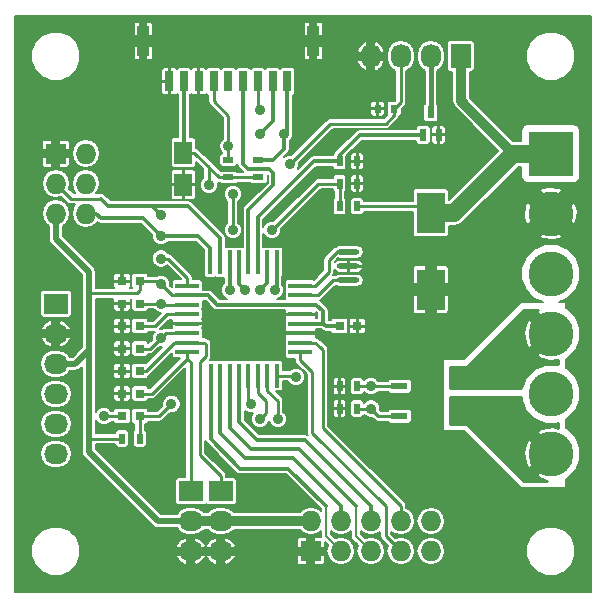
<source format=gbr>
G04 #@! TF.FileFunction,Copper,L1,Top,Signal*
%FSLAX46Y46*%
G04 Gerber Fmt 4.6, Leading zero omitted, Abs format (unit mm)*
G04 Created by KiCad (PCBNEW (2014-11-27 BZR 5304)-product) date 12/4/2014 11:40:45 PM*
%MOMM*%
G01*
G04 APERTURE LIST*
%ADD10C,0.100000*%
%ADD11R,0.800000X0.750000*%
%ADD12R,2.400300X3.500120*%
%ADD13R,1.501140X1.950720*%
%ADD14R,2.032000X1.727200*%
%ADD15O,2.032000X1.727200*%
%ADD16R,1.727200X1.727200*%
%ADD17O,1.727200X1.727200*%
%ADD18R,1.727200X2.032000*%
%ADD19O,1.727200X2.032000*%
%ADD20R,1.399540X0.599440*%
%ADD21R,0.500000X0.900000*%
%ADD22R,0.900000X0.500000*%
%ADD23C,3.810000*%
%ADD24R,3.810000X3.810000*%
%ADD25R,0.600000X0.700000*%
%ADD26O,1.905000X0.450000*%
%ADD27R,1.998980X0.449580*%
%ADD28R,0.449580X1.998980*%
%ADD29R,0.700000X1.700000*%
%ADD30R,1.000000X2.600000*%
%ADD31R,0.599440X1.000760*%
%ADD32C,0.889000*%
%ADD33C,0.254000*%
%ADD34C,1.524000*%
%ADD35C,0.812800*%
%ADD36C,0.304800*%
%ADD37C,0.508000*%
%ADD38C,0.203200*%
%ADD39C,0.406400*%
%ADD40C,0.152400*%
G04 APERTURE END LIST*
D10*
D11*
X34810000Y-162560000D03*
X36310000Y-162560000D03*
X34810000Y-154940000D03*
X36310000Y-154940000D03*
X34810000Y-160655000D03*
X36310000Y-160655000D03*
X34810000Y-158750000D03*
X36310000Y-158750000D03*
D12*
X60960000Y-145338800D03*
X60960000Y-151841200D03*
D11*
X34810000Y-151130000D03*
X36310000Y-151130000D03*
X34810000Y-156845000D03*
X36310000Y-156845000D03*
X34810000Y-153035000D03*
X36310000Y-153035000D03*
D13*
X40005000Y-142963900D03*
X40005000Y-140246100D03*
D11*
X53225000Y-154940000D03*
X54725000Y-154940000D03*
D14*
X29210000Y-153035000D03*
D15*
X29210000Y-155575000D03*
X29210000Y-158115000D03*
X29210000Y-160655000D03*
X29210000Y-163195000D03*
X29210000Y-165735000D03*
D16*
X29210000Y-140335000D03*
D17*
X31750000Y-140335000D03*
X29210000Y-142875000D03*
X31750000Y-142875000D03*
X29210000Y-145415000D03*
X31750000Y-145415000D03*
D14*
X40640000Y-168910000D03*
D15*
X40640000Y-171450000D03*
X40640000Y-173990000D03*
D14*
X43180000Y-168910000D03*
D15*
X43180000Y-171450000D03*
X43180000Y-173990000D03*
D18*
X63500000Y-132080000D03*
D19*
X60960000Y-132080000D03*
X58420000Y-132080000D03*
X55880000Y-132080000D03*
D20*
X63627000Y-158750000D03*
X58293000Y-158750000D03*
X63627000Y-160020000D03*
X63627000Y-161290000D03*
X63627000Y-162560000D03*
X58293000Y-160020000D03*
X58293000Y-161290000D03*
X58293000Y-162560000D03*
D21*
X36310000Y-164465000D03*
X34810000Y-164465000D03*
D22*
X46355000Y-142355000D03*
X46355000Y-140855000D03*
X43815000Y-142355000D03*
X43815000Y-140855000D03*
D21*
X53225000Y-144780000D03*
X54725000Y-144780000D03*
X54725000Y-142875000D03*
X53225000Y-142875000D03*
X53225000Y-160020000D03*
X54725000Y-160020000D03*
X54725000Y-140970000D03*
X53225000Y-140970000D03*
X53225000Y-161925000D03*
X54725000Y-161925000D03*
D23*
X71120000Y-145415000D03*
X71120000Y-150495000D03*
D24*
X71120000Y-140335000D03*
D23*
X71120000Y-155575000D03*
X71120000Y-160655000D03*
X71120000Y-165735000D03*
D16*
X50800000Y-173990000D03*
D17*
X50800000Y-171450000D03*
X53340000Y-173990000D03*
X53340000Y-171450000D03*
X55880000Y-173990000D03*
X55880000Y-171450000D03*
X58420000Y-173990000D03*
X58420000Y-171450000D03*
X60960000Y-173990000D03*
X60960000Y-171450000D03*
D25*
X56450000Y-136525000D03*
X57850000Y-136525000D03*
D26*
X53975000Y-148660000D03*
X53975000Y-149860000D03*
X53975000Y-151060000D03*
D27*
X49900840Y-151528780D03*
X49900840Y-152328880D03*
X49900840Y-153128980D03*
X49900840Y-153929080D03*
X49900840Y-154729180D03*
X49900840Y-155529280D03*
X49900840Y-156329380D03*
X49900840Y-157129480D03*
X40335200Y-157124400D03*
X40335200Y-151511000D03*
X40335200Y-152323800D03*
X40335200Y-153136600D03*
X40335200Y-153924000D03*
X40335200Y-154736800D03*
X40335200Y-155524200D03*
X40335200Y-156337000D03*
D28*
X47909480Y-159131000D03*
X47111920Y-159131000D03*
X46309280Y-159131000D03*
X45511720Y-159131000D03*
X44709080Y-159131000D03*
X43911520Y-159131000D03*
X43108880Y-159131000D03*
X42311320Y-159131000D03*
X47904400Y-149529800D03*
X47117000Y-149529800D03*
X46304200Y-149529800D03*
X45516800Y-149529800D03*
X44729400Y-149529800D03*
X43916600Y-149529800D03*
X43103800Y-149529800D03*
X42291000Y-149529800D03*
D29*
X48815000Y-134210000D03*
D30*
X51015000Y-130810000D03*
D29*
X47565000Y-134210000D03*
X46315000Y-134210000D03*
X45065000Y-134210000D03*
X43815000Y-134210000D03*
X42565000Y-134210000D03*
X41315000Y-134210000D03*
X40065000Y-134210000D03*
X38815000Y-134210000D03*
D30*
X36615000Y-130810000D03*
D31*
X61610240Y-138744960D03*
X60309760Y-138744960D03*
X60960000Y-136845040D03*
D32*
X33274000Y-162560000D03*
X45720000Y-161544000D03*
X38989000Y-161544000D03*
X43942000Y-155448000D03*
X56134000Y-155448000D03*
X33274000Y-155956000D03*
X42164000Y-143002000D03*
X38100000Y-151384000D03*
X38100000Y-149225000D03*
X46482000Y-136652000D03*
X38100000Y-153035000D03*
X49022000Y-141224000D03*
X38100000Y-155956000D03*
X47498000Y-146812000D03*
X43815000Y-139700000D03*
X44196000Y-143764000D03*
X49530000Y-159258000D03*
X44196000Y-146812000D03*
X48006000Y-162814000D03*
X46482000Y-162814000D03*
X55880000Y-160020000D03*
X47752000Y-151892000D03*
X55880000Y-161925000D03*
X46482000Y-151892000D03*
X45212000Y-151892000D03*
X43942000Y-151892000D03*
X38100000Y-147320000D03*
X48514000Y-138684000D03*
X38100000Y-145542000D03*
X46482000Y-138684000D03*
D33*
X34810000Y-162560000D02*
X33274000Y-162560000D01*
X36310000Y-162560000D02*
X36310000Y-164465000D01*
X45511720Y-161335720D02*
X45511720Y-159131000D01*
X45511720Y-161335720D02*
X45720000Y-161544000D01*
X36310000Y-162560000D02*
X37973000Y-162560000D01*
X37973000Y-162560000D02*
X38989000Y-161544000D01*
X44023280Y-155529280D02*
X43942000Y-155448000D01*
X49900840Y-155529280D02*
X44023280Y-155529280D01*
X55626000Y-154940000D02*
X56134000Y-155448000D01*
X54725000Y-154940000D02*
X55626000Y-154940000D01*
X34163000Y-156845000D02*
X33274000Y-155956000D01*
X34810000Y-156845000D02*
X34163000Y-156845000D01*
X38608000Y-153924000D02*
X37592000Y-154940000D01*
X37592000Y-154940000D02*
X36310000Y-154940000D01*
X40335200Y-153924000D02*
X38608000Y-153924000D01*
D34*
X67945000Y-140335000D02*
X62941200Y-145338800D01*
X62941200Y-145338800D02*
X60960000Y-145338800D01*
X71120000Y-140335000D02*
X67945000Y-140335000D01*
D35*
X63500000Y-135890000D02*
X67945000Y-140335000D01*
X63500000Y-132080000D02*
X63500000Y-135890000D01*
D33*
X60401200Y-144780000D02*
X60960000Y-145338800D01*
X54725000Y-144780000D02*
X60401200Y-144780000D01*
D36*
X49900840Y-153128980D02*
X42892980Y-153128980D01*
X42087800Y-152323800D02*
X40335200Y-152323800D01*
X42892980Y-153128980D02*
X42087800Y-152323800D01*
X40065000Y-134210000D02*
X40065000Y-140186100D01*
X40065000Y-140186100D02*
X40005000Y-140246100D01*
X40005000Y-134270000D02*
X40065000Y-134210000D01*
D33*
X36310000Y-151130000D02*
X36310000Y-151904000D01*
X36068000Y-152146000D02*
X32004000Y-152146000D01*
X36310000Y-151904000D02*
X36068000Y-152146000D01*
D36*
X49900840Y-153128980D02*
X51274980Y-153128980D01*
X51816000Y-153670000D02*
X51816000Y-154729180D01*
X51274980Y-153128980D02*
X51816000Y-153670000D01*
X49900840Y-154729180D02*
X51816000Y-154729180D01*
X51816000Y-154729180D02*
X51859180Y-154729180D01*
X52070000Y-154940000D02*
X53225000Y-154940000D01*
X51859180Y-154729180D02*
X52070000Y-154940000D01*
D35*
X43180000Y-171450000D02*
X40640000Y-171450000D01*
X50800000Y-171450000D02*
X43180000Y-171450000D01*
D37*
X30861000Y-158115000D02*
X32004000Y-156972000D01*
X29210000Y-158115000D02*
X30861000Y-158115000D01*
X32004000Y-156972000D02*
X32004000Y-152146000D01*
X32004000Y-152146000D02*
X32004000Y-150368000D01*
X29210000Y-147574000D02*
X29210000Y-145415000D01*
X31496000Y-149860000D02*
X29210000Y-147574000D01*
X32004000Y-150368000D02*
X31496000Y-149860000D01*
X37846000Y-171450000D02*
X32004000Y-165608000D01*
X32004000Y-164592000D02*
X32004000Y-156972000D01*
X32004000Y-165608000D02*
X32004000Y-164592000D01*
X40640000Y-171450000D02*
X37846000Y-171450000D01*
D33*
X32004000Y-164465000D02*
X32004000Y-164592000D01*
X34810000Y-164465000D02*
X32004000Y-164465000D01*
X46355000Y-142355000D02*
X43815000Y-142355000D01*
X40932100Y-140246100D02*
X43041000Y-142355000D01*
X43041000Y-142355000D02*
X43815000Y-142355000D01*
X40005000Y-140246100D02*
X40932100Y-140246100D01*
X38100000Y-151384000D02*
X37846000Y-151130000D01*
X37465000Y-151130000D02*
X36310000Y-151130000D01*
X37846000Y-151130000D02*
X37465000Y-151130000D01*
X40932100Y-140246100D02*
X42164000Y-141478000D01*
X42164000Y-141478000D02*
X42164000Y-143002000D01*
X39039800Y-152323800D02*
X38100000Y-151384000D01*
X40335200Y-152323800D02*
X39039800Y-152323800D01*
X40335200Y-156337000D02*
X41783000Y-156337000D01*
X43180000Y-167640000D02*
X43180000Y-168910000D01*
X41402000Y-165862000D02*
X43180000Y-167640000D01*
X41402000Y-157988000D02*
X41402000Y-165862000D01*
X41910000Y-157480000D02*
X41402000Y-157988000D01*
X41910000Y-156464000D02*
X41910000Y-157480000D01*
X41783000Y-156337000D02*
X41910000Y-156464000D01*
X39243000Y-156337000D02*
X38100000Y-157480000D01*
X36830000Y-158750000D02*
X36310000Y-158750000D01*
X36830000Y-158750000D02*
X38100000Y-157480000D01*
X40335200Y-156337000D02*
X39243000Y-156337000D01*
X40640000Y-168910000D02*
X40640000Y-159512000D01*
X40640000Y-159512000D02*
X40640000Y-157988000D01*
X40335200Y-157683200D02*
X40335200Y-157124400D01*
X40640000Y-157988000D02*
X40335200Y-157683200D01*
X40335200Y-157124400D02*
X40335200Y-157276800D01*
X37363400Y-160655000D02*
X40335200Y-157683200D01*
X36310000Y-160655000D02*
X37363400Y-160655000D01*
X51163220Y-151528780D02*
X52324000Y-150368000D01*
X52324000Y-150368000D02*
X52324000Y-149352000D01*
X52324000Y-149352000D02*
X53016000Y-148660000D01*
X53016000Y-148660000D02*
X53975000Y-148660000D01*
X49900840Y-151528780D02*
X51163220Y-151528780D01*
X53156000Y-151060000D02*
X53975000Y-151060000D01*
X51379120Y-152328880D02*
X52648000Y-151060000D01*
X52648000Y-151060000D02*
X53975000Y-151060000D01*
X49900840Y-152328880D02*
X51379120Y-152328880D01*
X51173380Y-156329380D02*
X51562000Y-156718000D01*
X51816000Y-163576000D02*
X58420000Y-170180000D01*
X58420000Y-170180000D02*
X58420000Y-171450000D01*
X49900840Y-156329380D02*
X51173380Y-156329380D01*
X51816000Y-156972000D02*
X51816000Y-163576000D01*
X51562000Y-156718000D02*
X51816000Y-156972000D01*
X57150000Y-172720000D02*
X58420000Y-173990000D01*
X57150000Y-170180000D02*
X57150000Y-172720000D01*
X50927000Y-163957000D02*
X57150000Y-170180000D01*
X49900840Y-157129480D02*
X49900840Y-157787340D01*
X50927000Y-158813500D02*
X49900840Y-157787340D01*
X50927000Y-163957000D02*
X50927000Y-158813500D01*
X40335200Y-150825200D02*
X38735000Y-149225000D01*
X38735000Y-149225000D02*
X38100000Y-149225000D01*
X40335200Y-150825200D02*
X40335200Y-151511000D01*
X46315000Y-136485000D02*
X46315000Y-134210000D01*
X46315000Y-136485000D02*
X46482000Y-136652000D01*
X38201600Y-153136600D02*
X38100000Y-153035000D01*
X40335200Y-153136600D02*
X38201600Y-153136600D01*
X38100000Y-153035000D02*
X36310000Y-153035000D01*
X36411600Y-153136600D02*
X36310000Y-153035000D01*
X58420000Y-135955000D02*
X57850000Y-136525000D01*
X58420000Y-132080000D02*
X58420000Y-135955000D01*
X57850000Y-137095000D02*
X57150000Y-137795000D01*
X57150000Y-137795000D02*
X52451000Y-137795000D01*
X52451000Y-137795000D02*
X49022000Y-141224000D01*
X57850000Y-136525000D02*
X57850000Y-137095000D01*
X36310000Y-156845000D02*
X37211000Y-156845000D01*
X37211000Y-156845000D02*
X38100000Y-155956000D01*
X53225000Y-142875000D02*
X53225000Y-144780000D01*
X38531800Y-155524200D02*
X38100000Y-155956000D01*
X38531800Y-155524200D02*
X40335200Y-155524200D01*
X53225000Y-142875000D02*
X51435000Y-142875000D01*
X51435000Y-142875000D02*
X47498000Y-146812000D01*
X43815000Y-139700000D02*
X43815000Y-140855000D01*
X42565000Y-134210000D02*
X42565000Y-135910000D01*
X42565000Y-135910000D02*
X43815000Y-137160000D01*
X43815000Y-139700000D02*
X43815000Y-137160000D01*
X49403000Y-159131000D02*
X49530000Y-159258000D01*
X49403000Y-159131000D02*
X47909480Y-159131000D01*
X44196000Y-143764000D02*
X44196000Y-146812000D01*
X47111920Y-159131000D02*
X47111920Y-160395920D01*
X48006000Y-161290000D02*
X48006000Y-162814000D01*
X47111920Y-160395920D02*
X48006000Y-161290000D01*
X46309280Y-159131000D02*
X46309280Y-160609280D01*
X46990000Y-162306000D02*
X46482000Y-162814000D01*
X46990000Y-161290000D02*
X46990000Y-162306000D01*
X46309280Y-160609280D02*
X46990000Y-161290000D01*
D36*
X46228000Y-164592000D02*
X50292000Y-164592000D01*
X50292000Y-164592000D02*
X55880000Y-170180000D01*
X55880000Y-170180000D02*
X55880000Y-171450000D01*
X44709080Y-159131000D02*
X44709080Y-163073080D01*
X44709080Y-163073080D02*
X46228000Y-164592000D01*
X43911520Y-159131000D02*
X43911520Y-163545520D01*
D38*
X54610000Y-172720000D02*
X55880000Y-173990000D01*
X54610000Y-170180000D02*
X54610000Y-172720000D01*
D36*
X49784000Y-165354000D02*
X54610000Y-170180000D01*
X45720000Y-165354000D02*
X49784000Y-165354000D01*
X43911520Y-163545520D02*
X45720000Y-165354000D01*
D33*
X58293000Y-160020000D02*
X55880000Y-160020000D01*
X55880000Y-160020000D02*
X54725000Y-160020000D01*
D36*
X47904400Y-151739600D02*
X47752000Y-151892000D01*
X47904400Y-151739600D02*
X47904400Y-149529800D01*
D33*
X58293000Y-162560000D02*
X56515000Y-162560000D01*
X55880000Y-161925000D02*
X54725000Y-161925000D01*
X56515000Y-162560000D02*
X55880000Y-161925000D01*
D36*
X47117000Y-151257000D02*
X46482000Y-151892000D01*
X47117000Y-149529800D02*
X47117000Y-151257000D01*
X53225000Y-140970000D02*
X53225000Y-140450000D01*
X54930040Y-138744960D02*
X60309760Y-138744960D01*
X53225000Y-140450000D02*
X54930040Y-138744960D01*
X53225000Y-140970000D02*
X51054000Y-140970000D01*
X46304200Y-145719800D02*
X46304200Y-149529800D01*
X51054000Y-140970000D02*
X46304200Y-145719800D01*
X44729400Y-151409400D02*
X45212000Y-151892000D01*
X44729400Y-149529800D02*
X44729400Y-151409400D01*
X43916600Y-151866600D02*
X43942000Y-151892000D01*
X43916600Y-151866600D02*
X43916600Y-149529800D01*
X42291000Y-149529800D02*
X42291000Y-148336000D01*
X41275000Y-147320000D02*
X38100000Y-147320000D01*
X42291000Y-148336000D02*
X41275000Y-147320000D01*
X31750000Y-145415000D02*
X32639000Y-145415000D01*
X36576000Y-145796000D02*
X38100000Y-147320000D01*
X33020000Y-145796000D02*
X36576000Y-145796000D01*
X32639000Y-145415000D02*
X33020000Y-145796000D01*
X46355000Y-140855000D02*
X47613000Y-140855000D01*
X48815000Y-138383000D02*
X48514000Y-138684000D01*
X48815000Y-138383000D02*
X48815000Y-134210000D01*
X48514000Y-139954000D02*
X48514000Y-138684000D01*
X47613000Y-140855000D02*
X48514000Y-139954000D01*
D39*
X60960000Y-136845040D02*
X60960000Y-132080000D01*
D36*
X45065000Y-134210000D02*
X45065000Y-141204000D01*
X45516800Y-145110200D02*
X45516800Y-149529800D01*
X47625000Y-143002000D02*
X45516800Y-145110200D01*
X47625000Y-141986000D02*
X47625000Y-143002000D01*
X47244000Y-141605000D02*
X47625000Y-141986000D01*
X45466000Y-141605000D02*
X47244000Y-141605000D01*
X45065000Y-141204000D02*
X45466000Y-141605000D01*
X42311320Y-164338000D02*
X42311320Y-164485320D01*
X42311320Y-164485320D02*
X44831000Y-167005000D01*
X42311320Y-159131000D02*
X42311320Y-164338000D01*
D38*
X52070000Y-172720000D02*
X53340000Y-173990000D01*
X52070000Y-170180000D02*
X52070000Y-172720000D01*
D36*
X48895000Y-167005000D02*
X52070000Y-170180000D01*
X44831000Y-167005000D02*
X48895000Y-167005000D01*
X43108880Y-159131000D02*
X43108880Y-164012880D01*
X53340000Y-170180000D02*
X53340000Y-171450000D01*
X49276000Y-166116000D02*
X53340000Y-170180000D01*
X45212000Y-166116000D02*
X49276000Y-166116000D01*
X43108880Y-164012880D02*
X45212000Y-166116000D01*
X37338000Y-144780000D02*
X40386000Y-144780000D01*
X40386000Y-144780000D02*
X43103800Y-147497800D01*
X43103800Y-147497800D02*
X43103800Y-149529800D01*
X33655000Y-144780000D02*
X37338000Y-144780000D01*
X37338000Y-144780000D02*
X38100000Y-145542000D01*
X47565000Y-137601000D02*
X46482000Y-138684000D01*
X47565000Y-134210000D02*
X47565000Y-137601000D01*
D33*
X30480000Y-144145000D02*
X33020000Y-144145000D01*
D36*
X33020000Y-144145000D02*
X33655000Y-144780000D01*
X30480000Y-144145000D02*
X29210000Y-142875000D01*
D40*
G36*
X51638200Y-170586257D02*
X51280235Y-170347073D01*
X50823388Y-170256200D01*
X50776612Y-170256200D01*
X50319765Y-170347073D01*
X49932468Y-170605856D01*
X49860609Y-170713400D01*
X44274776Y-170713400D01*
X44202918Y-170605856D01*
X43815621Y-170347073D01*
X43358774Y-170256200D01*
X43001226Y-170256200D01*
X42544379Y-170347073D01*
X42157082Y-170605856D01*
X42085223Y-170713400D01*
X41734776Y-170713400D01*
X41662918Y-170605856D01*
X41275621Y-170347073D01*
X40818774Y-170256200D01*
X40461226Y-170256200D01*
X40004379Y-170347073D01*
X39617082Y-170605856D01*
X39443393Y-170865800D01*
X38087984Y-170865800D01*
X32588200Y-165366016D01*
X32588200Y-164922200D01*
X34229800Y-164922200D01*
X34229800Y-164980681D01*
X34280070Y-165102043D01*
X34372957Y-165194930D01*
X34494319Y-165245200D01*
X34625681Y-165245200D01*
X35125681Y-165245200D01*
X35247043Y-165194930D01*
X35339930Y-165102043D01*
X35390200Y-164980681D01*
X35390200Y-164849319D01*
X35390200Y-163949319D01*
X35339930Y-163827957D01*
X35247043Y-163735070D01*
X35125681Y-163684800D01*
X34994319Y-163684800D01*
X34494319Y-163684800D01*
X34372957Y-163735070D01*
X34280070Y-163827957D01*
X34229800Y-163949319D01*
X34229800Y-164007800D01*
X32588200Y-164007800D01*
X32588200Y-162928899D01*
X32616859Y-162998259D01*
X32834595Y-163216376D01*
X33119227Y-163334565D01*
X33427421Y-163334834D01*
X33712259Y-163217141D01*
X33912549Y-163017200D01*
X34086642Y-163017200D01*
X34130070Y-163122043D01*
X34222957Y-163214930D01*
X34344319Y-163265200D01*
X34475681Y-163265200D01*
X35275681Y-163265200D01*
X35397043Y-163214930D01*
X35489930Y-163122043D01*
X35540200Y-163000681D01*
X35540200Y-162869319D01*
X35540200Y-162119319D01*
X35540200Y-161095681D01*
X35540200Y-160964319D01*
X35540200Y-160788350D01*
X35540200Y-160521650D01*
X35540200Y-160345681D01*
X35540200Y-160214319D01*
X35540200Y-159190681D01*
X35540200Y-159059319D01*
X35540200Y-158883350D01*
X35540200Y-158616650D01*
X35540200Y-158440681D01*
X35540200Y-158309319D01*
X35540200Y-157285681D01*
X35540200Y-157154319D01*
X35540200Y-156978350D01*
X35540200Y-156711650D01*
X35540200Y-156535681D01*
X35540200Y-156404319D01*
X35540200Y-155380681D01*
X35540200Y-155249319D01*
X35540200Y-155073350D01*
X35540200Y-154806650D01*
X35540200Y-154630681D01*
X35540200Y-154499319D01*
X35540200Y-153475681D01*
X35540200Y-153344319D01*
X35540200Y-153168350D01*
X35457650Y-153085800D01*
X34860800Y-153085800D01*
X34860800Y-153657650D01*
X34943350Y-153740200D01*
X35275681Y-153740200D01*
X35397043Y-153689930D01*
X35489930Y-153597043D01*
X35540200Y-153475681D01*
X35540200Y-154499319D01*
X35489930Y-154377957D01*
X35397043Y-154285070D01*
X35275681Y-154234800D01*
X34943350Y-154234800D01*
X34860800Y-154317350D01*
X34860800Y-154889200D01*
X35457650Y-154889200D01*
X35540200Y-154806650D01*
X35540200Y-155073350D01*
X35457650Y-154990800D01*
X34860800Y-154990800D01*
X34860800Y-155562650D01*
X34943350Y-155645200D01*
X35275681Y-155645200D01*
X35397043Y-155594930D01*
X35489930Y-155502043D01*
X35540200Y-155380681D01*
X35540200Y-156404319D01*
X35489930Y-156282957D01*
X35397043Y-156190070D01*
X35275681Y-156139800D01*
X34943350Y-156139800D01*
X34860800Y-156222350D01*
X34860800Y-156794200D01*
X35457650Y-156794200D01*
X35540200Y-156711650D01*
X35540200Y-156978350D01*
X35457650Y-156895800D01*
X34860800Y-156895800D01*
X34860800Y-157467650D01*
X34943350Y-157550200D01*
X35275681Y-157550200D01*
X35397043Y-157499930D01*
X35489930Y-157407043D01*
X35540200Y-157285681D01*
X35540200Y-158309319D01*
X35489930Y-158187957D01*
X35397043Y-158095070D01*
X35275681Y-158044800D01*
X34943350Y-158044800D01*
X34860800Y-158127350D01*
X34860800Y-158699200D01*
X35457650Y-158699200D01*
X35540200Y-158616650D01*
X35540200Y-158883350D01*
X35457650Y-158800800D01*
X34860800Y-158800800D01*
X34860800Y-159372650D01*
X34943350Y-159455200D01*
X35275681Y-159455200D01*
X35397043Y-159404930D01*
X35489930Y-159312043D01*
X35540200Y-159190681D01*
X35540200Y-160214319D01*
X35489930Y-160092957D01*
X35397043Y-160000070D01*
X35275681Y-159949800D01*
X34943350Y-159949800D01*
X34860800Y-160032350D01*
X34860800Y-160604200D01*
X35457650Y-160604200D01*
X35540200Y-160521650D01*
X35540200Y-160788350D01*
X35457650Y-160705800D01*
X34860800Y-160705800D01*
X34860800Y-161277650D01*
X34943350Y-161360200D01*
X35275681Y-161360200D01*
X35397043Y-161309930D01*
X35489930Y-161217043D01*
X35540200Y-161095681D01*
X35540200Y-162119319D01*
X35489930Y-161997957D01*
X35397043Y-161905070D01*
X35275681Y-161854800D01*
X35144319Y-161854800D01*
X34759200Y-161854800D01*
X34759200Y-161277650D01*
X34759200Y-160705800D01*
X34759200Y-160604200D01*
X34759200Y-160032350D01*
X34759200Y-159372650D01*
X34759200Y-158800800D01*
X34759200Y-158699200D01*
X34759200Y-158127350D01*
X34759200Y-157467650D01*
X34759200Y-156895800D01*
X34759200Y-156794200D01*
X34759200Y-156222350D01*
X34759200Y-155562650D01*
X34759200Y-154990800D01*
X34759200Y-154889200D01*
X34759200Y-154317350D01*
X34759200Y-153657650D01*
X34759200Y-153085800D01*
X34162350Y-153085800D01*
X34079800Y-153168350D01*
X34079800Y-153344319D01*
X34079800Y-153475681D01*
X34130070Y-153597043D01*
X34222957Y-153689930D01*
X34344319Y-153740200D01*
X34676650Y-153740200D01*
X34759200Y-153657650D01*
X34759200Y-154317350D01*
X34676650Y-154234800D01*
X34344319Y-154234800D01*
X34222957Y-154285070D01*
X34130070Y-154377957D01*
X34079800Y-154499319D01*
X34079800Y-154630681D01*
X34079800Y-154806650D01*
X34162350Y-154889200D01*
X34759200Y-154889200D01*
X34759200Y-154990800D01*
X34162350Y-154990800D01*
X34079800Y-155073350D01*
X34079800Y-155249319D01*
X34079800Y-155380681D01*
X34130070Y-155502043D01*
X34222957Y-155594930D01*
X34344319Y-155645200D01*
X34676650Y-155645200D01*
X34759200Y-155562650D01*
X34759200Y-156222350D01*
X34676650Y-156139800D01*
X34344319Y-156139800D01*
X34222957Y-156190070D01*
X34130070Y-156282957D01*
X34079800Y-156404319D01*
X34079800Y-156535681D01*
X34079800Y-156711650D01*
X34162350Y-156794200D01*
X34759200Y-156794200D01*
X34759200Y-156895800D01*
X34162350Y-156895800D01*
X34079800Y-156978350D01*
X34079800Y-157154319D01*
X34079800Y-157285681D01*
X34130070Y-157407043D01*
X34222957Y-157499930D01*
X34344319Y-157550200D01*
X34676650Y-157550200D01*
X34759200Y-157467650D01*
X34759200Y-158127350D01*
X34676650Y-158044800D01*
X34344319Y-158044800D01*
X34222957Y-158095070D01*
X34130070Y-158187957D01*
X34079800Y-158309319D01*
X34079800Y-158440681D01*
X34079800Y-158616650D01*
X34162350Y-158699200D01*
X34759200Y-158699200D01*
X34759200Y-158800800D01*
X34162350Y-158800800D01*
X34079800Y-158883350D01*
X34079800Y-159059319D01*
X34079800Y-159190681D01*
X34130070Y-159312043D01*
X34222957Y-159404930D01*
X34344319Y-159455200D01*
X34676650Y-159455200D01*
X34759200Y-159372650D01*
X34759200Y-160032350D01*
X34676650Y-159949800D01*
X34344319Y-159949800D01*
X34222957Y-160000070D01*
X34130070Y-160092957D01*
X34079800Y-160214319D01*
X34079800Y-160345681D01*
X34079800Y-160521650D01*
X34162350Y-160604200D01*
X34759200Y-160604200D01*
X34759200Y-160705800D01*
X34162350Y-160705800D01*
X34079800Y-160788350D01*
X34079800Y-160964319D01*
X34079800Y-161095681D01*
X34130070Y-161217043D01*
X34222957Y-161309930D01*
X34344319Y-161360200D01*
X34676650Y-161360200D01*
X34759200Y-161277650D01*
X34759200Y-161854800D01*
X34344319Y-161854800D01*
X34222957Y-161905070D01*
X34130070Y-161997957D01*
X34086642Y-162102800D01*
X33912233Y-162102800D01*
X33713405Y-161903624D01*
X33428773Y-161785435D01*
X33120579Y-161785166D01*
X32835741Y-161902859D01*
X32617624Y-162120595D01*
X32588200Y-162191456D01*
X32588200Y-156972000D01*
X32588200Y-152603200D01*
X34079800Y-152603200D01*
X34079800Y-152725681D01*
X34079800Y-152901650D01*
X34162350Y-152984200D01*
X34759200Y-152984200D01*
X34759200Y-152964200D01*
X34860800Y-152964200D01*
X34860800Y-152984200D01*
X35457650Y-152984200D01*
X35540200Y-152901650D01*
X35540200Y-152725681D01*
X35540200Y-152603200D01*
X35579800Y-152603200D01*
X35579800Y-152725681D01*
X35579800Y-153475681D01*
X35630070Y-153597043D01*
X35722957Y-153689930D01*
X35844319Y-153740200D01*
X35975681Y-153740200D01*
X36775681Y-153740200D01*
X36897043Y-153689930D01*
X36989930Y-153597043D01*
X37033357Y-153492200D01*
X37461766Y-153492200D01*
X37660595Y-153691376D01*
X37945227Y-153809565D01*
X38075743Y-153809678D01*
X37402622Y-154482800D01*
X37033357Y-154482800D01*
X36989930Y-154377957D01*
X36897043Y-154285070D01*
X36775681Y-154234800D01*
X36644319Y-154234800D01*
X35844319Y-154234800D01*
X35722957Y-154285070D01*
X35630070Y-154377957D01*
X35579800Y-154499319D01*
X35579800Y-154630681D01*
X35579800Y-155380681D01*
X35630070Y-155502043D01*
X35722957Y-155594930D01*
X35844319Y-155645200D01*
X35975681Y-155645200D01*
X36775681Y-155645200D01*
X36897043Y-155594930D01*
X36989930Y-155502043D01*
X37033357Y-155397200D01*
X37563227Y-155397200D01*
X37443624Y-155516595D01*
X37325435Y-155801227D01*
X37325187Y-156084234D01*
X37029920Y-156379501D01*
X36989930Y-156282957D01*
X36897043Y-156190070D01*
X36775681Y-156139800D01*
X36644319Y-156139800D01*
X35844319Y-156139800D01*
X35722957Y-156190070D01*
X35630070Y-156282957D01*
X35579800Y-156404319D01*
X35579800Y-156535681D01*
X35579800Y-157285681D01*
X35630070Y-157407043D01*
X35722957Y-157499930D01*
X35844319Y-157550200D01*
X35975681Y-157550200D01*
X36775681Y-157550200D01*
X36897043Y-157499930D01*
X36989930Y-157407043D01*
X37033357Y-157302200D01*
X37211000Y-157302200D01*
X37385963Y-157267398D01*
X37534289Y-157168289D01*
X37971989Y-156730588D01*
X38202632Y-156730789D01*
X37776711Y-157156711D01*
X36855542Y-158077879D01*
X36775681Y-158044800D01*
X36644319Y-158044800D01*
X35844319Y-158044800D01*
X35722957Y-158095070D01*
X35630070Y-158187957D01*
X35579800Y-158309319D01*
X35579800Y-158440681D01*
X35579800Y-159190681D01*
X35630070Y-159312043D01*
X35722957Y-159404930D01*
X35844319Y-159455200D01*
X35975681Y-159455200D01*
X36775681Y-159455200D01*
X36897043Y-159404930D01*
X36989930Y-159312043D01*
X37040200Y-159190681D01*
X37040200Y-159148853D01*
X37153289Y-159073289D01*
X38423289Y-157803289D01*
X39005510Y-157221068D01*
X39005510Y-157414871D01*
X39055780Y-157536233D01*
X39148667Y-157629120D01*
X39270029Y-157679390D01*
X39401391Y-157679390D01*
X39692432Y-157679390D01*
X37174022Y-160197800D01*
X37033357Y-160197800D01*
X36989930Y-160092957D01*
X36897043Y-160000070D01*
X36775681Y-159949800D01*
X36644319Y-159949800D01*
X35844319Y-159949800D01*
X35722957Y-160000070D01*
X35630070Y-160092957D01*
X35579800Y-160214319D01*
X35579800Y-160345681D01*
X35579800Y-161095681D01*
X35630070Y-161217043D01*
X35722957Y-161309930D01*
X35844319Y-161360200D01*
X35975681Y-161360200D01*
X36775681Y-161360200D01*
X36897043Y-161309930D01*
X36989930Y-161217043D01*
X37033357Y-161112200D01*
X37363400Y-161112200D01*
X37538363Y-161077398D01*
X37686689Y-160978289D01*
X40182800Y-158482178D01*
X40182800Y-159512000D01*
X40182800Y-167716200D01*
X39763834Y-167716200D01*
X39763834Y-161390579D01*
X39646141Y-161105741D01*
X39428405Y-160887624D01*
X39143773Y-160769435D01*
X38835579Y-160769166D01*
X38550741Y-160886859D01*
X38332624Y-161104595D01*
X38214435Y-161389227D01*
X38214187Y-161672234D01*
X37783622Y-162102800D01*
X37033357Y-162102800D01*
X36989930Y-161997957D01*
X36897043Y-161905070D01*
X36775681Y-161854800D01*
X36644319Y-161854800D01*
X35844319Y-161854800D01*
X35722957Y-161905070D01*
X35630070Y-161997957D01*
X35579800Y-162119319D01*
X35579800Y-162250681D01*
X35579800Y-163000681D01*
X35630070Y-163122043D01*
X35722957Y-163214930D01*
X35844319Y-163265200D01*
X35852800Y-163265200D01*
X35852800Y-163755227D01*
X35780070Y-163827957D01*
X35729800Y-163949319D01*
X35729800Y-164080681D01*
X35729800Y-164980681D01*
X35780070Y-165102043D01*
X35872957Y-165194930D01*
X35994319Y-165245200D01*
X36125681Y-165245200D01*
X36625681Y-165245200D01*
X36747043Y-165194930D01*
X36839930Y-165102043D01*
X36890200Y-164980681D01*
X36890200Y-164849319D01*
X36890200Y-163949319D01*
X36839930Y-163827957D01*
X36767200Y-163755227D01*
X36767200Y-163265200D01*
X36775681Y-163265200D01*
X36897043Y-163214930D01*
X36989930Y-163122043D01*
X37033357Y-163017200D01*
X37973000Y-163017200D01*
X38147963Y-162982398D01*
X38296289Y-162883289D01*
X38860989Y-162318588D01*
X39142421Y-162318834D01*
X39427259Y-162201141D01*
X39645376Y-161983405D01*
X39763565Y-161698773D01*
X39763834Y-161390579D01*
X39763834Y-167716200D01*
X39558319Y-167716200D01*
X39436957Y-167766470D01*
X39344070Y-167859357D01*
X39293800Y-167980719D01*
X39293800Y-168112081D01*
X39293800Y-169839281D01*
X39344070Y-169960643D01*
X39436957Y-170053530D01*
X39558319Y-170103800D01*
X39689681Y-170103800D01*
X41721681Y-170103800D01*
X41843043Y-170053530D01*
X41910000Y-169986573D01*
X41976957Y-170053530D01*
X42098319Y-170103800D01*
X42229681Y-170103800D01*
X44261681Y-170103800D01*
X44383043Y-170053530D01*
X44475930Y-169960643D01*
X44526200Y-169839281D01*
X44526200Y-169707919D01*
X44526200Y-167980719D01*
X44475930Y-167859357D01*
X44383043Y-167766470D01*
X44261681Y-167716200D01*
X44130319Y-167716200D01*
X43637200Y-167716200D01*
X43637200Y-167640000D01*
X43602398Y-167465037D01*
X43503289Y-167316711D01*
X41859200Y-165672622D01*
X41859200Y-164638552D01*
X41865456Y-164670003D01*
X41970070Y-164826570D01*
X44489747Y-167346246D01*
X44489750Y-167346250D01*
X44489751Y-167346250D01*
X44646317Y-167450864D01*
X44831000Y-167487601D01*
X44831000Y-167487600D01*
X44831005Y-167487600D01*
X48695100Y-167487600D01*
X51638200Y-170430700D01*
X51638200Y-170586257D01*
X51638200Y-170586257D01*
G37*
X51638200Y-170586257D02*
X51280235Y-170347073D01*
X50823388Y-170256200D01*
X50776612Y-170256200D01*
X50319765Y-170347073D01*
X49932468Y-170605856D01*
X49860609Y-170713400D01*
X44274776Y-170713400D01*
X44202918Y-170605856D01*
X43815621Y-170347073D01*
X43358774Y-170256200D01*
X43001226Y-170256200D01*
X42544379Y-170347073D01*
X42157082Y-170605856D01*
X42085223Y-170713400D01*
X41734776Y-170713400D01*
X41662918Y-170605856D01*
X41275621Y-170347073D01*
X40818774Y-170256200D01*
X40461226Y-170256200D01*
X40004379Y-170347073D01*
X39617082Y-170605856D01*
X39443393Y-170865800D01*
X38087984Y-170865800D01*
X32588200Y-165366016D01*
X32588200Y-164922200D01*
X34229800Y-164922200D01*
X34229800Y-164980681D01*
X34280070Y-165102043D01*
X34372957Y-165194930D01*
X34494319Y-165245200D01*
X34625681Y-165245200D01*
X35125681Y-165245200D01*
X35247043Y-165194930D01*
X35339930Y-165102043D01*
X35390200Y-164980681D01*
X35390200Y-164849319D01*
X35390200Y-163949319D01*
X35339930Y-163827957D01*
X35247043Y-163735070D01*
X35125681Y-163684800D01*
X34994319Y-163684800D01*
X34494319Y-163684800D01*
X34372957Y-163735070D01*
X34280070Y-163827957D01*
X34229800Y-163949319D01*
X34229800Y-164007800D01*
X32588200Y-164007800D01*
X32588200Y-162928899D01*
X32616859Y-162998259D01*
X32834595Y-163216376D01*
X33119227Y-163334565D01*
X33427421Y-163334834D01*
X33712259Y-163217141D01*
X33912549Y-163017200D01*
X34086642Y-163017200D01*
X34130070Y-163122043D01*
X34222957Y-163214930D01*
X34344319Y-163265200D01*
X34475681Y-163265200D01*
X35275681Y-163265200D01*
X35397043Y-163214930D01*
X35489930Y-163122043D01*
X35540200Y-163000681D01*
X35540200Y-162869319D01*
X35540200Y-162119319D01*
X35540200Y-161095681D01*
X35540200Y-160964319D01*
X35540200Y-160788350D01*
X35540200Y-160521650D01*
X35540200Y-160345681D01*
X35540200Y-160214319D01*
X35540200Y-159190681D01*
X35540200Y-159059319D01*
X35540200Y-158883350D01*
X35540200Y-158616650D01*
X35540200Y-158440681D01*
X35540200Y-158309319D01*
X35540200Y-157285681D01*
X35540200Y-157154319D01*
X35540200Y-156978350D01*
X35540200Y-156711650D01*
X35540200Y-156535681D01*
X35540200Y-156404319D01*
X35540200Y-155380681D01*
X35540200Y-155249319D01*
X35540200Y-155073350D01*
X35540200Y-154806650D01*
X35540200Y-154630681D01*
X35540200Y-154499319D01*
X35540200Y-153475681D01*
X35540200Y-153344319D01*
X35540200Y-153168350D01*
X35457650Y-153085800D01*
X34860800Y-153085800D01*
X34860800Y-153657650D01*
X34943350Y-153740200D01*
X35275681Y-153740200D01*
X35397043Y-153689930D01*
X35489930Y-153597043D01*
X35540200Y-153475681D01*
X35540200Y-154499319D01*
X35489930Y-154377957D01*
X35397043Y-154285070D01*
X35275681Y-154234800D01*
X34943350Y-154234800D01*
X34860800Y-154317350D01*
X34860800Y-154889200D01*
X35457650Y-154889200D01*
X35540200Y-154806650D01*
X35540200Y-155073350D01*
X35457650Y-154990800D01*
X34860800Y-154990800D01*
X34860800Y-155562650D01*
X34943350Y-155645200D01*
X35275681Y-155645200D01*
X35397043Y-155594930D01*
X35489930Y-155502043D01*
X35540200Y-155380681D01*
X35540200Y-156404319D01*
X35489930Y-156282957D01*
X35397043Y-156190070D01*
X35275681Y-156139800D01*
X34943350Y-156139800D01*
X34860800Y-156222350D01*
X34860800Y-156794200D01*
X35457650Y-156794200D01*
X35540200Y-156711650D01*
X35540200Y-156978350D01*
X35457650Y-156895800D01*
X34860800Y-156895800D01*
X34860800Y-157467650D01*
X34943350Y-157550200D01*
X35275681Y-157550200D01*
X35397043Y-157499930D01*
X35489930Y-157407043D01*
X35540200Y-157285681D01*
X35540200Y-158309319D01*
X35489930Y-158187957D01*
X35397043Y-158095070D01*
X35275681Y-158044800D01*
X34943350Y-158044800D01*
X34860800Y-158127350D01*
X34860800Y-158699200D01*
X35457650Y-158699200D01*
X35540200Y-158616650D01*
X35540200Y-158883350D01*
X35457650Y-158800800D01*
X34860800Y-158800800D01*
X34860800Y-159372650D01*
X34943350Y-159455200D01*
X35275681Y-159455200D01*
X35397043Y-159404930D01*
X35489930Y-159312043D01*
X35540200Y-159190681D01*
X35540200Y-160214319D01*
X35489930Y-160092957D01*
X35397043Y-160000070D01*
X35275681Y-159949800D01*
X34943350Y-159949800D01*
X34860800Y-160032350D01*
X34860800Y-160604200D01*
X35457650Y-160604200D01*
X35540200Y-160521650D01*
X35540200Y-160788350D01*
X35457650Y-160705800D01*
X34860800Y-160705800D01*
X34860800Y-161277650D01*
X34943350Y-161360200D01*
X35275681Y-161360200D01*
X35397043Y-161309930D01*
X35489930Y-161217043D01*
X35540200Y-161095681D01*
X35540200Y-162119319D01*
X35489930Y-161997957D01*
X35397043Y-161905070D01*
X35275681Y-161854800D01*
X35144319Y-161854800D01*
X34759200Y-161854800D01*
X34759200Y-161277650D01*
X34759200Y-160705800D01*
X34759200Y-160604200D01*
X34759200Y-160032350D01*
X34759200Y-159372650D01*
X34759200Y-158800800D01*
X34759200Y-158699200D01*
X34759200Y-158127350D01*
X34759200Y-157467650D01*
X34759200Y-156895800D01*
X34759200Y-156794200D01*
X34759200Y-156222350D01*
X34759200Y-155562650D01*
X34759200Y-154990800D01*
X34759200Y-154889200D01*
X34759200Y-154317350D01*
X34759200Y-153657650D01*
X34759200Y-153085800D01*
X34162350Y-153085800D01*
X34079800Y-153168350D01*
X34079800Y-153344319D01*
X34079800Y-153475681D01*
X34130070Y-153597043D01*
X34222957Y-153689930D01*
X34344319Y-153740200D01*
X34676650Y-153740200D01*
X34759200Y-153657650D01*
X34759200Y-154317350D01*
X34676650Y-154234800D01*
X34344319Y-154234800D01*
X34222957Y-154285070D01*
X34130070Y-154377957D01*
X34079800Y-154499319D01*
X34079800Y-154630681D01*
X34079800Y-154806650D01*
X34162350Y-154889200D01*
X34759200Y-154889200D01*
X34759200Y-154990800D01*
X34162350Y-154990800D01*
X34079800Y-155073350D01*
X34079800Y-155249319D01*
X34079800Y-155380681D01*
X34130070Y-155502043D01*
X34222957Y-155594930D01*
X34344319Y-155645200D01*
X34676650Y-155645200D01*
X34759200Y-155562650D01*
X34759200Y-156222350D01*
X34676650Y-156139800D01*
X34344319Y-156139800D01*
X34222957Y-156190070D01*
X34130070Y-156282957D01*
X34079800Y-156404319D01*
X34079800Y-156535681D01*
X34079800Y-156711650D01*
X34162350Y-156794200D01*
X34759200Y-156794200D01*
X34759200Y-156895800D01*
X34162350Y-156895800D01*
X34079800Y-156978350D01*
X34079800Y-157154319D01*
X34079800Y-157285681D01*
X34130070Y-157407043D01*
X34222957Y-157499930D01*
X34344319Y-157550200D01*
X34676650Y-157550200D01*
X34759200Y-157467650D01*
X34759200Y-158127350D01*
X34676650Y-158044800D01*
X34344319Y-158044800D01*
X34222957Y-158095070D01*
X34130070Y-158187957D01*
X34079800Y-158309319D01*
X34079800Y-158440681D01*
X34079800Y-158616650D01*
X34162350Y-158699200D01*
X34759200Y-158699200D01*
X34759200Y-158800800D01*
X34162350Y-158800800D01*
X34079800Y-158883350D01*
X34079800Y-159059319D01*
X34079800Y-159190681D01*
X34130070Y-159312043D01*
X34222957Y-159404930D01*
X34344319Y-159455200D01*
X34676650Y-159455200D01*
X34759200Y-159372650D01*
X34759200Y-160032350D01*
X34676650Y-159949800D01*
X34344319Y-159949800D01*
X34222957Y-160000070D01*
X34130070Y-160092957D01*
X34079800Y-160214319D01*
X34079800Y-160345681D01*
X34079800Y-160521650D01*
X34162350Y-160604200D01*
X34759200Y-160604200D01*
X34759200Y-160705800D01*
X34162350Y-160705800D01*
X34079800Y-160788350D01*
X34079800Y-160964319D01*
X34079800Y-161095681D01*
X34130070Y-161217043D01*
X34222957Y-161309930D01*
X34344319Y-161360200D01*
X34676650Y-161360200D01*
X34759200Y-161277650D01*
X34759200Y-161854800D01*
X34344319Y-161854800D01*
X34222957Y-161905070D01*
X34130070Y-161997957D01*
X34086642Y-162102800D01*
X33912233Y-162102800D01*
X33713405Y-161903624D01*
X33428773Y-161785435D01*
X33120579Y-161785166D01*
X32835741Y-161902859D01*
X32617624Y-162120595D01*
X32588200Y-162191456D01*
X32588200Y-156972000D01*
X32588200Y-152603200D01*
X34079800Y-152603200D01*
X34079800Y-152725681D01*
X34079800Y-152901650D01*
X34162350Y-152984200D01*
X34759200Y-152984200D01*
X34759200Y-152964200D01*
X34860800Y-152964200D01*
X34860800Y-152984200D01*
X35457650Y-152984200D01*
X35540200Y-152901650D01*
X35540200Y-152725681D01*
X35540200Y-152603200D01*
X35579800Y-152603200D01*
X35579800Y-152725681D01*
X35579800Y-153475681D01*
X35630070Y-153597043D01*
X35722957Y-153689930D01*
X35844319Y-153740200D01*
X35975681Y-153740200D01*
X36775681Y-153740200D01*
X36897043Y-153689930D01*
X36989930Y-153597043D01*
X37033357Y-153492200D01*
X37461766Y-153492200D01*
X37660595Y-153691376D01*
X37945227Y-153809565D01*
X38075743Y-153809678D01*
X37402622Y-154482800D01*
X37033357Y-154482800D01*
X36989930Y-154377957D01*
X36897043Y-154285070D01*
X36775681Y-154234800D01*
X36644319Y-154234800D01*
X35844319Y-154234800D01*
X35722957Y-154285070D01*
X35630070Y-154377957D01*
X35579800Y-154499319D01*
X35579800Y-154630681D01*
X35579800Y-155380681D01*
X35630070Y-155502043D01*
X35722957Y-155594930D01*
X35844319Y-155645200D01*
X35975681Y-155645200D01*
X36775681Y-155645200D01*
X36897043Y-155594930D01*
X36989930Y-155502043D01*
X37033357Y-155397200D01*
X37563227Y-155397200D01*
X37443624Y-155516595D01*
X37325435Y-155801227D01*
X37325187Y-156084234D01*
X37029920Y-156379501D01*
X36989930Y-156282957D01*
X36897043Y-156190070D01*
X36775681Y-156139800D01*
X36644319Y-156139800D01*
X35844319Y-156139800D01*
X35722957Y-156190070D01*
X35630070Y-156282957D01*
X35579800Y-156404319D01*
X35579800Y-156535681D01*
X35579800Y-157285681D01*
X35630070Y-157407043D01*
X35722957Y-157499930D01*
X35844319Y-157550200D01*
X35975681Y-157550200D01*
X36775681Y-157550200D01*
X36897043Y-157499930D01*
X36989930Y-157407043D01*
X37033357Y-157302200D01*
X37211000Y-157302200D01*
X37385963Y-157267398D01*
X37534289Y-157168289D01*
X37971989Y-156730588D01*
X38202632Y-156730789D01*
X37776711Y-157156711D01*
X36855542Y-158077879D01*
X36775681Y-158044800D01*
X36644319Y-158044800D01*
X35844319Y-158044800D01*
X35722957Y-158095070D01*
X35630070Y-158187957D01*
X35579800Y-158309319D01*
X35579800Y-158440681D01*
X35579800Y-159190681D01*
X35630070Y-159312043D01*
X35722957Y-159404930D01*
X35844319Y-159455200D01*
X35975681Y-159455200D01*
X36775681Y-159455200D01*
X36897043Y-159404930D01*
X36989930Y-159312043D01*
X37040200Y-159190681D01*
X37040200Y-159148853D01*
X37153289Y-159073289D01*
X38423289Y-157803289D01*
X39005510Y-157221068D01*
X39005510Y-157414871D01*
X39055780Y-157536233D01*
X39148667Y-157629120D01*
X39270029Y-157679390D01*
X39401391Y-157679390D01*
X39692432Y-157679390D01*
X37174022Y-160197800D01*
X37033357Y-160197800D01*
X36989930Y-160092957D01*
X36897043Y-160000070D01*
X36775681Y-159949800D01*
X36644319Y-159949800D01*
X35844319Y-159949800D01*
X35722957Y-160000070D01*
X35630070Y-160092957D01*
X35579800Y-160214319D01*
X35579800Y-160345681D01*
X35579800Y-161095681D01*
X35630070Y-161217043D01*
X35722957Y-161309930D01*
X35844319Y-161360200D01*
X35975681Y-161360200D01*
X36775681Y-161360200D01*
X36897043Y-161309930D01*
X36989930Y-161217043D01*
X37033357Y-161112200D01*
X37363400Y-161112200D01*
X37538363Y-161077398D01*
X37686689Y-160978289D01*
X40182800Y-158482178D01*
X40182800Y-159512000D01*
X40182800Y-167716200D01*
X39763834Y-167716200D01*
X39763834Y-161390579D01*
X39646141Y-161105741D01*
X39428405Y-160887624D01*
X39143773Y-160769435D01*
X38835579Y-160769166D01*
X38550741Y-160886859D01*
X38332624Y-161104595D01*
X38214435Y-161389227D01*
X38214187Y-161672234D01*
X37783622Y-162102800D01*
X37033357Y-162102800D01*
X36989930Y-161997957D01*
X36897043Y-161905070D01*
X36775681Y-161854800D01*
X36644319Y-161854800D01*
X35844319Y-161854800D01*
X35722957Y-161905070D01*
X35630070Y-161997957D01*
X35579800Y-162119319D01*
X35579800Y-162250681D01*
X35579800Y-163000681D01*
X35630070Y-163122043D01*
X35722957Y-163214930D01*
X35844319Y-163265200D01*
X35852800Y-163265200D01*
X35852800Y-163755227D01*
X35780070Y-163827957D01*
X35729800Y-163949319D01*
X35729800Y-164080681D01*
X35729800Y-164980681D01*
X35780070Y-165102043D01*
X35872957Y-165194930D01*
X35994319Y-165245200D01*
X36125681Y-165245200D01*
X36625681Y-165245200D01*
X36747043Y-165194930D01*
X36839930Y-165102043D01*
X36890200Y-164980681D01*
X36890200Y-164849319D01*
X36890200Y-163949319D01*
X36839930Y-163827957D01*
X36767200Y-163755227D01*
X36767200Y-163265200D01*
X36775681Y-163265200D01*
X36897043Y-163214930D01*
X36989930Y-163122043D01*
X37033357Y-163017200D01*
X37973000Y-163017200D01*
X38147963Y-162982398D01*
X38296289Y-162883289D01*
X38860989Y-162318588D01*
X39142421Y-162318834D01*
X39427259Y-162201141D01*
X39645376Y-161983405D01*
X39763565Y-161698773D01*
X39763834Y-161390579D01*
X39763834Y-167716200D01*
X39558319Y-167716200D01*
X39436957Y-167766470D01*
X39344070Y-167859357D01*
X39293800Y-167980719D01*
X39293800Y-168112081D01*
X39293800Y-169839281D01*
X39344070Y-169960643D01*
X39436957Y-170053530D01*
X39558319Y-170103800D01*
X39689681Y-170103800D01*
X41721681Y-170103800D01*
X41843043Y-170053530D01*
X41910000Y-169986573D01*
X41976957Y-170053530D01*
X42098319Y-170103800D01*
X42229681Y-170103800D01*
X44261681Y-170103800D01*
X44383043Y-170053530D01*
X44475930Y-169960643D01*
X44526200Y-169839281D01*
X44526200Y-169707919D01*
X44526200Y-167980719D01*
X44475930Y-167859357D01*
X44383043Y-167766470D01*
X44261681Y-167716200D01*
X44130319Y-167716200D01*
X43637200Y-167716200D01*
X43637200Y-167640000D01*
X43602398Y-167465037D01*
X43503289Y-167316711D01*
X41859200Y-165672622D01*
X41859200Y-164638552D01*
X41865456Y-164670003D01*
X41970070Y-164826570D01*
X44489747Y-167346246D01*
X44489750Y-167346250D01*
X44489751Y-167346250D01*
X44646317Y-167450864D01*
X44831000Y-167487601D01*
X44831000Y-167487600D01*
X44831005Y-167487600D01*
X48695100Y-167487600D01*
X51638200Y-170430700D01*
X51638200Y-170586257D01*
G36*
X74549800Y-177419800D02*
X73609631Y-177419800D01*
X73609631Y-165242040D01*
X73231471Y-164326824D01*
X72531859Y-163625990D01*
X72390000Y-163567084D01*
X72390000Y-162823564D01*
X72528176Y-162766471D01*
X73229010Y-162066859D01*
X73608767Y-161152305D01*
X73609631Y-160162040D01*
X73231471Y-159246824D01*
X72531859Y-158545990D01*
X72390000Y-158487084D01*
X72390000Y-157743564D01*
X72528176Y-157686471D01*
X73229010Y-156986859D01*
X73608767Y-156072305D01*
X73609631Y-155082040D01*
X73231471Y-154166824D01*
X72531859Y-153465990D01*
X72390000Y-153407084D01*
X72390000Y-152908000D01*
X71798420Y-152908000D01*
X72528176Y-152606471D01*
X73229010Y-151906859D01*
X73608767Y-150992305D01*
X73609631Y-150002040D01*
X73609200Y-150000996D01*
X73609200Y-142356204D01*
X73609200Y-142123795D01*
X73609200Y-138313795D01*
X73520261Y-138099077D01*
X73355922Y-137934739D01*
X73200621Y-137870411D01*
X73200621Y-131668026D01*
X72884587Y-130903167D01*
X72299911Y-130317469D01*
X71535605Y-130000102D01*
X70708026Y-129999379D01*
X69943167Y-130315413D01*
X69357469Y-130900089D01*
X69040102Y-131664395D01*
X69039379Y-132491974D01*
X69355413Y-133256833D01*
X69940089Y-133842531D01*
X70704395Y-134159898D01*
X71531974Y-134160621D01*
X72296833Y-133844587D01*
X72882531Y-133259911D01*
X73199898Y-132495605D01*
X73200621Y-131668026D01*
X73200621Y-137870411D01*
X73141204Y-137845800D01*
X72908795Y-137845800D01*
X69098795Y-137845800D01*
X68884077Y-137934739D01*
X68719739Y-138099078D01*
X68630800Y-138313796D01*
X68630800Y-138546205D01*
X68630800Y-139242800D01*
X67945000Y-139242800D01*
X67902886Y-139251176D01*
X64236600Y-135584890D01*
X64236600Y-133426200D01*
X64429281Y-133426200D01*
X64550643Y-133375930D01*
X64643530Y-133283043D01*
X64693800Y-133161681D01*
X64693800Y-133030319D01*
X64693800Y-130998319D01*
X64643530Y-130876957D01*
X64550643Y-130784070D01*
X64429281Y-130733800D01*
X64297919Y-130733800D01*
X62570719Y-130733800D01*
X62449357Y-130784070D01*
X62356470Y-130876957D01*
X62306200Y-130998319D01*
X62306200Y-131129681D01*
X62306200Y-133161681D01*
X62356470Y-133283043D01*
X62449357Y-133375930D01*
X62570719Y-133426200D01*
X62702081Y-133426200D01*
X62763400Y-133426200D01*
X62763400Y-135890000D01*
X62819470Y-136171885D01*
X62979145Y-136410855D01*
X66651843Y-140083553D01*
X62490350Y-144245046D01*
X62490350Y-143523059D01*
X62440080Y-143401697D01*
X62347193Y-143308810D01*
X62240160Y-143264475D01*
X62240160Y-139311021D01*
X62240160Y-139179659D01*
X62240160Y-138878310D01*
X62240160Y-138611610D01*
X62240160Y-138310261D01*
X62240160Y-138178899D01*
X62189890Y-138057537D01*
X62153800Y-138021447D01*
X62153800Y-132258774D01*
X62153800Y-131901226D01*
X62062927Y-131444379D01*
X61804144Y-131057082D01*
X61416847Y-130798299D01*
X60960000Y-130707426D01*
X60503153Y-130798299D01*
X60115856Y-131057082D01*
X59857073Y-131444379D01*
X59766200Y-131901226D01*
X59766200Y-132258774D01*
X59857073Y-132715621D01*
X60115856Y-133102918D01*
X60426600Y-133310550D01*
X60426600Y-136111367D01*
X60380350Y-136157617D01*
X60330080Y-136278979D01*
X60330080Y-136410341D01*
X60330080Y-137411101D01*
X60380350Y-137532463D01*
X60473237Y-137625350D01*
X60594599Y-137675620D01*
X60725961Y-137675620D01*
X61325401Y-137675620D01*
X61446763Y-137625350D01*
X61539650Y-137532463D01*
X61589920Y-137411101D01*
X61589920Y-137279739D01*
X61589920Y-136278979D01*
X61539650Y-136157617D01*
X61493400Y-136111367D01*
X61493400Y-133310550D01*
X61804144Y-133102918D01*
X62062927Y-132715621D01*
X62153800Y-132258774D01*
X62153800Y-138021447D01*
X62097003Y-137964650D01*
X61975641Y-137914380D01*
X61743590Y-137914380D01*
X61661040Y-137996930D01*
X61661040Y-138694160D01*
X62157610Y-138694160D01*
X62240160Y-138611610D01*
X62240160Y-138878310D01*
X62157610Y-138795760D01*
X61661040Y-138795760D01*
X61661040Y-139492990D01*
X61743590Y-139575540D01*
X61975641Y-139575540D01*
X62097003Y-139525270D01*
X62189890Y-139432383D01*
X62240160Y-139311021D01*
X62240160Y-143264475D01*
X62225831Y-143258540D01*
X62094469Y-143258540D01*
X61559440Y-143258540D01*
X61559440Y-139492990D01*
X61559440Y-138795760D01*
X61559440Y-138694160D01*
X61559440Y-137996930D01*
X61476890Y-137914380D01*
X61244839Y-137914380D01*
X61123477Y-137964650D01*
X61030590Y-138057537D01*
X60980320Y-138178899D01*
X60980320Y-138310261D01*
X60980320Y-138611610D01*
X61062870Y-138694160D01*
X61559440Y-138694160D01*
X61559440Y-138795760D01*
X61062870Y-138795760D01*
X60980320Y-138878310D01*
X60980320Y-139179659D01*
X60980320Y-139311021D01*
X61030590Y-139432383D01*
X61123477Y-139525270D01*
X61244839Y-139575540D01*
X61476890Y-139575540D01*
X61559440Y-139492990D01*
X61559440Y-143258540D01*
X60939680Y-143258540D01*
X60939680Y-139311021D01*
X60939680Y-139179659D01*
X60939680Y-138178899D01*
X60889410Y-138057537D01*
X60796523Y-137964650D01*
X60675161Y-137914380D01*
X60543799Y-137914380D01*
X59944359Y-137914380D01*
X59822997Y-137964650D01*
X59730110Y-138057537D01*
X59679840Y-138178899D01*
X59679840Y-138262360D01*
X54930045Y-138262360D01*
X54930040Y-138262359D01*
X54745357Y-138299096D01*
X54588790Y-138403710D01*
X52883750Y-140108750D01*
X52799085Y-140235460D01*
X52787957Y-140240070D01*
X52695070Y-140332957D01*
X52644800Y-140454319D01*
X52644800Y-140487400D01*
X51054005Y-140487400D01*
X51054000Y-140487399D01*
X50869317Y-140524136D01*
X50712750Y-140628750D01*
X50712747Y-140628753D01*
X49678574Y-141662925D01*
X49796565Y-141378773D01*
X49796812Y-141095765D01*
X52640378Y-138252200D01*
X57150000Y-138252200D01*
X57324963Y-138217398D01*
X57473289Y-138118289D01*
X58173289Y-137418290D01*
X58173289Y-137418289D01*
X58272398Y-137269963D01*
X58291529Y-137173782D01*
X58337043Y-137154930D01*
X58429930Y-137062043D01*
X58480200Y-136940681D01*
X58480200Y-136809319D01*
X58480200Y-136541378D01*
X58743289Y-136278289D01*
X58842398Y-136129963D01*
X58877200Y-135955000D01*
X58877200Y-133361465D01*
X59264144Y-133102918D01*
X59522927Y-132715621D01*
X59613800Y-132258774D01*
X59613800Y-131901226D01*
X59522927Y-131444379D01*
X59264144Y-131057082D01*
X58876847Y-130798299D01*
X58420000Y-130707426D01*
X57963153Y-130798299D01*
X57575856Y-131057082D01*
X57317073Y-131444379D01*
X57226200Y-131901226D01*
X57226200Y-132258774D01*
X57317073Y-132715621D01*
X57575856Y-133102918D01*
X57962800Y-133361465D01*
X57962800Y-135765622D01*
X57883622Y-135844800D01*
X57484319Y-135844800D01*
X57362957Y-135895070D01*
X57270070Y-135987957D01*
X57219800Y-136109319D01*
X57219800Y-136240681D01*
X57219800Y-136940681D01*
X57260201Y-137038219D01*
X57080200Y-137218220D01*
X57080200Y-136940681D01*
X57080200Y-136809319D01*
X57080200Y-136658350D01*
X57080200Y-136391650D01*
X57080200Y-136240681D01*
X57080200Y-136109319D01*
X57029930Y-135987957D01*
X57015901Y-135973928D01*
X57015901Y-132566609D01*
X57015901Y-131593391D01*
X56801539Y-131184141D01*
X56446882Y-130888076D01*
X56361609Y-130835258D01*
X56184800Y-130858968D01*
X56184800Y-131775200D01*
X56971648Y-131775200D01*
X57015901Y-131593391D01*
X57015901Y-132566609D01*
X56971648Y-132384800D01*
X56184800Y-132384800D01*
X56184800Y-133301032D01*
X56361609Y-133324742D01*
X56446882Y-133271924D01*
X56801539Y-132975859D01*
X57015901Y-132566609D01*
X57015901Y-135973928D01*
X56937043Y-135895070D01*
X56815681Y-135844800D01*
X56583350Y-135844800D01*
X56500800Y-135927350D01*
X56500800Y-136474200D01*
X56997650Y-136474200D01*
X57080200Y-136391650D01*
X57080200Y-136658350D01*
X56997650Y-136575800D01*
X56500800Y-136575800D01*
X56500800Y-137122650D01*
X56583350Y-137205200D01*
X56815681Y-137205200D01*
X56937043Y-137154930D01*
X57029930Y-137062043D01*
X57080200Y-136940681D01*
X57080200Y-137218220D01*
X56960621Y-137337800D01*
X56399200Y-137337800D01*
X56399200Y-137122650D01*
X56399200Y-136575800D01*
X56399200Y-136474200D01*
X56399200Y-135927350D01*
X56316650Y-135844800D01*
X56084319Y-135844800D01*
X55962957Y-135895070D01*
X55870070Y-135987957D01*
X55819800Y-136109319D01*
X55819800Y-136240681D01*
X55819800Y-136391650D01*
X55902350Y-136474200D01*
X56399200Y-136474200D01*
X56399200Y-136575800D01*
X55902350Y-136575800D01*
X55819800Y-136658350D01*
X55819800Y-136809319D01*
X55819800Y-136940681D01*
X55870070Y-137062043D01*
X55962957Y-137154930D01*
X56084319Y-137205200D01*
X56316650Y-137205200D01*
X56399200Y-137122650D01*
X56399200Y-137337800D01*
X55575200Y-137337800D01*
X55575200Y-133301032D01*
X55575200Y-132384800D01*
X55575200Y-131775200D01*
X55575200Y-130858968D01*
X55398391Y-130835258D01*
X55313118Y-130888076D01*
X54958461Y-131184141D01*
X54744099Y-131593391D01*
X54788352Y-131775200D01*
X55575200Y-131775200D01*
X55575200Y-132384800D01*
X54788352Y-132384800D01*
X54744099Y-132566609D01*
X54958461Y-132975859D01*
X55313118Y-133271924D01*
X55398391Y-133324742D01*
X55575200Y-133301032D01*
X55575200Y-137337800D01*
X52451000Y-137337800D01*
X52276037Y-137372602D01*
X52127711Y-137471711D01*
X51845200Y-137754221D01*
X51845200Y-132175681D01*
X51845200Y-132044319D01*
X51845200Y-131324350D01*
X51845200Y-130295650D01*
X51845200Y-129575681D01*
X51845200Y-129444319D01*
X51794930Y-129322957D01*
X51702043Y-129230070D01*
X51580681Y-129179800D01*
X51347550Y-129179800D01*
X51265000Y-129262350D01*
X51265000Y-130378200D01*
X51762650Y-130378200D01*
X51845200Y-130295650D01*
X51845200Y-131324350D01*
X51762650Y-131241800D01*
X51265000Y-131241800D01*
X51265000Y-132357650D01*
X51347550Y-132440200D01*
X51580681Y-132440200D01*
X51702043Y-132389930D01*
X51794930Y-132297043D01*
X51845200Y-132175681D01*
X51845200Y-137754221D01*
X50765000Y-138834421D01*
X50765000Y-132357650D01*
X50765000Y-131241800D01*
X50765000Y-130378200D01*
X50765000Y-129262350D01*
X50682450Y-129179800D01*
X50449319Y-129179800D01*
X50327957Y-129230070D01*
X50235070Y-129322957D01*
X50184800Y-129444319D01*
X50184800Y-129575681D01*
X50184800Y-130295650D01*
X50267350Y-130378200D01*
X50765000Y-130378200D01*
X50765000Y-131241800D01*
X50267350Y-131241800D01*
X50184800Y-131324350D01*
X50184800Y-132044319D01*
X50184800Y-132175681D01*
X50235070Y-132297043D01*
X50327957Y-132389930D01*
X50449319Y-132440200D01*
X50682450Y-132440200D01*
X50765000Y-132357650D01*
X50765000Y-138834421D01*
X49150010Y-140449411D01*
X48868579Y-140449166D01*
X48583741Y-140566859D01*
X48526129Y-140624370D01*
X48855246Y-140295252D01*
X48855249Y-140295250D01*
X48855250Y-140295250D01*
X48959864Y-140138683D01*
X48996600Y-139954000D01*
X48996600Y-139296877D01*
X49170376Y-139123405D01*
X49288565Y-138838773D01*
X49288834Y-138530579D01*
X49274935Y-138496941D01*
X49297600Y-138383000D01*
X49297600Y-135362481D01*
X49352043Y-135339930D01*
X49444930Y-135247043D01*
X49495200Y-135125681D01*
X49495200Y-134994319D01*
X49495200Y-133294319D01*
X49444930Y-133172957D01*
X49352043Y-133080070D01*
X49230681Y-133029800D01*
X49099319Y-133029800D01*
X48399319Y-133029800D01*
X48277957Y-133080070D01*
X48190000Y-133168027D01*
X48102043Y-133080070D01*
X47980681Y-133029800D01*
X47849319Y-133029800D01*
X47149319Y-133029800D01*
X47027957Y-133080070D01*
X46940000Y-133168027D01*
X46852043Y-133080070D01*
X46730681Y-133029800D01*
X46599319Y-133029800D01*
X45899319Y-133029800D01*
X45777957Y-133080070D01*
X45690000Y-133168027D01*
X45602043Y-133080070D01*
X45480681Y-133029800D01*
X45349319Y-133029800D01*
X44649319Y-133029800D01*
X44527957Y-133080070D01*
X44440000Y-133168027D01*
X44352043Y-133080070D01*
X44230681Y-133029800D01*
X44099319Y-133029800D01*
X43399319Y-133029800D01*
X43277957Y-133080070D01*
X43190000Y-133168027D01*
X43102043Y-133080070D01*
X42980681Y-133029800D01*
X42849319Y-133029800D01*
X42149319Y-133029800D01*
X42027957Y-133080070D01*
X41940000Y-133168027D01*
X41852043Y-133080070D01*
X41730681Y-133029800D01*
X41448350Y-133029800D01*
X41365800Y-133112350D01*
X41365800Y-134159200D01*
X41385800Y-134159200D01*
X41385800Y-134260800D01*
X41365800Y-134260800D01*
X41365800Y-135307650D01*
X41448350Y-135390200D01*
X41730681Y-135390200D01*
X41852043Y-135339930D01*
X41940000Y-135251973D01*
X42027957Y-135339930D01*
X42107800Y-135373002D01*
X42107800Y-135910000D01*
X42142602Y-136084963D01*
X42241711Y-136233289D01*
X43357800Y-137349378D01*
X43357800Y-139061766D01*
X43158624Y-139260595D01*
X43040435Y-139545227D01*
X43040166Y-139853421D01*
X43157859Y-140138259D01*
X43295670Y-140276311D01*
X43177957Y-140325070D01*
X43085070Y-140417957D01*
X43034800Y-140539319D01*
X43034800Y-140670681D01*
X43034800Y-141170681D01*
X43085070Y-141292043D01*
X43177957Y-141384930D01*
X43299319Y-141435200D01*
X43430681Y-141435200D01*
X44330681Y-141435200D01*
X44452043Y-141384930D01*
X44544930Y-141292043D01*
X44582400Y-141201582D01*
X44582400Y-141204000D01*
X44619136Y-141388683D01*
X44723750Y-141545250D01*
X45076300Y-141897800D01*
X44524773Y-141897800D01*
X44452043Y-141825070D01*
X44330681Y-141774800D01*
X44199319Y-141774800D01*
X43299319Y-141774800D01*
X43177957Y-141825070D01*
X43167802Y-141835224D01*
X42487289Y-141154711D01*
X41255389Y-139922811D01*
X41107063Y-139823702D01*
X41085770Y-139819466D01*
X41085770Y-139205059D01*
X41035500Y-139083697D01*
X40942613Y-138990810D01*
X40821251Y-138940540D01*
X40689889Y-138940540D01*
X40547600Y-138940540D01*
X40547600Y-135362481D01*
X40602043Y-135339930D01*
X40690000Y-135251973D01*
X40777957Y-135339930D01*
X40899319Y-135390200D01*
X41181650Y-135390200D01*
X41264200Y-135307650D01*
X41264200Y-134260800D01*
X41244200Y-134260800D01*
X41244200Y-134159200D01*
X41264200Y-134159200D01*
X41264200Y-133112350D01*
X41181650Y-133029800D01*
X40899319Y-133029800D01*
X40777957Y-133080070D01*
X40690000Y-133168027D01*
X40602043Y-133080070D01*
X40480681Y-133029800D01*
X40349319Y-133029800D01*
X39649319Y-133029800D01*
X39527957Y-133080070D01*
X39440000Y-133168027D01*
X39352043Y-133080070D01*
X39230681Y-133029800D01*
X38948350Y-133029800D01*
X38865800Y-133112350D01*
X38865800Y-134159200D01*
X38885800Y-134159200D01*
X38885800Y-134260800D01*
X38865800Y-134260800D01*
X38865800Y-135307650D01*
X38948350Y-135390200D01*
X39230681Y-135390200D01*
X39352043Y-135339930D01*
X39440000Y-135251973D01*
X39527957Y-135339930D01*
X39582400Y-135362481D01*
X39582400Y-138940540D01*
X39188749Y-138940540D01*
X39067387Y-138990810D01*
X38974500Y-139083697D01*
X38924230Y-139205059D01*
X38924230Y-139336421D01*
X38924230Y-141287141D01*
X38974500Y-141408503D01*
X39067387Y-141501390D01*
X39188749Y-141551660D01*
X39320111Y-141551660D01*
X40821251Y-141551660D01*
X40942613Y-141501390D01*
X41035500Y-141408503D01*
X41085770Y-141287141D01*
X41085770Y-141155779D01*
X41085770Y-141046348D01*
X41706800Y-141667378D01*
X41706800Y-142363766D01*
X41507624Y-142562595D01*
X41389435Y-142847227D01*
X41389166Y-143155421D01*
X41506859Y-143440259D01*
X41724595Y-143658376D01*
X42009227Y-143776565D01*
X42317421Y-143776834D01*
X42602259Y-143659141D01*
X42820376Y-143441405D01*
X42938565Y-143156773D01*
X42938834Y-142848579D01*
X42913307Y-142786800D01*
X43041000Y-142812200D01*
X43105227Y-142812200D01*
X43177957Y-142884930D01*
X43299319Y-142935200D01*
X43430681Y-142935200D01*
X44330681Y-142935200D01*
X44452043Y-142884930D01*
X44524773Y-142812200D01*
X45645227Y-142812200D01*
X45717957Y-142884930D01*
X45839319Y-142935200D01*
X45970681Y-142935200D01*
X46870681Y-142935200D01*
X46992043Y-142884930D01*
X47084930Y-142792043D01*
X47135200Y-142670681D01*
X47135200Y-142539319D01*
X47135200Y-142178699D01*
X47142400Y-142185899D01*
X47142400Y-142802100D01*
X45175550Y-144768950D01*
X45070936Y-144925517D01*
X45034200Y-145110200D01*
X45034200Y-148206045D01*
X45019871Y-148200110D01*
X44970834Y-148200110D01*
X44970834Y-146658579D01*
X44853141Y-146373741D01*
X44653200Y-146173450D01*
X44653200Y-144402233D01*
X44852376Y-144203405D01*
X44970565Y-143918773D01*
X44970834Y-143610579D01*
X44853141Y-143325741D01*
X44635405Y-143107624D01*
X44350773Y-142989435D01*
X44042579Y-142989166D01*
X43757741Y-143106859D01*
X43539624Y-143324595D01*
X43421435Y-143609227D01*
X43421166Y-143917421D01*
X43538859Y-144202259D01*
X43738800Y-144402549D01*
X43738800Y-146173766D01*
X43539624Y-146372595D01*
X43421435Y-146657227D01*
X43421166Y-146965421D01*
X43538859Y-147250259D01*
X43756595Y-147468376D01*
X44041227Y-147586565D01*
X44349421Y-147586834D01*
X44634259Y-147469141D01*
X44852376Y-147251405D01*
X44970565Y-146966773D01*
X44970834Y-146658579D01*
X44970834Y-148200110D01*
X44888509Y-148200110D01*
X44438929Y-148200110D01*
X44323000Y-148248129D01*
X44207071Y-148200110D01*
X44075709Y-148200110D01*
X43626129Y-148200110D01*
X43586400Y-148216566D01*
X43586400Y-147497805D01*
X43586400Y-147497800D01*
X43586401Y-147497800D01*
X43549664Y-147313117D01*
X43445050Y-147156551D01*
X43445050Y-147156550D01*
X43445046Y-147156547D01*
X41085770Y-144797270D01*
X41085770Y-144004941D01*
X41085770Y-143097250D01*
X41085770Y-142830550D01*
X41085770Y-141922859D01*
X41035500Y-141801497D01*
X40942613Y-141708610D01*
X40821251Y-141658340D01*
X40689889Y-141658340D01*
X40138350Y-141658340D01*
X40055800Y-141740890D01*
X40055800Y-142913100D01*
X41003220Y-142913100D01*
X41085770Y-142830550D01*
X41085770Y-143097250D01*
X41003220Y-143014700D01*
X40055800Y-143014700D01*
X40055800Y-144186910D01*
X40138350Y-144269460D01*
X40689889Y-144269460D01*
X40821251Y-144269460D01*
X40942613Y-144219190D01*
X41035500Y-144126303D01*
X41085770Y-144004941D01*
X41085770Y-144797270D01*
X40727250Y-144438750D01*
X40570683Y-144334136D01*
X40386000Y-144297400D01*
X39954200Y-144297400D01*
X39954200Y-144186910D01*
X39954200Y-143014700D01*
X39954200Y-142913100D01*
X39954200Y-141740890D01*
X39871650Y-141658340D01*
X39320111Y-141658340D01*
X39188749Y-141658340D01*
X39067387Y-141708610D01*
X38974500Y-141801497D01*
X38924230Y-141922859D01*
X38924230Y-142830550D01*
X39006780Y-142913100D01*
X39954200Y-142913100D01*
X39954200Y-143014700D01*
X39006780Y-143014700D01*
X38924230Y-143097250D01*
X38924230Y-144004941D01*
X38974500Y-144126303D01*
X39067387Y-144219190D01*
X39188749Y-144269460D01*
X39320111Y-144269460D01*
X39871650Y-144269460D01*
X39954200Y-144186910D01*
X39954200Y-144297400D01*
X38764200Y-144297400D01*
X38764200Y-135307650D01*
X38764200Y-134260800D01*
X38764200Y-134159200D01*
X38764200Y-133112350D01*
X38681650Y-133029800D01*
X38399319Y-133029800D01*
X38277957Y-133080070D01*
X38185070Y-133172957D01*
X38134800Y-133294319D01*
X38134800Y-133425681D01*
X38134800Y-134076650D01*
X38217350Y-134159200D01*
X38764200Y-134159200D01*
X38764200Y-134260800D01*
X38217350Y-134260800D01*
X38134800Y-134343350D01*
X38134800Y-134994319D01*
X38134800Y-135125681D01*
X38185070Y-135247043D01*
X38277957Y-135339930D01*
X38399319Y-135390200D01*
X38681650Y-135390200D01*
X38764200Y-135307650D01*
X38764200Y-144297400D01*
X37445200Y-144297400D01*
X37445200Y-132175681D01*
X37445200Y-132044319D01*
X37445200Y-131324350D01*
X37445200Y-130295650D01*
X37445200Y-129575681D01*
X37445200Y-129444319D01*
X37394930Y-129322957D01*
X37302043Y-129230070D01*
X37180681Y-129179800D01*
X36947550Y-129179800D01*
X36865000Y-129262350D01*
X36865000Y-130378200D01*
X37362650Y-130378200D01*
X37445200Y-130295650D01*
X37445200Y-131324350D01*
X37362650Y-131241800D01*
X36865000Y-131241800D01*
X36865000Y-132357650D01*
X36947550Y-132440200D01*
X37180681Y-132440200D01*
X37302043Y-132389930D01*
X37394930Y-132297043D01*
X37445200Y-132175681D01*
X37445200Y-144297400D01*
X37338000Y-144297400D01*
X36365000Y-144297400D01*
X36365000Y-132357650D01*
X36365000Y-131241800D01*
X36365000Y-130378200D01*
X36365000Y-129262350D01*
X36282450Y-129179800D01*
X36049319Y-129179800D01*
X35927957Y-129230070D01*
X35835070Y-129322957D01*
X35784800Y-129444319D01*
X35784800Y-129575681D01*
X35784800Y-130295650D01*
X35867350Y-130378200D01*
X36365000Y-130378200D01*
X36365000Y-131241800D01*
X35867350Y-131241800D01*
X35784800Y-131324350D01*
X35784800Y-132044319D01*
X35784800Y-132175681D01*
X35835070Y-132297043D01*
X35927957Y-132389930D01*
X36049319Y-132440200D01*
X36282450Y-132440200D01*
X36365000Y-132357650D01*
X36365000Y-144297400D01*
X33854899Y-144297400D01*
X33361250Y-143803750D01*
X33204683Y-143699136D01*
X33020000Y-143662400D01*
X32892306Y-143687800D01*
X32630714Y-143687800D01*
X32852927Y-143355235D01*
X32943800Y-142898388D01*
X32943800Y-142851612D01*
X32943800Y-140358388D01*
X32943800Y-140311612D01*
X32852927Y-139854765D01*
X32594144Y-139467468D01*
X32206847Y-139208685D01*
X31750000Y-139117812D01*
X31293153Y-139208685D01*
X31290621Y-139210376D01*
X31290621Y-131668026D01*
X30974587Y-130903167D01*
X30389911Y-130317469D01*
X29625605Y-130000102D01*
X28798026Y-129999379D01*
X28033167Y-130315413D01*
X27447469Y-130900089D01*
X27130102Y-131664395D01*
X27129379Y-132491974D01*
X27445413Y-133256833D01*
X28030089Y-133842531D01*
X28794395Y-134159898D01*
X29621974Y-134160621D01*
X30386833Y-133844587D01*
X30972531Y-133259911D01*
X31289898Y-132495605D01*
X31290621Y-131668026D01*
X31290621Y-139210376D01*
X30905856Y-139467468D01*
X30647073Y-139854765D01*
X30556200Y-140311612D01*
X30556200Y-140358388D01*
X30647073Y-140815235D01*
X30905856Y-141202532D01*
X31293153Y-141461315D01*
X31750000Y-141552188D01*
X32206847Y-141461315D01*
X32594144Y-141202532D01*
X32852927Y-140815235D01*
X32943800Y-140358388D01*
X32943800Y-142851612D01*
X32852927Y-142394765D01*
X32594144Y-142007468D01*
X32206847Y-141748685D01*
X31750000Y-141657812D01*
X31293153Y-141748685D01*
X30905856Y-142007468D01*
X30647073Y-142394765D01*
X30556200Y-142851612D01*
X30556200Y-142898388D01*
X30647073Y-143355235D01*
X30869285Y-143687800D01*
X30705300Y-143687800D01*
X30322849Y-143305349D01*
X30403800Y-142898388D01*
X30403800Y-142851612D01*
X30403800Y-141264281D01*
X30403800Y-140722350D01*
X30403800Y-139947650D01*
X30403800Y-139405719D01*
X30353530Y-139284357D01*
X30260643Y-139191470D01*
X30139281Y-139141200D01*
X30007919Y-139141200D01*
X29597350Y-139141200D01*
X29514800Y-139223750D01*
X29514800Y-140030200D01*
X30321250Y-140030200D01*
X30403800Y-139947650D01*
X30403800Y-140722350D01*
X30321250Y-140639800D01*
X29514800Y-140639800D01*
X29514800Y-141446250D01*
X29597350Y-141528800D01*
X30007919Y-141528800D01*
X30139281Y-141528800D01*
X30260643Y-141478530D01*
X30353530Y-141385643D01*
X30403800Y-141264281D01*
X30403800Y-142851612D01*
X30312927Y-142394765D01*
X30054144Y-142007468D01*
X29666847Y-141748685D01*
X29210000Y-141657812D01*
X28905200Y-141718440D01*
X28905200Y-141446250D01*
X28905200Y-140639800D01*
X28905200Y-140030200D01*
X28905200Y-139223750D01*
X28822650Y-139141200D01*
X28412081Y-139141200D01*
X28280719Y-139141200D01*
X28159357Y-139191470D01*
X28066470Y-139284357D01*
X28016200Y-139405719D01*
X28016200Y-139947650D01*
X28098750Y-140030200D01*
X28905200Y-140030200D01*
X28905200Y-140639800D01*
X28098750Y-140639800D01*
X28016200Y-140722350D01*
X28016200Y-141264281D01*
X28066470Y-141385643D01*
X28159357Y-141478530D01*
X28280719Y-141528800D01*
X28412081Y-141528800D01*
X28822650Y-141528800D01*
X28905200Y-141446250D01*
X28905200Y-141718440D01*
X28753153Y-141748685D01*
X28365856Y-142007468D01*
X28107073Y-142394765D01*
X28016200Y-142851612D01*
X28016200Y-142898388D01*
X28107073Y-143355235D01*
X28365856Y-143742532D01*
X28753153Y-144001315D01*
X29210000Y-144092188D01*
X29655977Y-144003477D01*
X30138750Y-144486250D01*
X30295317Y-144590864D01*
X30480000Y-144627600D01*
X30607693Y-144602200D01*
X30869285Y-144602200D01*
X30647073Y-144934765D01*
X30556200Y-145391612D01*
X30556200Y-145438388D01*
X30647073Y-145895235D01*
X30905856Y-146282532D01*
X31293153Y-146541315D01*
X31750000Y-146632188D01*
X32206847Y-146541315D01*
X32594144Y-146282532D01*
X32687369Y-146143009D01*
X32835317Y-146241864D01*
X33020000Y-146278600D01*
X36376100Y-146278600D01*
X37325380Y-147227879D01*
X37325166Y-147473421D01*
X37442859Y-147758259D01*
X37660595Y-147976376D01*
X37945227Y-148094565D01*
X38253421Y-148094834D01*
X38538259Y-147977141D01*
X38713105Y-147802600D01*
X41075100Y-147802600D01*
X41736337Y-148463837D01*
X41736010Y-148464629D01*
X41736010Y-148595991D01*
X41736010Y-150594971D01*
X41786280Y-150716333D01*
X41879167Y-150809220D01*
X42000529Y-150859490D01*
X42131891Y-150859490D01*
X42581471Y-150859490D01*
X42697400Y-150811470D01*
X42813329Y-150859490D01*
X42944691Y-150859490D01*
X43394271Y-150859490D01*
X43434000Y-150843033D01*
X43434000Y-151304478D01*
X43285624Y-151452595D01*
X43167435Y-151737227D01*
X43167166Y-152045421D01*
X43284859Y-152330259D01*
X43502595Y-152548376D01*
X43738615Y-152646380D01*
X43092879Y-152646380D01*
X42429050Y-151982550D01*
X42272483Y-151877936D01*
X42087800Y-151841200D01*
X41648433Y-151841200D01*
X41664890Y-151801471D01*
X41664890Y-151670109D01*
X41664890Y-151220529D01*
X41614620Y-151099167D01*
X41521733Y-151006280D01*
X41400371Y-150956010D01*
X41269009Y-150956010D01*
X40792400Y-150956010D01*
X40792400Y-150825200D01*
X40757598Y-150650237D01*
X40658490Y-150501911D01*
X39058289Y-148901711D01*
X38909963Y-148802602D01*
X38739034Y-148768602D01*
X38539405Y-148568624D01*
X38254773Y-148450435D01*
X37946579Y-148450166D01*
X37661741Y-148567859D01*
X37443624Y-148785595D01*
X37325435Y-149070227D01*
X37325166Y-149378421D01*
X37442859Y-149663259D01*
X37660595Y-149881376D01*
X37945227Y-149999565D01*
X38253421Y-149999834D01*
X38538259Y-149882141D01*
X38642001Y-149778579D01*
X39819431Y-150956010D01*
X39270029Y-150956010D01*
X39148667Y-151006280D01*
X39055780Y-151099167D01*
X39005510Y-151220529D01*
X39005510Y-151351891D01*
X39005510Y-151642932D01*
X38874588Y-151512010D01*
X38874834Y-151230579D01*
X38757141Y-150945741D01*
X38539405Y-150727624D01*
X38254773Y-150609435D01*
X37946579Y-150609166D01*
X37792573Y-150672800D01*
X37465000Y-150672800D01*
X37033357Y-150672800D01*
X36989930Y-150567957D01*
X36897043Y-150475070D01*
X36775681Y-150424800D01*
X36644319Y-150424800D01*
X35844319Y-150424800D01*
X35722957Y-150475070D01*
X35630070Y-150567957D01*
X35579800Y-150689319D01*
X35579800Y-150820681D01*
X35579800Y-151570681D01*
X35628726Y-151688800D01*
X35491273Y-151688800D01*
X35540200Y-151570681D01*
X35540200Y-151439319D01*
X35540200Y-151263350D01*
X35540200Y-150996650D01*
X35540200Y-150820681D01*
X35540200Y-150689319D01*
X35489930Y-150567957D01*
X35397043Y-150475070D01*
X35275681Y-150424800D01*
X34943350Y-150424800D01*
X34860800Y-150507350D01*
X34860800Y-151079200D01*
X35457650Y-151079200D01*
X35540200Y-150996650D01*
X35540200Y-151263350D01*
X35457650Y-151180800D01*
X34860800Y-151180800D01*
X34860800Y-151200800D01*
X34759200Y-151200800D01*
X34759200Y-151180800D01*
X34759200Y-151079200D01*
X34759200Y-150507350D01*
X34676650Y-150424800D01*
X34344319Y-150424800D01*
X34222957Y-150475070D01*
X34130070Y-150567957D01*
X34079800Y-150689319D01*
X34079800Y-150820681D01*
X34079800Y-150996650D01*
X34162350Y-151079200D01*
X34759200Y-151079200D01*
X34759200Y-151180800D01*
X34162350Y-151180800D01*
X34079800Y-151263350D01*
X34079800Y-151439319D01*
X34079800Y-151570681D01*
X34128726Y-151688800D01*
X32588200Y-151688800D01*
X32588200Y-150368000D01*
X32543730Y-150144437D01*
X32543730Y-150144436D01*
X32417092Y-149954908D01*
X32417088Y-149954905D01*
X31909092Y-149446908D01*
X29794200Y-147332016D01*
X29794200Y-146456220D01*
X30054144Y-146282532D01*
X30312927Y-145895235D01*
X30403800Y-145438388D01*
X30403800Y-145391612D01*
X30312927Y-144934765D01*
X30054144Y-144547468D01*
X29666847Y-144288685D01*
X29210000Y-144197812D01*
X28753153Y-144288685D01*
X28365856Y-144547468D01*
X28107073Y-144934765D01*
X28016200Y-145391612D01*
X28016200Y-145438388D01*
X28107073Y-145895235D01*
X28365856Y-146282532D01*
X28625800Y-146456220D01*
X28625800Y-147574000D01*
X28670270Y-147797564D01*
X28796908Y-147987092D01*
X31082908Y-150273092D01*
X31419800Y-150609983D01*
X31419800Y-152146000D01*
X31419800Y-156730016D01*
X30619016Y-157530800D01*
X30556200Y-157530800D01*
X30556200Y-153964281D01*
X30556200Y-153832919D01*
X30556200Y-152105719D01*
X30505930Y-151984357D01*
X30413043Y-151891470D01*
X30291681Y-151841200D01*
X30160319Y-151841200D01*
X28128319Y-151841200D01*
X28006957Y-151891470D01*
X27914070Y-151984357D01*
X27863800Y-152105719D01*
X27863800Y-152237081D01*
X27863800Y-153964281D01*
X27914070Y-154085643D01*
X28006957Y-154178530D01*
X28128319Y-154228800D01*
X28259681Y-154228800D01*
X30291681Y-154228800D01*
X30413043Y-154178530D01*
X30505930Y-154085643D01*
X30556200Y-153964281D01*
X30556200Y-157530800D01*
X30454742Y-157530800D01*
X30454742Y-156056609D01*
X30454742Y-155093391D01*
X30401924Y-155008118D01*
X30105859Y-154653461D01*
X29696609Y-154439099D01*
X29514800Y-154483352D01*
X29514800Y-155270200D01*
X30431032Y-155270200D01*
X30454742Y-155093391D01*
X30454742Y-156056609D01*
X30431032Y-155879800D01*
X29514800Y-155879800D01*
X29514800Y-156666648D01*
X29696609Y-156710901D01*
X30105859Y-156496539D01*
X30401924Y-156141882D01*
X30454742Y-156056609D01*
X30454742Y-157530800D01*
X30406606Y-157530800D01*
X30232918Y-157270856D01*
X29845621Y-157012073D01*
X29388774Y-156921200D01*
X29031226Y-156921200D01*
X28905200Y-156946268D01*
X28905200Y-156666648D01*
X28905200Y-155879800D01*
X28905200Y-155270200D01*
X28905200Y-154483352D01*
X28723391Y-154439099D01*
X28314141Y-154653461D01*
X28018076Y-155008118D01*
X27965258Y-155093391D01*
X27988968Y-155270200D01*
X28905200Y-155270200D01*
X28905200Y-155879800D01*
X27988968Y-155879800D01*
X27965258Y-156056609D01*
X28018076Y-156141882D01*
X28314141Y-156496539D01*
X28723391Y-156710901D01*
X28905200Y-156666648D01*
X28905200Y-156946268D01*
X28574379Y-157012073D01*
X28187082Y-157270856D01*
X27928299Y-157658153D01*
X27837426Y-158115000D01*
X27928299Y-158571847D01*
X28187082Y-158959144D01*
X28574379Y-159217927D01*
X29031226Y-159308800D01*
X29388774Y-159308800D01*
X29845621Y-159217927D01*
X30232918Y-158959144D01*
X30406606Y-158699200D01*
X30861000Y-158699200D01*
X31084563Y-158654730D01*
X31084564Y-158654730D01*
X31274092Y-158528092D01*
X31419800Y-158382384D01*
X31419800Y-164592000D01*
X31419800Y-165608000D01*
X31464270Y-165831564D01*
X31590908Y-166021092D01*
X37432908Y-171863092D01*
X37622436Y-171989730D01*
X37622437Y-171989731D01*
X37846000Y-172034201D01*
X37846000Y-172034200D01*
X37846005Y-172034200D01*
X39443393Y-172034200D01*
X39617082Y-172294144D01*
X40004379Y-172552927D01*
X40461226Y-172643800D01*
X40818774Y-172643800D01*
X41275621Y-172552927D01*
X41662918Y-172294144D01*
X41734776Y-172186600D01*
X42085223Y-172186600D01*
X42157082Y-172294144D01*
X42544379Y-172552927D01*
X43001226Y-172643800D01*
X43358774Y-172643800D01*
X43815621Y-172552927D01*
X44202918Y-172294144D01*
X44274776Y-172186600D01*
X49860609Y-172186600D01*
X49932468Y-172294144D01*
X50319765Y-172552927D01*
X50776612Y-172643800D01*
X50823388Y-172643800D01*
X51280235Y-172552927D01*
X51638200Y-172313742D01*
X51638200Y-172720000D01*
X51653357Y-172796200D01*
X51187350Y-172796200D01*
X51104800Y-172878750D01*
X51104800Y-173685200D01*
X51911250Y-173685200D01*
X51993800Y-173602650D01*
X51993800Y-173254458D01*
X52237240Y-173497898D01*
X52213685Y-173533153D01*
X52122812Y-173990000D01*
X52213685Y-174446847D01*
X52472468Y-174834144D01*
X52859765Y-175092927D01*
X53316612Y-175183800D01*
X53363388Y-175183800D01*
X53820235Y-175092927D01*
X54207532Y-174834144D01*
X54466315Y-174446847D01*
X54557188Y-173990000D01*
X54466315Y-173533153D01*
X54207532Y-173145856D01*
X53820235Y-172887073D01*
X53363388Y-172796200D01*
X53316612Y-172796200D01*
X52859765Y-172887073D01*
X52852551Y-172891893D01*
X52501800Y-172541142D01*
X52501800Y-172313742D01*
X52859765Y-172552927D01*
X53316612Y-172643800D01*
X53363388Y-172643800D01*
X53820235Y-172552927D01*
X54178200Y-172313742D01*
X54178200Y-172720000D01*
X54211069Y-172885243D01*
X54304671Y-173025329D01*
X54777240Y-173497898D01*
X54753685Y-173533153D01*
X54662812Y-173990000D01*
X54753685Y-174446847D01*
X55012468Y-174834144D01*
X55399765Y-175092927D01*
X55856612Y-175183800D01*
X55903388Y-175183800D01*
X56360235Y-175092927D01*
X56747532Y-174834144D01*
X57006315Y-174446847D01*
X57097188Y-173990000D01*
X57006315Y-173533153D01*
X56747532Y-173145856D01*
X56360235Y-172887073D01*
X55903388Y-172796200D01*
X55856612Y-172796200D01*
X55399765Y-172887073D01*
X55392551Y-172891893D01*
X55041800Y-172541142D01*
X55041800Y-172313742D01*
X55399765Y-172552927D01*
X55856612Y-172643800D01*
X55903388Y-172643800D01*
X56360235Y-172552927D01*
X56692800Y-172330714D01*
X56692800Y-172720000D01*
X56727602Y-172894963D01*
X56826711Y-173043289D01*
X57302853Y-173519431D01*
X57293685Y-173533153D01*
X57202812Y-173990000D01*
X57293685Y-174446847D01*
X57552468Y-174834144D01*
X57939765Y-175092927D01*
X58396612Y-175183800D01*
X58443388Y-175183800D01*
X58900235Y-175092927D01*
X59287532Y-174834144D01*
X59546315Y-174446847D01*
X59637188Y-173990000D01*
X59546315Y-173533153D01*
X59287532Y-173145856D01*
X58900235Y-172887073D01*
X58443388Y-172796200D01*
X58396612Y-172796200D01*
X57959688Y-172883110D01*
X57607200Y-172530622D01*
X57607200Y-172330714D01*
X57939765Y-172552927D01*
X58396612Y-172643800D01*
X58443388Y-172643800D01*
X58900235Y-172552927D01*
X59287532Y-172294144D01*
X59546315Y-171906847D01*
X59637188Y-171450000D01*
X59546315Y-170993153D01*
X59322970Y-170658892D01*
X59322970Y-162925401D01*
X59322970Y-162794039D01*
X59322970Y-162194599D01*
X59322970Y-160385401D01*
X59322970Y-160254039D01*
X59322970Y-159654599D01*
X59272700Y-159533237D01*
X59179813Y-159440350D01*
X59058451Y-159390080D01*
X58927089Y-159390080D01*
X57527549Y-159390080D01*
X57406187Y-159440350D01*
X57313300Y-159533237D01*
X57301054Y-159562800D01*
X56518233Y-159562800D01*
X56319405Y-159363624D01*
X56034773Y-159245435D01*
X55726579Y-159245166D01*
X55455200Y-159357297D01*
X55455200Y-155380681D01*
X55455200Y-155249319D01*
X55455200Y-155073350D01*
X55455200Y-154806650D01*
X55455200Y-154630681D01*
X55455200Y-154499319D01*
X55404930Y-154377957D01*
X55312043Y-154285070D01*
X55190681Y-154234800D01*
X54858350Y-154234800D01*
X54775800Y-154317350D01*
X54775800Y-154889200D01*
X55372650Y-154889200D01*
X55455200Y-154806650D01*
X55455200Y-155073350D01*
X55372650Y-154990800D01*
X54775800Y-154990800D01*
X54775800Y-155562650D01*
X54858350Y-155645200D01*
X55190681Y-155645200D01*
X55312043Y-155594930D01*
X55404930Y-155502043D01*
X55455200Y-155380681D01*
X55455200Y-159357297D01*
X55441741Y-159362859D01*
X55303688Y-159500670D01*
X55254930Y-159382957D01*
X55162043Y-159290070D01*
X55040681Y-159239800D01*
X54909319Y-159239800D01*
X54674200Y-159239800D01*
X54674200Y-155562650D01*
X54674200Y-154990800D01*
X54674200Y-154889200D01*
X54674200Y-154317350D01*
X54591650Y-154234800D01*
X54259319Y-154234800D01*
X54137957Y-154285070D01*
X54045070Y-154377957D01*
X53994800Y-154499319D01*
X53994800Y-154630681D01*
X53994800Y-154806650D01*
X54077350Y-154889200D01*
X54674200Y-154889200D01*
X54674200Y-154990800D01*
X54077350Y-154990800D01*
X53994800Y-155073350D01*
X53994800Y-155249319D01*
X53994800Y-155380681D01*
X54045070Y-155502043D01*
X54137957Y-155594930D01*
X54259319Y-155645200D01*
X54591650Y-155645200D01*
X54674200Y-155562650D01*
X54674200Y-159239800D01*
X54409319Y-159239800D01*
X54287957Y-159290070D01*
X54195070Y-159382957D01*
X54144800Y-159504319D01*
X54144800Y-159635681D01*
X54144800Y-160535681D01*
X54195070Y-160657043D01*
X54287957Y-160749930D01*
X54409319Y-160800200D01*
X54540681Y-160800200D01*
X55040681Y-160800200D01*
X55162043Y-160749930D01*
X55254930Y-160657043D01*
X55303717Y-160539259D01*
X55440595Y-160676376D01*
X55725227Y-160794565D01*
X56033421Y-160794834D01*
X56318259Y-160677141D01*
X56518549Y-160477200D01*
X57301054Y-160477200D01*
X57313300Y-160506763D01*
X57406187Y-160599650D01*
X57527549Y-160649920D01*
X57658911Y-160649920D01*
X59058451Y-160649920D01*
X59179813Y-160599650D01*
X59272700Y-160506763D01*
X59322970Y-160385401D01*
X59322970Y-162194599D01*
X59272700Y-162073237D01*
X59179813Y-161980350D01*
X59058451Y-161930080D01*
X58927089Y-161930080D01*
X57527549Y-161930080D01*
X57406187Y-161980350D01*
X57313300Y-162073237D01*
X57301054Y-162102800D01*
X56704378Y-162102800D01*
X56654588Y-162053010D01*
X56654834Y-161771579D01*
X56537141Y-161486741D01*
X56319405Y-161268624D01*
X56034773Y-161150435D01*
X55726579Y-161150166D01*
X55441741Y-161267859D01*
X55303688Y-161405670D01*
X55254930Y-161287957D01*
X55162043Y-161195070D01*
X55040681Y-161144800D01*
X54909319Y-161144800D01*
X54409319Y-161144800D01*
X54287957Y-161195070D01*
X54195070Y-161287957D01*
X54144800Y-161409319D01*
X54144800Y-161540681D01*
X54144800Y-162440681D01*
X54195070Y-162562043D01*
X54287957Y-162654930D01*
X54409319Y-162705200D01*
X54540681Y-162705200D01*
X55040681Y-162705200D01*
X55162043Y-162654930D01*
X55254930Y-162562043D01*
X55303717Y-162444259D01*
X55440595Y-162581376D01*
X55725227Y-162699565D01*
X56008234Y-162699812D01*
X56191711Y-162883289D01*
X56340037Y-162982398D01*
X56515000Y-163017200D01*
X57301054Y-163017200D01*
X57313300Y-163046763D01*
X57406187Y-163139650D01*
X57527549Y-163189920D01*
X57658911Y-163189920D01*
X59058451Y-163189920D01*
X59179813Y-163139650D01*
X59272700Y-163046763D01*
X59322970Y-162925401D01*
X59322970Y-170658892D01*
X59287532Y-170605856D01*
X58900235Y-170347073D01*
X58877200Y-170342491D01*
X58877200Y-170180000D01*
X58842398Y-170005037D01*
X58743289Y-169856711D01*
X53805200Y-164918622D01*
X53805200Y-162440681D01*
X53805200Y-162309319D01*
X53805200Y-162058350D01*
X53805200Y-161791650D01*
X53805200Y-161540681D01*
X53805200Y-161409319D01*
X53805200Y-160535681D01*
X53805200Y-160404319D01*
X53805200Y-160153350D01*
X53805200Y-159886650D01*
X53805200Y-159635681D01*
X53805200Y-159504319D01*
X53754930Y-159382957D01*
X53662043Y-159290070D01*
X53540681Y-159239800D01*
X53358350Y-159239800D01*
X53275800Y-159322350D01*
X53275800Y-159969200D01*
X53722650Y-159969200D01*
X53805200Y-159886650D01*
X53805200Y-160153350D01*
X53722650Y-160070800D01*
X53275800Y-160070800D01*
X53275800Y-160717650D01*
X53358350Y-160800200D01*
X53540681Y-160800200D01*
X53662043Y-160749930D01*
X53754930Y-160657043D01*
X53805200Y-160535681D01*
X53805200Y-161409319D01*
X53754930Y-161287957D01*
X53662043Y-161195070D01*
X53540681Y-161144800D01*
X53358350Y-161144800D01*
X53275800Y-161227350D01*
X53275800Y-161874200D01*
X53722650Y-161874200D01*
X53805200Y-161791650D01*
X53805200Y-162058350D01*
X53722650Y-161975800D01*
X53275800Y-161975800D01*
X53275800Y-162622650D01*
X53358350Y-162705200D01*
X53540681Y-162705200D01*
X53662043Y-162654930D01*
X53754930Y-162562043D01*
X53805200Y-162440681D01*
X53805200Y-164918622D01*
X53174200Y-164287622D01*
X53174200Y-162622650D01*
X53174200Y-161975800D01*
X53174200Y-161874200D01*
X53174200Y-161227350D01*
X53174200Y-160717650D01*
X53174200Y-160070800D01*
X53174200Y-159969200D01*
X53174200Y-159322350D01*
X53091650Y-159239800D01*
X52909319Y-159239800D01*
X52787957Y-159290070D01*
X52695070Y-159382957D01*
X52644800Y-159504319D01*
X52644800Y-159635681D01*
X52644800Y-159886650D01*
X52727350Y-159969200D01*
X53174200Y-159969200D01*
X53174200Y-160070800D01*
X52727350Y-160070800D01*
X52644800Y-160153350D01*
X52644800Y-160404319D01*
X52644800Y-160535681D01*
X52695070Y-160657043D01*
X52787957Y-160749930D01*
X52909319Y-160800200D01*
X53091650Y-160800200D01*
X53174200Y-160717650D01*
X53174200Y-161227350D01*
X53091650Y-161144800D01*
X52909319Y-161144800D01*
X52787957Y-161195070D01*
X52695070Y-161287957D01*
X52644800Y-161409319D01*
X52644800Y-161540681D01*
X52644800Y-161791650D01*
X52727350Y-161874200D01*
X53174200Y-161874200D01*
X53174200Y-161975800D01*
X52727350Y-161975800D01*
X52644800Y-162058350D01*
X52644800Y-162309319D01*
X52644800Y-162440681D01*
X52695070Y-162562043D01*
X52787957Y-162654930D01*
X52909319Y-162705200D01*
X53091650Y-162705200D01*
X53174200Y-162622650D01*
X53174200Y-164287622D01*
X52273200Y-163386622D01*
X52273200Y-156972000D01*
X52238398Y-156797037D01*
X52139289Y-156648711D01*
X51885289Y-156394711D01*
X51496669Y-156006091D01*
X51348343Y-155906982D01*
X51206115Y-155878691D01*
X51230530Y-155819751D01*
X51230530Y-155688389D01*
X51230530Y-155662630D01*
X51147980Y-155580080D01*
X49951640Y-155580080D01*
X49951640Y-155600080D01*
X49850040Y-155600080D01*
X49850040Y-155580080D01*
X48653700Y-155580080D01*
X48571150Y-155662630D01*
X48571150Y-155688389D01*
X48571150Y-155819751D01*
X48616539Y-155929330D01*
X48571150Y-156038909D01*
X48571150Y-156170271D01*
X48571150Y-156619851D01*
X48616539Y-156729430D01*
X48571150Y-156839009D01*
X48571150Y-156970371D01*
X48571150Y-157419951D01*
X48621420Y-157541313D01*
X48714307Y-157634200D01*
X48835669Y-157684470D01*
X48967031Y-157684470D01*
X49443640Y-157684470D01*
X49443640Y-157787340D01*
X49478442Y-157962303D01*
X49577551Y-158110629D01*
X50469800Y-159002878D01*
X50469800Y-163957000D01*
X50504602Y-164131963D01*
X50544228Y-164191268D01*
X50476683Y-164146136D01*
X50292000Y-164109400D01*
X46427900Y-164109400D01*
X45191680Y-162873180D01*
X45191680Y-162111305D01*
X45280595Y-162200376D01*
X45565227Y-162318565D01*
X45873421Y-162318834D01*
X45887175Y-162313150D01*
X45825624Y-162374595D01*
X45707435Y-162659227D01*
X45707166Y-162967421D01*
X45824859Y-163252259D01*
X46042595Y-163470376D01*
X46327227Y-163588565D01*
X46635421Y-163588834D01*
X46920259Y-163471141D01*
X47138376Y-163253405D01*
X47244114Y-162998757D01*
X47348859Y-163252259D01*
X47566595Y-163470376D01*
X47851227Y-163588565D01*
X48159421Y-163588834D01*
X48444259Y-163471141D01*
X48662376Y-163253405D01*
X48780565Y-162968773D01*
X48780834Y-162660579D01*
X48663141Y-162375741D01*
X48463200Y-162175450D01*
X48463200Y-161290000D01*
X48428398Y-161115037D01*
X48329289Y-160966711D01*
X47823268Y-160460690D01*
X48199951Y-160460690D01*
X48321313Y-160410420D01*
X48414200Y-160317533D01*
X48464470Y-160196171D01*
X48464470Y-160064809D01*
X48464470Y-159588200D01*
X48828209Y-159588200D01*
X48872859Y-159696259D01*
X49090595Y-159914376D01*
X49375227Y-160032565D01*
X49683421Y-160032834D01*
X49968259Y-159915141D01*
X50186376Y-159697405D01*
X50304565Y-159412773D01*
X50304834Y-159104579D01*
X50187141Y-158819741D01*
X49969405Y-158601624D01*
X49684773Y-158483435D01*
X49376579Y-158483166D01*
X49091741Y-158600859D01*
X49018672Y-158673800D01*
X48464470Y-158673800D01*
X48464470Y-158065829D01*
X48414200Y-157944467D01*
X48321313Y-157851580D01*
X48199951Y-157801310D01*
X48068589Y-157801310D01*
X47619009Y-157801310D01*
X47510700Y-157846173D01*
X47402391Y-157801310D01*
X47271029Y-157801310D01*
X46821449Y-157801310D01*
X46710600Y-157847225D01*
X46599751Y-157801310D01*
X46468389Y-157801310D01*
X46018809Y-157801310D01*
X45910500Y-157846173D01*
X45802191Y-157801310D01*
X45670829Y-157801310D01*
X45221249Y-157801310D01*
X45110400Y-157847225D01*
X44999551Y-157801310D01*
X44868189Y-157801310D01*
X44418609Y-157801310D01*
X44310300Y-157846173D01*
X44201991Y-157801310D01*
X44070629Y-157801310D01*
X43621049Y-157801310D01*
X43510200Y-157847225D01*
X43399351Y-157801310D01*
X43267989Y-157801310D01*
X42818409Y-157801310D01*
X42710100Y-157846173D01*
X42601791Y-157801310D01*
X42470429Y-157801310D01*
X42234611Y-157801310D01*
X42332398Y-157654963D01*
X42367199Y-157480000D01*
X42367200Y-157480000D01*
X42367200Y-156464000D01*
X42332398Y-156289037D01*
X42233289Y-156140711D01*
X42106289Y-156013711D01*
X41957963Y-155914602D01*
X41783000Y-155879800D01*
X41637912Y-155879800D01*
X41664890Y-155814671D01*
X41664890Y-155683309D01*
X41664890Y-155233729D01*
X41622130Y-155130500D01*
X41664890Y-155027271D01*
X41664890Y-154895909D01*
X41664890Y-154870150D01*
X41582340Y-154787600D01*
X40386000Y-154787600D01*
X40386000Y-154807600D01*
X40284400Y-154807600D01*
X40284400Y-154787600D01*
X39088060Y-154787600D01*
X39005510Y-154870150D01*
X39005510Y-154895909D01*
X39005510Y-155027271D01*
X39021966Y-155067000D01*
X38531800Y-155067000D01*
X38356837Y-155101802D01*
X38237680Y-155181420D01*
X37997367Y-155181210D01*
X38797378Y-154381200D01*
X39032487Y-154381200D01*
X39005510Y-154446329D01*
X39005510Y-154577691D01*
X39005510Y-154603450D01*
X39088060Y-154686000D01*
X40284400Y-154686000D01*
X40284400Y-154666000D01*
X40386000Y-154666000D01*
X40386000Y-154686000D01*
X41582340Y-154686000D01*
X41664890Y-154603450D01*
X41664890Y-154577691D01*
X41664890Y-154446329D01*
X41616870Y-154330400D01*
X41664890Y-154214471D01*
X41664890Y-154083109D01*
X41664890Y-153633529D01*
X41622130Y-153530300D01*
X41664890Y-153427071D01*
X41664890Y-153295709D01*
X41664890Y-152846129D01*
X41648433Y-152806400D01*
X41887900Y-152806400D01*
X42551727Y-153470226D01*
X42551730Y-153470230D01*
X42708297Y-153574844D01*
X42892980Y-153611580D01*
X48582345Y-153611580D01*
X48571150Y-153638609D01*
X48571150Y-153769971D01*
X48571150Y-153795730D01*
X48653700Y-153878280D01*
X49850040Y-153878280D01*
X49850040Y-153858280D01*
X49951640Y-153858280D01*
X49951640Y-153878280D01*
X51147980Y-153878280D01*
X51230530Y-153795730D01*
X51230530Y-153769971D01*
X51230530Y-153767030D01*
X51333400Y-153869900D01*
X51333400Y-154246580D01*
X51219334Y-154246580D01*
X51230530Y-154219551D01*
X51230530Y-154088189D01*
X51230530Y-154062430D01*
X51147980Y-153979880D01*
X49951640Y-153979880D01*
X49951640Y-153999880D01*
X49850040Y-153999880D01*
X49850040Y-153979880D01*
X48653700Y-153979880D01*
X48571150Y-154062430D01*
X48571150Y-154088189D01*
X48571150Y-154219551D01*
X48616539Y-154329130D01*
X48571150Y-154438709D01*
X48571150Y-154570071D01*
X48571150Y-155019651D01*
X48616539Y-155129230D01*
X48571150Y-155238809D01*
X48571150Y-155370171D01*
X48571150Y-155395930D01*
X48653700Y-155478480D01*
X49850040Y-155478480D01*
X49850040Y-155458480D01*
X49951640Y-155458480D01*
X49951640Y-155478480D01*
X51147980Y-155478480D01*
X51230530Y-155395930D01*
X51230530Y-155370171D01*
X51230530Y-155238809D01*
X51219334Y-155211780D01*
X51659280Y-155211780D01*
X51728747Y-155281246D01*
X51728750Y-155281250D01*
X51728751Y-155281250D01*
X51885317Y-155385864D01*
X52070000Y-155422601D01*
X52070000Y-155422600D01*
X52070005Y-155422600D01*
X52512163Y-155422600D01*
X52545070Y-155502043D01*
X52637957Y-155594930D01*
X52759319Y-155645200D01*
X52890681Y-155645200D01*
X53690681Y-155645200D01*
X53812043Y-155594930D01*
X53904930Y-155502043D01*
X53955200Y-155380681D01*
X53955200Y-155249319D01*
X53955200Y-154499319D01*
X53904930Y-154377957D01*
X53812043Y-154285070D01*
X53690681Y-154234800D01*
X53559319Y-154234800D01*
X52759319Y-154234800D01*
X52637957Y-154285070D01*
X52545070Y-154377957D01*
X52512163Y-154457400D01*
X52298600Y-154457400D01*
X52298600Y-153670005D01*
X52298600Y-153670000D01*
X52298601Y-153670000D01*
X52261864Y-153485317D01*
X52157250Y-153328750D01*
X51616230Y-152787730D01*
X51557879Y-152748741D01*
X51702409Y-152652169D01*
X52837378Y-151517200D01*
X52926485Y-151517200D01*
X53009904Y-151572938D01*
X53222370Y-151615200D01*
X54727630Y-151615200D01*
X54940096Y-151572938D01*
X55120216Y-151452586D01*
X55240568Y-151272466D01*
X55282830Y-151060000D01*
X55240617Y-150847780D01*
X55240617Y-149996663D01*
X55240617Y-149723337D01*
X55234879Y-149694467D01*
X55131007Y-149503335D01*
X54961899Y-149366502D01*
X54753300Y-149304800D01*
X54025800Y-149304800D01*
X54025800Y-149809200D01*
X55172412Y-149809200D01*
X55240617Y-149723337D01*
X55240617Y-149996663D01*
X55172412Y-149910800D01*
X54025800Y-149910800D01*
X54025800Y-150415200D01*
X54753300Y-150415200D01*
X54961899Y-150353498D01*
X55131007Y-150216665D01*
X55234879Y-150025533D01*
X55240617Y-149996663D01*
X55240617Y-150847780D01*
X55240568Y-150847534D01*
X55120216Y-150667414D01*
X54940096Y-150547062D01*
X54727630Y-150504800D01*
X53222370Y-150504800D01*
X53009904Y-150547062D01*
X52926485Y-150602800D01*
X52706415Y-150602800D01*
X52746398Y-150542963D01*
X52781200Y-150368000D01*
X52781200Y-150147123D01*
X52818993Y-150216665D01*
X52988101Y-150353498D01*
X53196700Y-150415200D01*
X53924200Y-150415200D01*
X53924200Y-149910800D01*
X53904200Y-149910800D01*
X53904200Y-149809200D01*
X53924200Y-149809200D01*
X53924200Y-149304800D01*
X53196700Y-149304800D01*
X52988101Y-149366502D01*
X52820302Y-149502275D01*
X53126456Y-149196121D01*
X53222370Y-149215200D01*
X54727630Y-149215200D01*
X54940096Y-149172938D01*
X55120216Y-149052586D01*
X55240568Y-148872466D01*
X55282830Y-148660000D01*
X55240568Y-148447534D01*
X55120216Y-148267414D01*
X54940096Y-148147062D01*
X54727630Y-148104800D01*
X53222370Y-148104800D01*
X53009904Y-148147062D01*
X52888543Y-148228152D01*
X52841037Y-148237602D01*
X52692711Y-148336711D01*
X52000711Y-149028711D01*
X51901602Y-149177037D01*
X51866800Y-149352000D01*
X51866800Y-150178622D01*
X51040696Y-151004725D01*
X50966011Y-150973790D01*
X50834649Y-150973790D01*
X48835669Y-150973790D01*
X48714307Y-151024060D01*
X48621420Y-151116947D01*
X48571150Y-151238309D01*
X48571150Y-151369671D01*
X48571150Y-151819251D01*
X48616539Y-151928830D01*
X48571150Y-152038409D01*
X48571150Y-152169771D01*
X48571150Y-152619351D01*
X48582345Y-152646380D01*
X47954923Y-152646380D01*
X48190259Y-152549141D01*
X48408376Y-152331405D01*
X48526565Y-152046773D01*
X48526834Y-151738579D01*
X48409141Y-151453741D01*
X48387000Y-151431561D01*
X48387000Y-150738453D01*
X48409120Y-150716333D01*
X48459390Y-150594971D01*
X48459390Y-150463609D01*
X48459390Y-148464629D01*
X48409120Y-148343267D01*
X48316233Y-148250380D01*
X48194871Y-148200110D01*
X48063509Y-148200110D01*
X47613929Y-148200110D01*
X47510700Y-148242869D01*
X47407471Y-148200110D01*
X47276109Y-148200110D01*
X46826529Y-148200110D01*
X46786800Y-148216566D01*
X46786800Y-147119426D01*
X46840859Y-147250259D01*
X47058595Y-147468376D01*
X47343227Y-147586565D01*
X47651421Y-147586834D01*
X47936259Y-147469141D01*
X48154376Y-147251405D01*
X48272565Y-146966773D01*
X48272812Y-146683765D01*
X51624378Y-143332200D01*
X52644800Y-143332200D01*
X52644800Y-143390681D01*
X52695070Y-143512043D01*
X52767800Y-143584773D01*
X52767800Y-144070227D01*
X52695070Y-144142957D01*
X52644800Y-144264319D01*
X52644800Y-144395681D01*
X52644800Y-145295681D01*
X52695070Y-145417043D01*
X52787957Y-145509930D01*
X52909319Y-145560200D01*
X53040681Y-145560200D01*
X53540681Y-145560200D01*
X53662043Y-145509930D01*
X53754930Y-145417043D01*
X53805200Y-145295681D01*
X53805200Y-145164319D01*
X53805200Y-144264319D01*
X53754930Y-144142957D01*
X53682200Y-144070227D01*
X53682200Y-143584773D01*
X53754930Y-143512043D01*
X53805200Y-143390681D01*
X53805200Y-143259319D01*
X53805200Y-142359319D01*
X53754930Y-142237957D01*
X53662043Y-142145070D01*
X53540681Y-142094800D01*
X53409319Y-142094800D01*
X52909319Y-142094800D01*
X52787957Y-142145070D01*
X52695070Y-142237957D01*
X52644800Y-142359319D01*
X52644800Y-142417800D01*
X51435000Y-142417800D01*
X51260037Y-142452602D01*
X51111711Y-142551711D01*
X47626010Y-146037411D01*
X47344579Y-146037166D01*
X47059741Y-146154859D01*
X46841624Y-146372595D01*
X46786800Y-146504626D01*
X46786800Y-145919699D01*
X51253899Y-141452600D01*
X52644800Y-141452600D01*
X52644800Y-141485681D01*
X52695070Y-141607043D01*
X52787957Y-141699930D01*
X52909319Y-141750200D01*
X53040681Y-141750200D01*
X53540681Y-141750200D01*
X53662043Y-141699930D01*
X53754930Y-141607043D01*
X53805200Y-141485681D01*
X53805200Y-141354319D01*
X53805200Y-140552300D01*
X55129940Y-139227560D01*
X59679840Y-139227560D01*
X59679840Y-139311021D01*
X59730110Y-139432383D01*
X59822997Y-139525270D01*
X59944359Y-139575540D01*
X60075721Y-139575540D01*
X60675161Y-139575540D01*
X60796523Y-139525270D01*
X60889410Y-139432383D01*
X60939680Y-139311021D01*
X60939680Y-143258540D01*
X59694169Y-143258540D01*
X59572807Y-143308810D01*
X59479920Y-143401697D01*
X59429650Y-143523059D01*
X59429650Y-143654421D01*
X59429650Y-144322800D01*
X55305200Y-144322800D01*
X55305200Y-144264319D01*
X55305200Y-143390681D01*
X55305200Y-143259319D01*
X55305200Y-143008350D01*
X55305200Y-142741650D01*
X55305200Y-142490681D01*
X55305200Y-142359319D01*
X55305200Y-141485681D01*
X55305200Y-141354319D01*
X55305200Y-141103350D01*
X55305200Y-140836650D01*
X55305200Y-140585681D01*
X55305200Y-140454319D01*
X55254930Y-140332957D01*
X55162043Y-140240070D01*
X55040681Y-140189800D01*
X54858350Y-140189800D01*
X54775800Y-140272350D01*
X54775800Y-140919200D01*
X55222650Y-140919200D01*
X55305200Y-140836650D01*
X55305200Y-141103350D01*
X55222650Y-141020800D01*
X54775800Y-141020800D01*
X54775800Y-141667650D01*
X54858350Y-141750200D01*
X55040681Y-141750200D01*
X55162043Y-141699930D01*
X55254930Y-141607043D01*
X55305200Y-141485681D01*
X55305200Y-142359319D01*
X55254930Y-142237957D01*
X55162043Y-142145070D01*
X55040681Y-142094800D01*
X54858350Y-142094800D01*
X54775800Y-142177350D01*
X54775800Y-142824200D01*
X55222650Y-142824200D01*
X55305200Y-142741650D01*
X55305200Y-143008350D01*
X55222650Y-142925800D01*
X54775800Y-142925800D01*
X54775800Y-143572650D01*
X54858350Y-143655200D01*
X55040681Y-143655200D01*
X55162043Y-143604930D01*
X55254930Y-143512043D01*
X55305200Y-143390681D01*
X55305200Y-144264319D01*
X55254930Y-144142957D01*
X55162043Y-144050070D01*
X55040681Y-143999800D01*
X54909319Y-143999800D01*
X54674200Y-143999800D01*
X54674200Y-143572650D01*
X54674200Y-142925800D01*
X54674200Y-142824200D01*
X54674200Y-142177350D01*
X54674200Y-141667650D01*
X54674200Y-141020800D01*
X54674200Y-140919200D01*
X54674200Y-140272350D01*
X54591650Y-140189800D01*
X54409319Y-140189800D01*
X54287957Y-140240070D01*
X54195070Y-140332957D01*
X54144800Y-140454319D01*
X54144800Y-140585681D01*
X54144800Y-140836650D01*
X54227350Y-140919200D01*
X54674200Y-140919200D01*
X54674200Y-141020800D01*
X54227350Y-141020800D01*
X54144800Y-141103350D01*
X54144800Y-141354319D01*
X54144800Y-141485681D01*
X54195070Y-141607043D01*
X54287957Y-141699930D01*
X54409319Y-141750200D01*
X54591650Y-141750200D01*
X54674200Y-141667650D01*
X54674200Y-142177350D01*
X54591650Y-142094800D01*
X54409319Y-142094800D01*
X54287957Y-142145070D01*
X54195070Y-142237957D01*
X54144800Y-142359319D01*
X54144800Y-142490681D01*
X54144800Y-142741650D01*
X54227350Y-142824200D01*
X54674200Y-142824200D01*
X54674200Y-142925800D01*
X54227350Y-142925800D01*
X54144800Y-143008350D01*
X54144800Y-143259319D01*
X54144800Y-143390681D01*
X54195070Y-143512043D01*
X54287957Y-143604930D01*
X54409319Y-143655200D01*
X54591650Y-143655200D01*
X54674200Y-143572650D01*
X54674200Y-143999800D01*
X54409319Y-143999800D01*
X54287957Y-144050070D01*
X54195070Y-144142957D01*
X54144800Y-144264319D01*
X54144800Y-144395681D01*
X54144800Y-145295681D01*
X54195070Y-145417043D01*
X54287957Y-145509930D01*
X54409319Y-145560200D01*
X54540681Y-145560200D01*
X55040681Y-145560200D01*
X55162043Y-145509930D01*
X55254930Y-145417043D01*
X55305200Y-145295681D01*
X55305200Y-145237200D01*
X59429650Y-145237200D01*
X59429650Y-147154541D01*
X59479920Y-147275903D01*
X59572807Y-147368790D01*
X59694169Y-147419060D01*
X59825531Y-147419060D01*
X62225831Y-147419060D01*
X62347193Y-147368790D01*
X62440080Y-147275903D01*
X62490350Y-147154541D01*
X62490350Y-147023179D01*
X62490350Y-146431000D01*
X62941200Y-146431000D01*
X63359167Y-146347861D01*
X63713502Y-146111102D01*
X68397404Y-141427200D01*
X68630800Y-141427200D01*
X68630800Y-142356205D01*
X68719739Y-142570923D01*
X68884078Y-142735261D01*
X69098796Y-142824200D01*
X69331205Y-142824200D01*
X73141205Y-142824200D01*
X73355923Y-142735261D01*
X73520261Y-142570922D01*
X73609200Y-142356204D01*
X73609200Y-150000996D01*
X73393402Y-149478726D01*
X73393402Y-145255509D01*
X73281384Y-144692357D01*
X73080405Y-144424463D01*
X72110537Y-145394331D01*
X72110537Y-143454595D01*
X71842643Y-143253616D01*
X70960509Y-143141598D01*
X70397357Y-143253616D01*
X70129463Y-143454595D01*
X71120000Y-144445132D01*
X72110537Y-143454595D01*
X72110537Y-145394331D01*
X72089868Y-145415000D01*
X73080405Y-146405537D01*
X73281384Y-146137643D01*
X73393402Y-145255509D01*
X73393402Y-149478726D01*
X73231471Y-149086824D01*
X72531859Y-148385990D01*
X72110537Y-148211041D01*
X72110537Y-147375405D01*
X71120000Y-146384868D01*
X70150132Y-147354736D01*
X70150132Y-145415000D01*
X69159595Y-144424463D01*
X68958616Y-144692357D01*
X68846598Y-145574491D01*
X68958616Y-146137643D01*
X69159595Y-146405537D01*
X70150132Y-145415000D01*
X70150132Y-147354736D01*
X70129463Y-147375405D01*
X70397357Y-147576384D01*
X71279491Y-147688402D01*
X71842643Y-147576384D01*
X72110537Y-147375405D01*
X72110537Y-148211041D01*
X71617305Y-148006233D01*
X70627040Y-148005369D01*
X69711824Y-148383529D01*
X69010990Y-149083141D01*
X68631233Y-149997695D01*
X68630369Y-150987960D01*
X69008529Y-151903176D01*
X69708141Y-152604010D01*
X70440228Y-152908000D01*
X68623580Y-152908000D01*
X63797580Y-157734000D01*
X62490350Y-157734000D01*
X62490350Y-153656941D01*
X62490350Y-152355550D01*
X62490350Y-151326850D01*
X62490350Y-150025459D01*
X62440080Y-149904097D01*
X62347193Y-149811210D01*
X62225831Y-149760940D01*
X62094469Y-149760940D01*
X61474350Y-149760940D01*
X61391800Y-149843490D01*
X61391800Y-151409400D01*
X62407800Y-151409400D01*
X62490350Y-151326850D01*
X62490350Y-152355550D01*
X62407800Y-152273000D01*
X61391800Y-152273000D01*
X61391800Y-153838910D01*
X61474350Y-153921460D01*
X62094469Y-153921460D01*
X62225831Y-153921460D01*
X62347193Y-153871190D01*
X62440080Y-153778303D01*
X62490350Y-153656941D01*
X62490350Y-157734000D01*
X61976000Y-157734000D01*
X61976000Y-160274000D01*
X61976000Y-161036000D01*
X61976000Y-163830000D01*
X63797580Y-163830000D01*
X68623580Y-168656000D01*
X72390000Y-168656000D01*
X72390000Y-167903564D01*
X72528176Y-167846471D01*
X73229010Y-167146859D01*
X73608767Y-166232305D01*
X73609631Y-165242040D01*
X73609631Y-177419800D01*
X73200621Y-177419800D01*
X73200621Y-173578026D01*
X72884587Y-172813167D01*
X72299911Y-172227469D01*
X71535605Y-171910102D01*
X70708026Y-171909379D01*
X69943167Y-172225413D01*
X69357469Y-172810089D01*
X69040102Y-173574395D01*
X69039379Y-174401974D01*
X69355413Y-175166833D01*
X69940089Y-175752531D01*
X70704395Y-176069898D01*
X71531974Y-176070621D01*
X72296833Y-175754587D01*
X72882531Y-175169911D01*
X73199898Y-174405605D01*
X73200621Y-173578026D01*
X73200621Y-177419800D01*
X62177188Y-177419800D01*
X62177188Y-173990000D01*
X62177188Y-171450000D01*
X62086315Y-170993153D01*
X61827532Y-170605856D01*
X61440235Y-170347073D01*
X60983388Y-170256200D01*
X60936612Y-170256200D01*
X60528200Y-170337438D01*
X60528200Y-153838910D01*
X60528200Y-152273000D01*
X60528200Y-151409400D01*
X60528200Y-149843490D01*
X60445650Y-149760940D01*
X59825531Y-149760940D01*
X59694169Y-149760940D01*
X59572807Y-149811210D01*
X59479920Y-149904097D01*
X59429650Y-150025459D01*
X59429650Y-151326850D01*
X59512200Y-151409400D01*
X60528200Y-151409400D01*
X60528200Y-152273000D01*
X59512200Y-152273000D01*
X59429650Y-152355550D01*
X59429650Y-153656941D01*
X59479920Y-153778303D01*
X59572807Y-153871190D01*
X59694169Y-153921460D01*
X59825531Y-153921460D01*
X60445650Y-153921460D01*
X60528200Y-153838910D01*
X60528200Y-170337438D01*
X60479765Y-170347073D01*
X60092468Y-170605856D01*
X59833685Y-170993153D01*
X59742812Y-171450000D01*
X59833685Y-171906847D01*
X60092468Y-172294144D01*
X60479765Y-172552927D01*
X60936612Y-172643800D01*
X60983388Y-172643800D01*
X61440235Y-172552927D01*
X61827532Y-172294144D01*
X62086315Y-171906847D01*
X62177188Y-171450000D01*
X62177188Y-173990000D01*
X62086315Y-173533153D01*
X61827532Y-173145856D01*
X61440235Y-172887073D01*
X60983388Y-172796200D01*
X60936612Y-172796200D01*
X60479765Y-172887073D01*
X60092468Y-173145856D01*
X59833685Y-173533153D01*
X59742812Y-173990000D01*
X59833685Y-174446847D01*
X60092468Y-174834144D01*
X60479765Y-175092927D01*
X60936612Y-175183800D01*
X60983388Y-175183800D01*
X61440235Y-175092927D01*
X61827532Y-174834144D01*
X62086315Y-174446847D01*
X62177188Y-173990000D01*
X62177188Y-177419800D01*
X51993800Y-177419800D01*
X51993800Y-174919281D01*
X51993800Y-174787919D01*
X51993800Y-174377350D01*
X51911250Y-174294800D01*
X51104800Y-174294800D01*
X51104800Y-175101250D01*
X51187350Y-175183800D01*
X51729281Y-175183800D01*
X51850643Y-175133530D01*
X51943530Y-175040643D01*
X51993800Y-174919281D01*
X51993800Y-177419800D01*
X50495200Y-177419800D01*
X50495200Y-175101250D01*
X50495200Y-174294800D01*
X50495200Y-173685200D01*
X50495200Y-172878750D01*
X50412650Y-172796200D01*
X49870719Y-172796200D01*
X49749357Y-172846470D01*
X49656470Y-172939357D01*
X49606200Y-173060719D01*
X49606200Y-173192081D01*
X49606200Y-173602650D01*
X49688750Y-173685200D01*
X50495200Y-173685200D01*
X50495200Y-174294800D01*
X49688750Y-174294800D01*
X49606200Y-174377350D01*
X49606200Y-174787919D01*
X49606200Y-174919281D01*
X49656470Y-175040643D01*
X49749357Y-175133530D01*
X49870719Y-175183800D01*
X50412650Y-175183800D01*
X50495200Y-175101250D01*
X50495200Y-177419800D01*
X44424742Y-177419800D01*
X44424742Y-174471609D01*
X44424742Y-173508391D01*
X44371924Y-173423118D01*
X44075859Y-173068461D01*
X43666609Y-172854099D01*
X43484800Y-172898352D01*
X43484800Y-173685200D01*
X44401032Y-173685200D01*
X44424742Y-173508391D01*
X44424742Y-174471609D01*
X44401032Y-174294800D01*
X43484800Y-174294800D01*
X43484800Y-175081648D01*
X43666609Y-175125901D01*
X44075859Y-174911539D01*
X44371924Y-174556882D01*
X44424742Y-174471609D01*
X44424742Y-177419800D01*
X42875200Y-177419800D01*
X42875200Y-175081648D01*
X42875200Y-174294800D01*
X42875200Y-173685200D01*
X42875200Y-172898352D01*
X42693391Y-172854099D01*
X42284141Y-173068461D01*
X41988076Y-173423118D01*
X41935258Y-173508391D01*
X41958968Y-173685200D01*
X42875200Y-173685200D01*
X42875200Y-174294800D01*
X41958968Y-174294800D01*
X41935258Y-174471609D01*
X41988076Y-174556882D01*
X42284141Y-174911539D01*
X42693391Y-175125901D01*
X42875200Y-175081648D01*
X42875200Y-177419800D01*
X41884742Y-177419800D01*
X41884742Y-174471609D01*
X41884742Y-173508391D01*
X41831924Y-173423118D01*
X41535859Y-173068461D01*
X41126609Y-172854099D01*
X40944800Y-172898352D01*
X40944800Y-173685200D01*
X41861032Y-173685200D01*
X41884742Y-173508391D01*
X41884742Y-174471609D01*
X41861032Y-174294800D01*
X40944800Y-174294800D01*
X40944800Y-175081648D01*
X41126609Y-175125901D01*
X41535859Y-174911539D01*
X41831924Y-174556882D01*
X41884742Y-174471609D01*
X41884742Y-177419800D01*
X40335200Y-177419800D01*
X40335200Y-175081648D01*
X40335200Y-174294800D01*
X40335200Y-173685200D01*
X40335200Y-172898352D01*
X40153391Y-172854099D01*
X39744141Y-173068461D01*
X39448076Y-173423118D01*
X39395258Y-173508391D01*
X39418968Y-173685200D01*
X40335200Y-173685200D01*
X40335200Y-174294800D01*
X39418968Y-174294800D01*
X39395258Y-174471609D01*
X39448076Y-174556882D01*
X39744141Y-174911539D01*
X40153391Y-175125901D01*
X40335200Y-175081648D01*
X40335200Y-177419800D01*
X31750000Y-177419800D01*
X31290621Y-177419800D01*
X31290621Y-173578026D01*
X30974587Y-172813167D01*
X30582574Y-172420468D01*
X30582574Y-165735000D01*
X30582574Y-163195000D01*
X30582574Y-160655000D01*
X30491701Y-160198153D01*
X30232918Y-159810856D01*
X29845621Y-159552073D01*
X29388774Y-159461200D01*
X29031226Y-159461200D01*
X28574379Y-159552073D01*
X28187082Y-159810856D01*
X27928299Y-160198153D01*
X27837426Y-160655000D01*
X27928299Y-161111847D01*
X28187082Y-161499144D01*
X28574379Y-161757927D01*
X29031226Y-161848800D01*
X29388774Y-161848800D01*
X29845621Y-161757927D01*
X30232918Y-161499144D01*
X30491701Y-161111847D01*
X30582574Y-160655000D01*
X30582574Y-163195000D01*
X30491701Y-162738153D01*
X30232918Y-162350856D01*
X29845621Y-162092073D01*
X29388774Y-162001200D01*
X29031226Y-162001200D01*
X28574379Y-162092073D01*
X28187082Y-162350856D01*
X27928299Y-162738153D01*
X27837426Y-163195000D01*
X27928299Y-163651847D01*
X28187082Y-164039144D01*
X28574379Y-164297927D01*
X29031226Y-164388800D01*
X29388774Y-164388800D01*
X29845621Y-164297927D01*
X30232918Y-164039144D01*
X30491701Y-163651847D01*
X30582574Y-163195000D01*
X30582574Y-165735000D01*
X30491701Y-165278153D01*
X30232918Y-164890856D01*
X29845621Y-164632073D01*
X29388774Y-164541200D01*
X29031226Y-164541200D01*
X28574379Y-164632073D01*
X28187082Y-164890856D01*
X27928299Y-165278153D01*
X27837426Y-165735000D01*
X27928299Y-166191847D01*
X28187082Y-166579144D01*
X28574379Y-166837927D01*
X29031226Y-166928800D01*
X29388774Y-166928800D01*
X29845621Y-166837927D01*
X30232918Y-166579144D01*
X30491701Y-166191847D01*
X30582574Y-165735000D01*
X30582574Y-172420468D01*
X30389911Y-172227469D01*
X29625605Y-171910102D01*
X28798026Y-171909379D01*
X28033167Y-172225413D01*
X27447469Y-172810089D01*
X27130102Y-173574395D01*
X27129379Y-174401974D01*
X27445413Y-175166833D01*
X28030089Y-175752531D01*
X28794395Y-176069898D01*
X29621974Y-176070621D01*
X30386833Y-175754587D01*
X30972531Y-175169911D01*
X31289898Y-174405605D01*
X31290621Y-173578026D01*
X31290621Y-177419800D01*
X25780200Y-177419800D01*
X25780200Y-128650200D01*
X74549800Y-128650200D01*
X74549800Y-177419800D01*
X74549800Y-177419800D01*
G37*
X74549800Y-177419800D02*
X73609631Y-177419800D01*
X73609631Y-165242040D01*
X73231471Y-164326824D01*
X72531859Y-163625990D01*
X72390000Y-163567084D01*
X72390000Y-162823564D01*
X72528176Y-162766471D01*
X73229010Y-162066859D01*
X73608767Y-161152305D01*
X73609631Y-160162040D01*
X73231471Y-159246824D01*
X72531859Y-158545990D01*
X72390000Y-158487084D01*
X72390000Y-157743564D01*
X72528176Y-157686471D01*
X73229010Y-156986859D01*
X73608767Y-156072305D01*
X73609631Y-155082040D01*
X73231471Y-154166824D01*
X72531859Y-153465990D01*
X72390000Y-153407084D01*
X72390000Y-152908000D01*
X71798420Y-152908000D01*
X72528176Y-152606471D01*
X73229010Y-151906859D01*
X73608767Y-150992305D01*
X73609631Y-150002040D01*
X73609200Y-150000996D01*
X73609200Y-142356204D01*
X73609200Y-142123795D01*
X73609200Y-138313795D01*
X73520261Y-138099077D01*
X73355922Y-137934739D01*
X73200621Y-137870411D01*
X73200621Y-131668026D01*
X72884587Y-130903167D01*
X72299911Y-130317469D01*
X71535605Y-130000102D01*
X70708026Y-129999379D01*
X69943167Y-130315413D01*
X69357469Y-130900089D01*
X69040102Y-131664395D01*
X69039379Y-132491974D01*
X69355413Y-133256833D01*
X69940089Y-133842531D01*
X70704395Y-134159898D01*
X71531974Y-134160621D01*
X72296833Y-133844587D01*
X72882531Y-133259911D01*
X73199898Y-132495605D01*
X73200621Y-131668026D01*
X73200621Y-137870411D01*
X73141204Y-137845800D01*
X72908795Y-137845800D01*
X69098795Y-137845800D01*
X68884077Y-137934739D01*
X68719739Y-138099078D01*
X68630800Y-138313796D01*
X68630800Y-138546205D01*
X68630800Y-139242800D01*
X67945000Y-139242800D01*
X67902886Y-139251176D01*
X64236600Y-135584890D01*
X64236600Y-133426200D01*
X64429281Y-133426200D01*
X64550643Y-133375930D01*
X64643530Y-133283043D01*
X64693800Y-133161681D01*
X64693800Y-133030319D01*
X64693800Y-130998319D01*
X64643530Y-130876957D01*
X64550643Y-130784070D01*
X64429281Y-130733800D01*
X64297919Y-130733800D01*
X62570719Y-130733800D01*
X62449357Y-130784070D01*
X62356470Y-130876957D01*
X62306200Y-130998319D01*
X62306200Y-131129681D01*
X62306200Y-133161681D01*
X62356470Y-133283043D01*
X62449357Y-133375930D01*
X62570719Y-133426200D01*
X62702081Y-133426200D01*
X62763400Y-133426200D01*
X62763400Y-135890000D01*
X62819470Y-136171885D01*
X62979145Y-136410855D01*
X66651843Y-140083553D01*
X62490350Y-144245046D01*
X62490350Y-143523059D01*
X62440080Y-143401697D01*
X62347193Y-143308810D01*
X62240160Y-143264475D01*
X62240160Y-139311021D01*
X62240160Y-139179659D01*
X62240160Y-138878310D01*
X62240160Y-138611610D01*
X62240160Y-138310261D01*
X62240160Y-138178899D01*
X62189890Y-138057537D01*
X62153800Y-138021447D01*
X62153800Y-132258774D01*
X62153800Y-131901226D01*
X62062927Y-131444379D01*
X61804144Y-131057082D01*
X61416847Y-130798299D01*
X60960000Y-130707426D01*
X60503153Y-130798299D01*
X60115856Y-131057082D01*
X59857073Y-131444379D01*
X59766200Y-131901226D01*
X59766200Y-132258774D01*
X59857073Y-132715621D01*
X60115856Y-133102918D01*
X60426600Y-133310550D01*
X60426600Y-136111367D01*
X60380350Y-136157617D01*
X60330080Y-136278979D01*
X60330080Y-136410341D01*
X60330080Y-137411101D01*
X60380350Y-137532463D01*
X60473237Y-137625350D01*
X60594599Y-137675620D01*
X60725961Y-137675620D01*
X61325401Y-137675620D01*
X61446763Y-137625350D01*
X61539650Y-137532463D01*
X61589920Y-137411101D01*
X61589920Y-137279739D01*
X61589920Y-136278979D01*
X61539650Y-136157617D01*
X61493400Y-136111367D01*
X61493400Y-133310550D01*
X61804144Y-133102918D01*
X62062927Y-132715621D01*
X62153800Y-132258774D01*
X62153800Y-138021447D01*
X62097003Y-137964650D01*
X61975641Y-137914380D01*
X61743590Y-137914380D01*
X61661040Y-137996930D01*
X61661040Y-138694160D01*
X62157610Y-138694160D01*
X62240160Y-138611610D01*
X62240160Y-138878310D01*
X62157610Y-138795760D01*
X61661040Y-138795760D01*
X61661040Y-139492990D01*
X61743590Y-139575540D01*
X61975641Y-139575540D01*
X62097003Y-139525270D01*
X62189890Y-139432383D01*
X62240160Y-139311021D01*
X62240160Y-143264475D01*
X62225831Y-143258540D01*
X62094469Y-143258540D01*
X61559440Y-143258540D01*
X61559440Y-139492990D01*
X61559440Y-138795760D01*
X61559440Y-138694160D01*
X61559440Y-137996930D01*
X61476890Y-137914380D01*
X61244839Y-137914380D01*
X61123477Y-137964650D01*
X61030590Y-138057537D01*
X60980320Y-138178899D01*
X60980320Y-138310261D01*
X60980320Y-138611610D01*
X61062870Y-138694160D01*
X61559440Y-138694160D01*
X61559440Y-138795760D01*
X61062870Y-138795760D01*
X60980320Y-138878310D01*
X60980320Y-139179659D01*
X60980320Y-139311021D01*
X61030590Y-139432383D01*
X61123477Y-139525270D01*
X61244839Y-139575540D01*
X61476890Y-139575540D01*
X61559440Y-139492990D01*
X61559440Y-143258540D01*
X60939680Y-143258540D01*
X60939680Y-139311021D01*
X60939680Y-139179659D01*
X60939680Y-138178899D01*
X60889410Y-138057537D01*
X60796523Y-137964650D01*
X60675161Y-137914380D01*
X60543799Y-137914380D01*
X59944359Y-137914380D01*
X59822997Y-137964650D01*
X59730110Y-138057537D01*
X59679840Y-138178899D01*
X59679840Y-138262360D01*
X54930045Y-138262360D01*
X54930040Y-138262359D01*
X54745357Y-138299096D01*
X54588790Y-138403710D01*
X52883750Y-140108750D01*
X52799085Y-140235460D01*
X52787957Y-140240070D01*
X52695070Y-140332957D01*
X52644800Y-140454319D01*
X52644800Y-140487400D01*
X51054005Y-140487400D01*
X51054000Y-140487399D01*
X50869317Y-140524136D01*
X50712750Y-140628750D01*
X50712747Y-140628753D01*
X49678574Y-141662925D01*
X49796565Y-141378773D01*
X49796812Y-141095765D01*
X52640378Y-138252200D01*
X57150000Y-138252200D01*
X57324963Y-138217398D01*
X57473289Y-138118289D01*
X58173289Y-137418290D01*
X58173289Y-137418289D01*
X58272398Y-137269963D01*
X58291529Y-137173782D01*
X58337043Y-137154930D01*
X58429930Y-137062043D01*
X58480200Y-136940681D01*
X58480200Y-136809319D01*
X58480200Y-136541378D01*
X58743289Y-136278289D01*
X58842398Y-136129963D01*
X58877200Y-135955000D01*
X58877200Y-133361465D01*
X59264144Y-133102918D01*
X59522927Y-132715621D01*
X59613800Y-132258774D01*
X59613800Y-131901226D01*
X59522927Y-131444379D01*
X59264144Y-131057082D01*
X58876847Y-130798299D01*
X58420000Y-130707426D01*
X57963153Y-130798299D01*
X57575856Y-131057082D01*
X57317073Y-131444379D01*
X57226200Y-131901226D01*
X57226200Y-132258774D01*
X57317073Y-132715621D01*
X57575856Y-133102918D01*
X57962800Y-133361465D01*
X57962800Y-135765622D01*
X57883622Y-135844800D01*
X57484319Y-135844800D01*
X57362957Y-135895070D01*
X57270070Y-135987957D01*
X57219800Y-136109319D01*
X57219800Y-136240681D01*
X57219800Y-136940681D01*
X57260201Y-137038219D01*
X57080200Y-137218220D01*
X57080200Y-136940681D01*
X57080200Y-136809319D01*
X57080200Y-136658350D01*
X57080200Y-136391650D01*
X57080200Y-136240681D01*
X57080200Y-136109319D01*
X57029930Y-135987957D01*
X57015901Y-135973928D01*
X57015901Y-132566609D01*
X57015901Y-131593391D01*
X56801539Y-131184141D01*
X56446882Y-130888076D01*
X56361609Y-130835258D01*
X56184800Y-130858968D01*
X56184800Y-131775200D01*
X56971648Y-131775200D01*
X57015901Y-131593391D01*
X57015901Y-132566609D01*
X56971648Y-132384800D01*
X56184800Y-132384800D01*
X56184800Y-133301032D01*
X56361609Y-133324742D01*
X56446882Y-133271924D01*
X56801539Y-132975859D01*
X57015901Y-132566609D01*
X57015901Y-135973928D01*
X56937043Y-135895070D01*
X56815681Y-135844800D01*
X56583350Y-135844800D01*
X56500800Y-135927350D01*
X56500800Y-136474200D01*
X56997650Y-136474200D01*
X57080200Y-136391650D01*
X57080200Y-136658350D01*
X56997650Y-136575800D01*
X56500800Y-136575800D01*
X56500800Y-137122650D01*
X56583350Y-137205200D01*
X56815681Y-137205200D01*
X56937043Y-137154930D01*
X57029930Y-137062043D01*
X57080200Y-136940681D01*
X57080200Y-137218220D01*
X56960621Y-137337800D01*
X56399200Y-137337800D01*
X56399200Y-137122650D01*
X56399200Y-136575800D01*
X56399200Y-136474200D01*
X56399200Y-135927350D01*
X56316650Y-135844800D01*
X56084319Y-135844800D01*
X55962957Y-135895070D01*
X55870070Y-135987957D01*
X55819800Y-136109319D01*
X55819800Y-136240681D01*
X55819800Y-136391650D01*
X55902350Y-136474200D01*
X56399200Y-136474200D01*
X56399200Y-136575800D01*
X55902350Y-136575800D01*
X55819800Y-136658350D01*
X55819800Y-136809319D01*
X55819800Y-136940681D01*
X55870070Y-137062043D01*
X55962957Y-137154930D01*
X56084319Y-137205200D01*
X56316650Y-137205200D01*
X56399200Y-137122650D01*
X56399200Y-137337800D01*
X55575200Y-137337800D01*
X55575200Y-133301032D01*
X55575200Y-132384800D01*
X55575200Y-131775200D01*
X55575200Y-130858968D01*
X55398391Y-130835258D01*
X55313118Y-130888076D01*
X54958461Y-131184141D01*
X54744099Y-131593391D01*
X54788352Y-131775200D01*
X55575200Y-131775200D01*
X55575200Y-132384800D01*
X54788352Y-132384800D01*
X54744099Y-132566609D01*
X54958461Y-132975859D01*
X55313118Y-133271924D01*
X55398391Y-133324742D01*
X55575200Y-133301032D01*
X55575200Y-137337800D01*
X52451000Y-137337800D01*
X52276037Y-137372602D01*
X52127711Y-137471711D01*
X51845200Y-137754221D01*
X51845200Y-132175681D01*
X51845200Y-132044319D01*
X51845200Y-131324350D01*
X51845200Y-130295650D01*
X51845200Y-129575681D01*
X51845200Y-129444319D01*
X51794930Y-129322957D01*
X51702043Y-129230070D01*
X51580681Y-129179800D01*
X51347550Y-129179800D01*
X51265000Y-129262350D01*
X51265000Y-130378200D01*
X51762650Y-130378200D01*
X51845200Y-130295650D01*
X51845200Y-131324350D01*
X51762650Y-131241800D01*
X51265000Y-131241800D01*
X51265000Y-132357650D01*
X51347550Y-132440200D01*
X51580681Y-132440200D01*
X51702043Y-132389930D01*
X51794930Y-132297043D01*
X51845200Y-132175681D01*
X51845200Y-137754221D01*
X50765000Y-138834421D01*
X50765000Y-132357650D01*
X50765000Y-131241800D01*
X50765000Y-130378200D01*
X50765000Y-129262350D01*
X50682450Y-129179800D01*
X50449319Y-129179800D01*
X50327957Y-129230070D01*
X50235070Y-129322957D01*
X50184800Y-129444319D01*
X50184800Y-129575681D01*
X50184800Y-130295650D01*
X50267350Y-130378200D01*
X50765000Y-130378200D01*
X50765000Y-131241800D01*
X50267350Y-131241800D01*
X50184800Y-131324350D01*
X50184800Y-132044319D01*
X50184800Y-132175681D01*
X50235070Y-132297043D01*
X50327957Y-132389930D01*
X50449319Y-132440200D01*
X50682450Y-132440200D01*
X50765000Y-132357650D01*
X50765000Y-138834421D01*
X49150010Y-140449411D01*
X48868579Y-140449166D01*
X48583741Y-140566859D01*
X48526129Y-140624370D01*
X48855246Y-140295252D01*
X48855249Y-140295250D01*
X48855250Y-140295250D01*
X48959864Y-140138683D01*
X48996600Y-139954000D01*
X48996600Y-139296877D01*
X49170376Y-139123405D01*
X49288565Y-138838773D01*
X49288834Y-138530579D01*
X49274935Y-138496941D01*
X49297600Y-138383000D01*
X49297600Y-135362481D01*
X49352043Y-135339930D01*
X49444930Y-135247043D01*
X49495200Y-135125681D01*
X49495200Y-134994319D01*
X49495200Y-133294319D01*
X49444930Y-133172957D01*
X49352043Y-133080070D01*
X49230681Y-133029800D01*
X49099319Y-133029800D01*
X48399319Y-133029800D01*
X48277957Y-133080070D01*
X48190000Y-133168027D01*
X48102043Y-133080070D01*
X47980681Y-133029800D01*
X47849319Y-133029800D01*
X47149319Y-133029800D01*
X47027957Y-133080070D01*
X46940000Y-133168027D01*
X46852043Y-133080070D01*
X46730681Y-133029800D01*
X46599319Y-133029800D01*
X45899319Y-133029800D01*
X45777957Y-133080070D01*
X45690000Y-133168027D01*
X45602043Y-133080070D01*
X45480681Y-133029800D01*
X45349319Y-133029800D01*
X44649319Y-133029800D01*
X44527957Y-133080070D01*
X44440000Y-133168027D01*
X44352043Y-133080070D01*
X44230681Y-133029800D01*
X44099319Y-133029800D01*
X43399319Y-133029800D01*
X43277957Y-133080070D01*
X43190000Y-133168027D01*
X43102043Y-133080070D01*
X42980681Y-133029800D01*
X42849319Y-133029800D01*
X42149319Y-133029800D01*
X42027957Y-133080070D01*
X41940000Y-133168027D01*
X41852043Y-133080070D01*
X41730681Y-133029800D01*
X41448350Y-133029800D01*
X41365800Y-133112350D01*
X41365800Y-134159200D01*
X41385800Y-134159200D01*
X41385800Y-134260800D01*
X41365800Y-134260800D01*
X41365800Y-135307650D01*
X41448350Y-135390200D01*
X41730681Y-135390200D01*
X41852043Y-135339930D01*
X41940000Y-135251973D01*
X42027957Y-135339930D01*
X42107800Y-135373002D01*
X42107800Y-135910000D01*
X42142602Y-136084963D01*
X42241711Y-136233289D01*
X43357800Y-137349378D01*
X43357800Y-139061766D01*
X43158624Y-139260595D01*
X43040435Y-139545227D01*
X43040166Y-139853421D01*
X43157859Y-140138259D01*
X43295670Y-140276311D01*
X43177957Y-140325070D01*
X43085070Y-140417957D01*
X43034800Y-140539319D01*
X43034800Y-140670681D01*
X43034800Y-141170681D01*
X43085070Y-141292043D01*
X43177957Y-141384930D01*
X43299319Y-141435200D01*
X43430681Y-141435200D01*
X44330681Y-141435200D01*
X44452043Y-141384930D01*
X44544930Y-141292043D01*
X44582400Y-141201582D01*
X44582400Y-141204000D01*
X44619136Y-141388683D01*
X44723750Y-141545250D01*
X45076300Y-141897800D01*
X44524773Y-141897800D01*
X44452043Y-141825070D01*
X44330681Y-141774800D01*
X44199319Y-141774800D01*
X43299319Y-141774800D01*
X43177957Y-141825070D01*
X43167802Y-141835224D01*
X42487289Y-141154711D01*
X41255389Y-139922811D01*
X41107063Y-139823702D01*
X41085770Y-139819466D01*
X41085770Y-139205059D01*
X41035500Y-139083697D01*
X40942613Y-138990810D01*
X40821251Y-138940540D01*
X40689889Y-138940540D01*
X40547600Y-138940540D01*
X40547600Y-135362481D01*
X40602043Y-135339930D01*
X40690000Y-135251973D01*
X40777957Y-135339930D01*
X40899319Y-135390200D01*
X41181650Y-135390200D01*
X41264200Y-135307650D01*
X41264200Y-134260800D01*
X41244200Y-134260800D01*
X41244200Y-134159200D01*
X41264200Y-134159200D01*
X41264200Y-133112350D01*
X41181650Y-133029800D01*
X40899319Y-133029800D01*
X40777957Y-133080070D01*
X40690000Y-133168027D01*
X40602043Y-133080070D01*
X40480681Y-133029800D01*
X40349319Y-133029800D01*
X39649319Y-133029800D01*
X39527957Y-133080070D01*
X39440000Y-133168027D01*
X39352043Y-133080070D01*
X39230681Y-133029800D01*
X38948350Y-133029800D01*
X38865800Y-133112350D01*
X38865800Y-134159200D01*
X38885800Y-134159200D01*
X38885800Y-134260800D01*
X38865800Y-134260800D01*
X38865800Y-135307650D01*
X38948350Y-135390200D01*
X39230681Y-135390200D01*
X39352043Y-135339930D01*
X39440000Y-135251973D01*
X39527957Y-135339930D01*
X39582400Y-135362481D01*
X39582400Y-138940540D01*
X39188749Y-138940540D01*
X39067387Y-138990810D01*
X38974500Y-139083697D01*
X38924230Y-139205059D01*
X38924230Y-139336421D01*
X38924230Y-141287141D01*
X38974500Y-141408503D01*
X39067387Y-141501390D01*
X39188749Y-141551660D01*
X39320111Y-141551660D01*
X40821251Y-141551660D01*
X40942613Y-141501390D01*
X41035500Y-141408503D01*
X41085770Y-141287141D01*
X41085770Y-141155779D01*
X41085770Y-141046348D01*
X41706800Y-141667378D01*
X41706800Y-142363766D01*
X41507624Y-142562595D01*
X41389435Y-142847227D01*
X41389166Y-143155421D01*
X41506859Y-143440259D01*
X41724595Y-143658376D01*
X42009227Y-143776565D01*
X42317421Y-143776834D01*
X42602259Y-143659141D01*
X42820376Y-143441405D01*
X42938565Y-143156773D01*
X42938834Y-142848579D01*
X42913307Y-142786800D01*
X43041000Y-142812200D01*
X43105227Y-142812200D01*
X43177957Y-142884930D01*
X43299319Y-142935200D01*
X43430681Y-142935200D01*
X44330681Y-142935200D01*
X44452043Y-142884930D01*
X44524773Y-142812200D01*
X45645227Y-142812200D01*
X45717957Y-142884930D01*
X45839319Y-142935200D01*
X45970681Y-142935200D01*
X46870681Y-142935200D01*
X46992043Y-142884930D01*
X47084930Y-142792043D01*
X47135200Y-142670681D01*
X47135200Y-142539319D01*
X47135200Y-142178699D01*
X47142400Y-142185899D01*
X47142400Y-142802100D01*
X45175550Y-144768950D01*
X45070936Y-144925517D01*
X45034200Y-145110200D01*
X45034200Y-148206045D01*
X45019871Y-148200110D01*
X44970834Y-148200110D01*
X44970834Y-146658579D01*
X44853141Y-146373741D01*
X44653200Y-146173450D01*
X44653200Y-144402233D01*
X44852376Y-144203405D01*
X44970565Y-143918773D01*
X44970834Y-143610579D01*
X44853141Y-143325741D01*
X44635405Y-143107624D01*
X44350773Y-142989435D01*
X44042579Y-142989166D01*
X43757741Y-143106859D01*
X43539624Y-143324595D01*
X43421435Y-143609227D01*
X43421166Y-143917421D01*
X43538859Y-144202259D01*
X43738800Y-144402549D01*
X43738800Y-146173766D01*
X43539624Y-146372595D01*
X43421435Y-146657227D01*
X43421166Y-146965421D01*
X43538859Y-147250259D01*
X43756595Y-147468376D01*
X44041227Y-147586565D01*
X44349421Y-147586834D01*
X44634259Y-147469141D01*
X44852376Y-147251405D01*
X44970565Y-146966773D01*
X44970834Y-146658579D01*
X44970834Y-148200110D01*
X44888509Y-148200110D01*
X44438929Y-148200110D01*
X44323000Y-148248129D01*
X44207071Y-148200110D01*
X44075709Y-148200110D01*
X43626129Y-148200110D01*
X43586400Y-148216566D01*
X43586400Y-147497805D01*
X43586400Y-147497800D01*
X43586401Y-147497800D01*
X43549664Y-147313117D01*
X43445050Y-147156551D01*
X43445050Y-147156550D01*
X43445046Y-147156547D01*
X41085770Y-144797270D01*
X41085770Y-144004941D01*
X41085770Y-143097250D01*
X41085770Y-142830550D01*
X41085770Y-141922859D01*
X41035500Y-141801497D01*
X40942613Y-141708610D01*
X40821251Y-141658340D01*
X40689889Y-141658340D01*
X40138350Y-141658340D01*
X40055800Y-141740890D01*
X40055800Y-142913100D01*
X41003220Y-142913100D01*
X41085770Y-142830550D01*
X41085770Y-143097250D01*
X41003220Y-143014700D01*
X40055800Y-143014700D01*
X40055800Y-144186910D01*
X40138350Y-144269460D01*
X40689889Y-144269460D01*
X40821251Y-144269460D01*
X40942613Y-144219190D01*
X41035500Y-144126303D01*
X41085770Y-144004941D01*
X41085770Y-144797270D01*
X40727250Y-144438750D01*
X40570683Y-144334136D01*
X40386000Y-144297400D01*
X39954200Y-144297400D01*
X39954200Y-144186910D01*
X39954200Y-143014700D01*
X39954200Y-142913100D01*
X39954200Y-141740890D01*
X39871650Y-141658340D01*
X39320111Y-141658340D01*
X39188749Y-141658340D01*
X39067387Y-141708610D01*
X38974500Y-141801497D01*
X38924230Y-141922859D01*
X38924230Y-142830550D01*
X39006780Y-142913100D01*
X39954200Y-142913100D01*
X39954200Y-143014700D01*
X39006780Y-143014700D01*
X38924230Y-143097250D01*
X38924230Y-144004941D01*
X38974500Y-144126303D01*
X39067387Y-144219190D01*
X39188749Y-144269460D01*
X39320111Y-144269460D01*
X39871650Y-144269460D01*
X39954200Y-144186910D01*
X39954200Y-144297400D01*
X38764200Y-144297400D01*
X38764200Y-135307650D01*
X38764200Y-134260800D01*
X38764200Y-134159200D01*
X38764200Y-133112350D01*
X38681650Y-133029800D01*
X38399319Y-133029800D01*
X38277957Y-133080070D01*
X38185070Y-133172957D01*
X38134800Y-133294319D01*
X38134800Y-133425681D01*
X38134800Y-134076650D01*
X38217350Y-134159200D01*
X38764200Y-134159200D01*
X38764200Y-134260800D01*
X38217350Y-134260800D01*
X38134800Y-134343350D01*
X38134800Y-134994319D01*
X38134800Y-135125681D01*
X38185070Y-135247043D01*
X38277957Y-135339930D01*
X38399319Y-135390200D01*
X38681650Y-135390200D01*
X38764200Y-135307650D01*
X38764200Y-144297400D01*
X37445200Y-144297400D01*
X37445200Y-132175681D01*
X37445200Y-132044319D01*
X37445200Y-131324350D01*
X37445200Y-130295650D01*
X37445200Y-129575681D01*
X37445200Y-129444319D01*
X37394930Y-129322957D01*
X37302043Y-129230070D01*
X37180681Y-129179800D01*
X36947550Y-129179800D01*
X36865000Y-129262350D01*
X36865000Y-130378200D01*
X37362650Y-130378200D01*
X37445200Y-130295650D01*
X37445200Y-131324350D01*
X37362650Y-131241800D01*
X36865000Y-131241800D01*
X36865000Y-132357650D01*
X36947550Y-132440200D01*
X37180681Y-132440200D01*
X37302043Y-132389930D01*
X37394930Y-132297043D01*
X37445200Y-132175681D01*
X37445200Y-144297400D01*
X37338000Y-144297400D01*
X36365000Y-144297400D01*
X36365000Y-132357650D01*
X36365000Y-131241800D01*
X36365000Y-130378200D01*
X36365000Y-129262350D01*
X36282450Y-129179800D01*
X36049319Y-129179800D01*
X35927957Y-129230070D01*
X35835070Y-129322957D01*
X35784800Y-129444319D01*
X35784800Y-129575681D01*
X35784800Y-130295650D01*
X35867350Y-130378200D01*
X36365000Y-130378200D01*
X36365000Y-131241800D01*
X35867350Y-131241800D01*
X35784800Y-131324350D01*
X35784800Y-132044319D01*
X35784800Y-132175681D01*
X35835070Y-132297043D01*
X35927957Y-132389930D01*
X36049319Y-132440200D01*
X36282450Y-132440200D01*
X36365000Y-132357650D01*
X36365000Y-144297400D01*
X33854899Y-144297400D01*
X33361250Y-143803750D01*
X33204683Y-143699136D01*
X33020000Y-143662400D01*
X32892306Y-143687800D01*
X32630714Y-143687800D01*
X32852927Y-143355235D01*
X32943800Y-142898388D01*
X32943800Y-142851612D01*
X32943800Y-140358388D01*
X32943800Y-140311612D01*
X32852927Y-139854765D01*
X32594144Y-139467468D01*
X32206847Y-139208685D01*
X31750000Y-139117812D01*
X31293153Y-139208685D01*
X31290621Y-139210376D01*
X31290621Y-131668026D01*
X30974587Y-130903167D01*
X30389911Y-130317469D01*
X29625605Y-130000102D01*
X28798026Y-129999379D01*
X28033167Y-130315413D01*
X27447469Y-130900089D01*
X27130102Y-131664395D01*
X27129379Y-132491974D01*
X27445413Y-133256833D01*
X28030089Y-133842531D01*
X28794395Y-134159898D01*
X29621974Y-134160621D01*
X30386833Y-133844587D01*
X30972531Y-133259911D01*
X31289898Y-132495605D01*
X31290621Y-131668026D01*
X31290621Y-139210376D01*
X30905856Y-139467468D01*
X30647073Y-139854765D01*
X30556200Y-140311612D01*
X30556200Y-140358388D01*
X30647073Y-140815235D01*
X30905856Y-141202532D01*
X31293153Y-141461315D01*
X31750000Y-141552188D01*
X32206847Y-141461315D01*
X32594144Y-141202532D01*
X32852927Y-140815235D01*
X32943800Y-140358388D01*
X32943800Y-142851612D01*
X32852927Y-142394765D01*
X32594144Y-142007468D01*
X32206847Y-141748685D01*
X31750000Y-141657812D01*
X31293153Y-141748685D01*
X30905856Y-142007468D01*
X30647073Y-142394765D01*
X30556200Y-142851612D01*
X30556200Y-142898388D01*
X30647073Y-143355235D01*
X30869285Y-143687800D01*
X30705300Y-143687800D01*
X30322849Y-143305349D01*
X30403800Y-142898388D01*
X30403800Y-142851612D01*
X30403800Y-141264281D01*
X30403800Y-140722350D01*
X30403800Y-139947650D01*
X30403800Y-139405719D01*
X30353530Y-139284357D01*
X30260643Y-139191470D01*
X30139281Y-139141200D01*
X30007919Y-139141200D01*
X29597350Y-139141200D01*
X29514800Y-139223750D01*
X29514800Y-140030200D01*
X30321250Y-140030200D01*
X30403800Y-139947650D01*
X30403800Y-140722350D01*
X30321250Y-140639800D01*
X29514800Y-140639800D01*
X29514800Y-141446250D01*
X29597350Y-141528800D01*
X30007919Y-141528800D01*
X30139281Y-141528800D01*
X30260643Y-141478530D01*
X30353530Y-141385643D01*
X30403800Y-141264281D01*
X30403800Y-142851612D01*
X30312927Y-142394765D01*
X30054144Y-142007468D01*
X29666847Y-141748685D01*
X29210000Y-141657812D01*
X28905200Y-141718440D01*
X28905200Y-141446250D01*
X28905200Y-140639800D01*
X28905200Y-140030200D01*
X28905200Y-139223750D01*
X28822650Y-139141200D01*
X28412081Y-139141200D01*
X28280719Y-139141200D01*
X28159357Y-139191470D01*
X28066470Y-139284357D01*
X28016200Y-139405719D01*
X28016200Y-139947650D01*
X28098750Y-140030200D01*
X28905200Y-140030200D01*
X28905200Y-140639800D01*
X28098750Y-140639800D01*
X28016200Y-140722350D01*
X28016200Y-141264281D01*
X28066470Y-141385643D01*
X28159357Y-141478530D01*
X28280719Y-141528800D01*
X28412081Y-141528800D01*
X28822650Y-141528800D01*
X28905200Y-141446250D01*
X28905200Y-141718440D01*
X28753153Y-141748685D01*
X28365856Y-142007468D01*
X28107073Y-142394765D01*
X28016200Y-142851612D01*
X28016200Y-142898388D01*
X28107073Y-143355235D01*
X28365856Y-143742532D01*
X28753153Y-144001315D01*
X29210000Y-144092188D01*
X29655977Y-144003477D01*
X30138750Y-144486250D01*
X30295317Y-144590864D01*
X30480000Y-144627600D01*
X30607693Y-144602200D01*
X30869285Y-144602200D01*
X30647073Y-144934765D01*
X30556200Y-145391612D01*
X30556200Y-145438388D01*
X30647073Y-145895235D01*
X30905856Y-146282532D01*
X31293153Y-146541315D01*
X31750000Y-146632188D01*
X32206847Y-146541315D01*
X32594144Y-146282532D01*
X32687369Y-146143009D01*
X32835317Y-146241864D01*
X33020000Y-146278600D01*
X36376100Y-146278600D01*
X37325380Y-147227879D01*
X37325166Y-147473421D01*
X37442859Y-147758259D01*
X37660595Y-147976376D01*
X37945227Y-148094565D01*
X38253421Y-148094834D01*
X38538259Y-147977141D01*
X38713105Y-147802600D01*
X41075100Y-147802600D01*
X41736337Y-148463837D01*
X41736010Y-148464629D01*
X41736010Y-148595991D01*
X41736010Y-150594971D01*
X41786280Y-150716333D01*
X41879167Y-150809220D01*
X42000529Y-150859490D01*
X42131891Y-150859490D01*
X42581471Y-150859490D01*
X42697400Y-150811470D01*
X42813329Y-150859490D01*
X42944691Y-150859490D01*
X43394271Y-150859490D01*
X43434000Y-150843033D01*
X43434000Y-151304478D01*
X43285624Y-151452595D01*
X43167435Y-151737227D01*
X43167166Y-152045421D01*
X43284859Y-152330259D01*
X43502595Y-152548376D01*
X43738615Y-152646380D01*
X43092879Y-152646380D01*
X42429050Y-151982550D01*
X42272483Y-151877936D01*
X42087800Y-151841200D01*
X41648433Y-151841200D01*
X41664890Y-151801471D01*
X41664890Y-151670109D01*
X41664890Y-151220529D01*
X41614620Y-151099167D01*
X41521733Y-151006280D01*
X41400371Y-150956010D01*
X41269009Y-150956010D01*
X40792400Y-150956010D01*
X40792400Y-150825200D01*
X40757598Y-150650237D01*
X40658490Y-150501911D01*
X39058289Y-148901711D01*
X38909963Y-148802602D01*
X38739034Y-148768602D01*
X38539405Y-148568624D01*
X38254773Y-148450435D01*
X37946579Y-148450166D01*
X37661741Y-148567859D01*
X37443624Y-148785595D01*
X37325435Y-149070227D01*
X37325166Y-149378421D01*
X37442859Y-149663259D01*
X37660595Y-149881376D01*
X37945227Y-149999565D01*
X38253421Y-149999834D01*
X38538259Y-149882141D01*
X38642001Y-149778579D01*
X39819431Y-150956010D01*
X39270029Y-150956010D01*
X39148667Y-151006280D01*
X39055780Y-151099167D01*
X39005510Y-151220529D01*
X39005510Y-151351891D01*
X39005510Y-151642932D01*
X38874588Y-151512010D01*
X38874834Y-151230579D01*
X38757141Y-150945741D01*
X38539405Y-150727624D01*
X38254773Y-150609435D01*
X37946579Y-150609166D01*
X37792573Y-150672800D01*
X37465000Y-150672800D01*
X37033357Y-150672800D01*
X36989930Y-150567957D01*
X36897043Y-150475070D01*
X36775681Y-150424800D01*
X36644319Y-150424800D01*
X35844319Y-150424800D01*
X35722957Y-150475070D01*
X35630070Y-150567957D01*
X35579800Y-150689319D01*
X35579800Y-150820681D01*
X35579800Y-151570681D01*
X35628726Y-151688800D01*
X35491273Y-151688800D01*
X35540200Y-151570681D01*
X35540200Y-151439319D01*
X35540200Y-151263350D01*
X35540200Y-150996650D01*
X35540200Y-150820681D01*
X35540200Y-150689319D01*
X35489930Y-150567957D01*
X35397043Y-150475070D01*
X35275681Y-150424800D01*
X34943350Y-150424800D01*
X34860800Y-150507350D01*
X34860800Y-151079200D01*
X35457650Y-151079200D01*
X35540200Y-150996650D01*
X35540200Y-151263350D01*
X35457650Y-151180800D01*
X34860800Y-151180800D01*
X34860800Y-151200800D01*
X34759200Y-151200800D01*
X34759200Y-151180800D01*
X34759200Y-151079200D01*
X34759200Y-150507350D01*
X34676650Y-150424800D01*
X34344319Y-150424800D01*
X34222957Y-150475070D01*
X34130070Y-150567957D01*
X34079800Y-150689319D01*
X34079800Y-150820681D01*
X34079800Y-150996650D01*
X34162350Y-151079200D01*
X34759200Y-151079200D01*
X34759200Y-151180800D01*
X34162350Y-151180800D01*
X34079800Y-151263350D01*
X34079800Y-151439319D01*
X34079800Y-151570681D01*
X34128726Y-151688800D01*
X32588200Y-151688800D01*
X32588200Y-150368000D01*
X32543730Y-150144437D01*
X32543730Y-150144436D01*
X32417092Y-149954908D01*
X32417088Y-149954905D01*
X31909092Y-149446908D01*
X29794200Y-147332016D01*
X29794200Y-146456220D01*
X30054144Y-146282532D01*
X30312927Y-145895235D01*
X30403800Y-145438388D01*
X30403800Y-145391612D01*
X30312927Y-144934765D01*
X30054144Y-144547468D01*
X29666847Y-144288685D01*
X29210000Y-144197812D01*
X28753153Y-144288685D01*
X28365856Y-144547468D01*
X28107073Y-144934765D01*
X28016200Y-145391612D01*
X28016200Y-145438388D01*
X28107073Y-145895235D01*
X28365856Y-146282532D01*
X28625800Y-146456220D01*
X28625800Y-147574000D01*
X28670270Y-147797564D01*
X28796908Y-147987092D01*
X31082908Y-150273092D01*
X31419800Y-150609983D01*
X31419800Y-152146000D01*
X31419800Y-156730016D01*
X30619016Y-157530800D01*
X30556200Y-157530800D01*
X30556200Y-153964281D01*
X30556200Y-153832919D01*
X30556200Y-152105719D01*
X30505930Y-151984357D01*
X30413043Y-151891470D01*
X30291681Y-151841200D01*
X30160319Y-151841200D01*
X28128319Y-151841200D01*
X28006957Y-151891470D01*
X27914070Y-151984357D01*
X27863800Y-152105719D01*
X27863800Y-152237081D01*
X27863800Y-153964281D01*
X27914070Y-154085643D01*
X28006957Y-154178530D01*
X28128319Y-154228800D01*
X28259681Y-154228800D01*
X30291681Y-154228800D01*
X30413043Y-154178530D01*
X30505930Y-154085643D01*
X30556200Y-153964281D01*
X30556200Y-157530800D01*
X30454742Y-157530800D01*
X30454742Y-156056609D01*
X30454742Y-155093391D01*
X30401924Y-155008118D01*
X30105859Y-154653461D01*
X29696609Y-154439099D01*
X29514800Y-154483352D01*
X29514800Y-155270200D01*
X30431032Y-155270200D01*
X30454742Y-155093391D01*
X30454742Y-156056609D01*
X30431032Y-155879800D01*
X29514800Y-155879800D01*
X29514800Y-156666648D01*
X29696609Y-156710901D01*
X30105859Y-156496539D01*
X30401924Y-156141882D01*
X30454742Y-156056609D01*
X30454742Y-157530800D01*
X30406606Y-157530800D01*
X30232918Y-157270856D01*
X29845621Y-157012073D01*
X29388774Y-156921200D01*
X29031226Y-156921200D01*
X28905200Y-156946268D01*
X28905200Y-156666648D01*
X28905200Y-155879800D01*
X28905200Y-155270200D01*
X28905200Y-154483352D01*
X28723391Y-154439099D01*
X28314141Y-154653461D01*
X28018076Y-155008118D01*
X27965258Y-155093391D01*
X27988968Y-155270200D01*
X28905200Y-155270200D01*
X28905200Y-155879800D01*
X27988968Y-155879800D01*
X27965258Y-156056609D01*
X28018076Y-156141882D01*
X28314141Y-156496539D01*
X28723391Y-156710901D01*
X28905200Y-156666648D01*
X28905200Y-156946268D01*
X28574379Y-157012073D01*
X28187082Y-157270856D01*
X27928299Y-157658153D01*
X27837426Y-158115000D01*
X27928299Y-158571847D01*
X28187082Y-158959144D01*
X28574379Y-159217927D01*
X29031226Y-159308800D01*
X29388774Y-159308800D01*
X29845621Y-159217927D01*
X30232918Y-158959144D01*
X30406606Y-158699200D01*
X30861000Y-158699200D01*
X31084563Y-158654730D01*
X31084564Y-158654730D01*
X31274092Y-158528092D01*
X31419800Y-158382384D01*
X31419800Y-164592000D01*
X31419800Y-165608000D01*
X31464270Y-165831564D01*
X31590908Y-166021092D01*
X37432908Y-171863092D01*
X37622436Y-171989730D01*
X37622437Y-171989731D01*
X37846000Y-172034201D01*
X37846000Y-172034200D01*
X37846005Y-172034200D01*
X39443393Y-172034200D01*
X39617082Y-172294144D01*
X40004379Y-172552927D01*
X40461226Y-172643800D01*
X40818774Y-172643800D01*
X41275621Y-172552927D01*
X41662918Y-172294144D01*
X41734776Y-172186600D01*
X42085223Y-172186600D01*
X42157082Y-172294144D01*
X42544379Y-172552927D01*
X43001226Y-172643800D01*
X43358774Y-172643800D01*
X43815621Y-172552927D01*
X44202918Y-172294144D01*
X44274776Y-172186600D01*
X49860609Y-172186600D01*
X49932468Y-172294144D01*
X50319765Y-172552927D01*
X50776612Y-172643800D01*
X50823388Y-172643800D01*
X51280235Y-172552927D01*
X51638200Y-172313742D01*
X51638200Y-172720000D01*
X51653357Y-172796200D01*
X51187350Y-172796200D01*
X51104800Y-172878750D01*
X51104800Y-173685200D01*
X51911250Y-173685200D01*
X51993800Y-173602650D01*
X51993800Y-173254458D01*
X52237240Y-173497898D01*
X52213685Y-173533153D01*
X52122812Y-173990000D01*
X52213685Y-174446847D01*
X52472468Y-174834144D01*
X52859765Y-175092927D01*
X53316612Y-175183800D01*
X53363388Y-175183800D01*
X53820235Y-175092927D01*
X54207532Y-174834144D01*
X54466315Y-174446847D01*
X54557188Y-173990000D01*
X54466315Y-173533153D01*
X54207532Y-173145856D01*
X53820235Y-172887073D01*
X53363388Y-172796200D01*
X53316612Y-172796200D01*
X52859765Y-172887073D01*
X52852551Y-172891893D01*
X52501800Y-172541142D01*
X52501800Y-172313742D01*
X52859765Y-172552927D01*
X53316612Y-172643800D01*
X53363388Y-172643800D01*
X53820235Y-172552927D01*
X54178200Y-172313742D01*
X54178200Y-172720000D01*
X54211069Y-172885243D01*
X54304671Y-173025329D01*
X54777240Y-173497898D01*
X54753685Y-173533153D01*
X54662812Y-173990000D01*
X54753685Y-174446847D01*
X55012468Y-174834144D01*
X55399765Y-175092927D01*
X55856612Y-175183800D01*
X55903388Y-175183800D01*
X56360235Y-175092927D01*
X56747532Y-174834144D01*
X57006315Y-174446847D01*
X57097188Y-173990000D01*
X57006315Y-173533153D01*
X56747532Y-173145856D01*
X56360235Y-172887073D01*
X55903388Y-172796200D01*
X55856612Y-172796200D01*
X55399765Y-172887073D01*
X55392551Y-172891893D01*
X55041800Y-172541142D01*
X55041800Y-172313742D01*
X55399765Y-172552927D01*
X55856612Y-172643800D01*
X55903388Y-172643800D01*
X56360235Y-172552927D01*
X56692800Y-172330714D01*
X56692800Y-172720000D01*
X56727602Y-172894963D01*
X56826711Y-173043289D01*
X57302853Y-173519431D01*
X57293685Y-173533153D01*
X57202812Y-173990000D01*
X57293685Y-174446847D01*
X57552468Y-174834144D01*
X57939765Y-175092927D01*
X58396612Y-175183800D01*
X58443388Y-175183800D01*
X58900235Y-175092927D01*
X59287532Y-174834144D01*
X59546315Y-174446847D01*
X59637188Y-173990000D01*
X59546315Y-173533153D01*
X59287532Y-173145856D01*
X58900235Y-172887073D01*
X58443388Y-172796200D01*
X58396612Y-172796200D01*
X57959688Y-172883110D01*
X57607200Y-172530622D01*
X57607200Y-172330714D01*
X57939765Y-172552927D01*
X58396612Y-172643800D01*
X58443388Y-172643800D01*
X58900235Y-172552927D01*
X59287532Y-172294144D01*
X59546315Y-171906847D01*
X59637188Y-171450000D01*
X59546315Y-170993153D01*
X59322970Y-170658892D01*
X59322970Y-162925401D01*
X59322970Y-162794039D01*
X59322970Y-162194599D01*
X59322970Y-160385401D01*
X59322970Y-160254039D01*
X59322970Y-159654599D01*
X59272700Y-159533237D01*
X59179813Y-159440350D01*
X59058451Y-159390080D01*
X58927089Y-159390080D01*
X57527549Y-159390080D01*
X57406187Y-159440350D01*
X57313300Y-159533237D01*
X57301054Y-159562800D01*
X56518233Y-159562800D01*
X56319405Y-159363624D01*
X56034773Y-159245435D01*
X55726579Y-159245166D01*
X55455200Y-159357297D01*
X55455200Y-155380681D01*
X55455200Y-155249319D01*
X55455200Y-155073350D01*
X55455200Y-154806650D01*
X55455200Y-154630681D01*
X55455200Y-154499319D01*
X55404930Y-154377957D01*
X55312043Y-154285070D01*
X55190681Y-154234800D01*
X54858350Y-154234800D01*
X54775800Y-154317350D01*
X54775800Y-154889200D01*
X55372650Y-154889200D01*
X55455200Y-154806650D01*
X55455200Y-155073350D01*
X55372650Y-154990800D01*
X54775800Y-154990800D01*
X54775800Y-155562650D01*
X54858350Y-155645200D01*
X55190681Y-155645200D01*
X55312043Y-155594930D01*
X55404930Y-155502043D01*
X55455200Y-155380681D01*
X55455200Y-159357297D01*
X55441741Y-159362859D01*
X55303688Y-159500670D01*
X55254930Y-159382957D01*
X55162043Y-159290070D01*
X55040681Y-159239800D01*
X54909319Y-159239800D01*
X54674200Y-159239800D01*
X54674200Y-155562650D01*
X54674200Y-154990800D01*
X54674200Y-154889200D01*
X54674200Y-154317350D01*
X54591650Y-154234800D01*
X54259319Y-154234800D01*
X54137957Y-154285070D01*
X54045070Y-154377957D01*
X53994800Y-154499319D01*
X53994800Y-154630681D01*
X53994800Y-154806650D01*
X54077350Y-154889200D01*
X54674200Y-154889200D01*
X54674200Y-154990800D01*
X54077350Y-154990800D01*
X53994800Y-155073350D01*
X53994800Y-155249319D01*
X53994800Y-155380681D01*
X54045070Y-155502043D01*
X54137957Y-155594930D01*
X54259319Y-155645200D01*
X54591650Y-155645200D01*
X54674200Y-155562650D01*
X54674200Y-159239800D01*
X54409319Y-159239800D01*
X54287957Y-159290070D01*
X54195070Y-159382957D01*
X54144800Y-159504319D01*
X54144800Y-159635681D01*
X54144800Y-160535681D01*
X54195070Y-160657043D01*
X54287957Y-160749930D01*
X54409319Y-160800200D01*
X54540681Y-160800200D01*
X55040681Y-160800200D01*
X55162043Y-160749930D01*
X55254930Y-160657043D01*
X55303717Y-160539259D01*
X55440595Y-160676376D01*
X55725227Y-160794565D01*
X56033421Y-160794834D01*
X56318259Y-160677141D01*
X56518549Y-160477200D01*
X57301054Y-160477200D01*
X57313300Y-160506763D01*
X57406187Y-160599650D01*
X57527549Y-160649920D01*
X57658911Y-160649920D01*
X59058451Y-160649920D01*
X59179813Y-160599650D01*
X59272700Y-160506763D01*
X59322970Y-160385401D01*
X59322970Y-162194599D01*
X59272700Y-162073237D01*
X59179813Y-161980350D01*
X59058451Y-161930080D01*
X58927089Y-161930080D01*
X57527549Y-161930080D01*
X57406187Y-161980350D01*
X57313300Y-162073237D01*
X57301054Y-162102800D01*
X56704378Y-162102800D01*
X56654588Y-162053010D01*
X56654834Y-161771579D01*
X56537141Y-161486741D01*
X56319405Y-161268624D01*
X56034773Y-161150435D01*
X55726579Y-161150166D01*
X55441741Y-161267859D01*
X55303688Y-161405670D01*
X55254930Y-161287957D01*
X55162043Y-161195070D01*
X55040681Y-161144800D01*
X54909319Y-161144800D01*
X54409319Y-161144800D01*
X54287957Y-161195070D01*
X54195070Y-161287957D01*
X54144800Y-161409319D01*
X54144800Y-161540681D01*
X54144800Y-162440681D01*
X54195070Y-162562043D01*
X54287957Y-162654930D01*
X54409319Y-162705200D01*
X54540681Y-162705200D01*
X55040681Y-162705200D01*
X55162043Y-162654930D01*
X55254930Y-162562043D01*
X55303717Y-162444259D01*
X55440595Y-162581376D01*
X55725227Y-162699565D01*
X56008234Y-162699812D01*
X56191711Y-162883289D01*
X56340037Y-162982398D01*
X56515000Y-163017200D01*
X57301054Y-163017200D01*
X57313300Y-163046763D01*
X57406187Y-163139650D01*
X57527549Y-163189920D01*
X57658911Y-163189920D01*
X59058451Y-163189920D01*
X59179813Y-163139650D01*
X59272700Y-163046763D01*
X59322970Y-162925401D01*
X59322970Y-170658892D01*
X59287532Y-170605856D01*
X58900235Y-170347073D01*
X58877200Y-170342491D01*
X58877200Y-170180000D01*
X58842398Y-170005037D01*
X58743289Y-169856711D01*
X53805200Y-164918622D01*
X53805200Y-162440681D01*
X53805200Y-162309319D01*
X53805200Y-162058350D01*
X53805200Y-161791650D01*
X53805200Y-161540681D01*
X53805200Y-161409319D01*
X53805200Y-160535681D01*
X53805200Y-160404319D01*
X53805200Y-160153350D01*
X53805200Y-159886650D01*
X53805200Y-159635681D01*
X53805200Y-159504319D01*
X53754930Y-159382957D01*
X53662043Y-159290070D01*
X53540681Y-159239800D01*
X53358350Y-159239800D01*
X53275800Y-159322350D01*
X53275800Y-159969200D01*
X53722650Y-159969200D01*
X53805200Y-159886650D01*
X53805200Y-160153350D01*
X53722650Y-160070800D01*
X53275800Y-160070800D01*
X53275800Y-160717650D01*
X53358350Y-160800200D01*
X53540681Y-160800200D01*
X53662043Y-160749930D01*
X53754930Y-160657043D01*
X53805200Y-160535681D01*
X53805200Y-161409319D01*
X53754930Y-161287957D01*
X53662043Y-161195070D01*
X53540681Y-161144800D01*
X53358350Y-161144800D01*
X53275800Y-161227350D01*
X53275800Y-161874200D01*
X53722650Y-161874200D01*
X53805200Y-161791650D01*
X53805200Y-162058350D01*
X53722650Y-161975800D01*
X53275800Y-161975800D01*
X53275800Y-162622650D01*
X53358350Y-162705200D01*
X53540681Y-162705200D01*
X53662043Y-162654930D01*
X53754930Y-162562043D01*
X53805200Y-162440681D01*
X53805200Y-164918622D01*
X53174200Y-164287622D01*
X53174200Y-162622650D01*
X53174200Y-161975800D01*
X53174200Y-161874200D01*
X53174200Y-161227350D01*
X53174200Y-160717650D01*
X53174200Y-160070800D01*
X53174200Y-159969200D01*
X53174200Y-159322350D01*
X53091650Y-159239800D01*
X52909319Y-159239800D01*
X52787957Y-159290070D01*
X52695070Y-159382957D01*
X52644800Y-159504319D01*
X52644800Y-159635681D01*
X52644800Y-159886650D01*
X52727350Y-159969200D01*
X53174200Y-159969200D01*
X53174200Y-160070800D01*
X52727350Y-160070800D01*
X52644800Y-160153350D01*
X52644800Y-160404319D01*
X52644800Y-160535681D01*
X52695070Y-160657043D01*
X52787957Y-160749930D01*
X52909319Y-160800200D01*
X53091650Y-160800200D01*
X53174200Y-160717650D01*
X53174200Y-161227350D01*
X53091650Y-161144800D01*
X52909319Y-161144800D01*
X52787957Y-161195070D01*
X52695070Y-161287957D01*
X52644800Y-161409319D01*
X52644800Y-161540681D01*
X52644800Y-161791650D01*
X52727350Y-161874200D01*
X53174200Y-161874200D01*
X53174200Y-161975800D01*
X52727350Y-161975800D01*
X52644800Y-162058350D01*
X52644800Y-162309319D01*
X52644800Y-162440681D01*
X52695070Y-162562043D01*
X52787957Y-162654930D01*
X52909319Y-162705200D01*
X53091650Y-162705200D01*
X53174200Y-162622650D01*
X53174200Y-164287622D01*
X52273200Y-163386622D01*
X52273200Y-156972000D01*
X52238398Y-156797037D01*
X52139289Y-156648711D01*
X51885289Y-156394711D01*
X51496669Y-156006091D01*
X51348343Y-155906982D01*
X51206115Y-155878691D01*
X51230530Y-155819751D01*
X51230530Y-155688389D01*
X51230530Y-155662630D01*
X51147980Y-155580080D01*
X49951640Y-155580080D01*
X49951640Y-155600080D01*
X49850040Y-155600080D01*
X49850040Y-155580080D01*
X48653700Y-155580080D01*
X48571150Y-155662630D01*
X48571150Y-155688389D01*
X48571150Y-155819751D01*
X48616539Y-155929330D01*
X48571150Y-156038909D01*
X48571150Y-156170271D01*
X48571150Y-156619851D01*
X48616539Y-156729430D01*
X48571150Y-156839009D01*
X48571150Y-156970371D01*
X48571150Y-157419951D01*
X48621420Y-157541313D01*
X48714307Y-157634200D01*
X48835669Y-157684470D01*
X48967031Y-157684470D01*
X49443640Y-157684470D01*
X49443640Y-157787340D01*
X49478442Y-157962303D01*
X49577551Y-158110629D01*
X50469800Y-159002878D01*
X50469800Y-163957000D01*
X50504602Y-164131963D01*
X50544228Y-164191268D01*
X50476683Y-164146136D01*
X50292000Y-164109400D01*
X46427900Y-164109400D01*
X45191680Y-162873180D01*
X45191680Y-162111305D01*
X45280595Y-162200376D01*
X45565227Y-162318565D01*
X45873421Y-162318834D01*
X45887175Y-162313150D01*
X45825624Y-162374595D01*
X45707435Y-162659227D01*
X45707166Y-162967421D01*
X45824859Y-163252259D01*
X46042595Y-163470376D01*
X46327227Y-163588565D01*
X46635421Y-163588834D01*
X46920259Y-163471141D01*
X47138376Y-163253405D01*
X47244114Y-162998757D01*
X47348859Y-163252259D01*
X47566595Y-163470376D01*
X47851227Y-163588565D01*
X48159421Y-163588834D01*
X48444259Y-163471141D01*
X48662376Y-163253405D01*
X48780565Y-162968773D01*
X48780834Y-162660579D01*
X48663141Y-162375741D01*
X48463200Y-162175450D01*
X48463200Y-161290000D01*
X48428398Y-161115037D01*
X48329289Y-160966711D01*
X47823268Y-160460690D01*
X48199951Y-160460690D01*
X48321313Y-160410420D01*
X48414200Y-160317533D01*
X48464470Y-160196171D01*
X48464470Y-160064809D01*
X48464470Y-159588200D01*
X48828209Y-159588200D01*
X48872859Y-159696259D01*
X49090595Y-159914376D01*
X49375227Y-160032565D01*
X49683421Y-160032834D01*
X49968259Y-159915141D01*
X50186376Y-159697405D01*
X50304565Y-159412773D01*
X50304834Y-159104579D01*
X50187141Y-158819741D01*
X49969405Y-158601624D01*
X49684773Y-158483435D01*
X49376579Y-158483166D01*
X49091741Y-158600859D01*
X49018672Y-158673800D01*
X48464470Y-158673800D01*
X48464470Y-158065829D01*
X48414200Y-157944467D01*
X48321313Y-157851580D01*
X48199951Y-157801310D01*
X48068589Y-157801310D01*
X47619009Y-157801310D01*
X47510700Y-157846173D01*
X47402391Y-157801310D01*
X47271029Y-157801310D01*
X46821449Y-157801310D01*
X46710600Y-157847225D01*
X46599751Y-157801310D01*
X46468389Y-157801310D01*
X46018809Y-157801310D01*
X45910500Y-157846173D01*
X45802191Y-157801310D01*
X45670829Y-157801310D01*
X45221249Y-157801310D01*
X45110400Y-157847225D01*
X44999551Y-157801310D01*
X44868189Y-157801310D01*
X44418609Y-157801310D01*
X44310300Y-157846173D01*
X44201991Y-157801310D01*
X44070629Y-157801310D01*
X43621049Y-157801310D01*
X43510200Y-157847225D01*
X43399351Y-157801310D01*
X43267989Y-157801310D01*
X42818409Y-157801310D01*
X42710100Y-157846173D01*
X42601791Y-157801310D01*
X42470429Y-157801310D01*
X42234611Y-157801310D01*
X42332398Y-157654963D01*
X42367199Y-157480000D01*
X42367200Y-157480000D01*
X42367200Y-156464000D01*
X42332398Y-156289037D01*
X42233289Y-156140711D01*
X42106289Y-156013711D01*
X41957963Y-155914602D01*
X41783000Y-155879800D01*
X41637912Y-155879800D01*
X41664890Y-155814671D01*
X41664890Y-155683309D01*
X41664890Y-155233729D01*
X41622130Y-155130500D01*
X41664890Y-155027271D01*
X41664890Y-154895909D01*
X41664890Y-154870150D01*
X41582340Y-154787600D01*
X40386000Y-154787600D01*
X40386000Y-154807600D01*
X40284400Y-154807600D01*
X40284400Y-154787600D01*
X39088060Y-154787600D01*
X39005510Y-154870150D01*
X39005510Y-154895909D01*
X39005510Y-155027271D01*
X39021966Y-155067000D01*
X38531800Y-155067000D01*
X38356837Y-155101802D01*
X38237680Y-155181420D01*
X37997367Y-155181210D01*
X38797378Y-154381200D01*
X39032487Y-154381200D01*
X39005510Y-154446329D01*
X39005510Y-154577691D01*
X39005510Y-154603450D01*
X39088060Y-154686000D01*
X40284400Y-154686000D01*
X40284400Y-154666000D01*
X40386000Y-154666000D01*
X40386000Y-154686000D01*
X41582340Y-154686000D01*
X41664890Y-154603450D01*
X41664890Y-154577691D01*
X41664890Y-154446329D01*
X41616870Y-154330400D01*
X41664890Y-154214471D01*
X41664890Y-154083109D01*
X41664890Y-153633529D01*
X41622130Y-153530300D01*
X41664890Y-153427071D01*
X41664890Y-153295709D01*
X41664890Y-152846129D01*
X41648433Y-152806400D01*
X41887900Y-152806400D01*
X42551727Y-153470226D01*
X42551730Y-153470230D01*
X42708297Y-153574844D01*
X42892980Y-153611580D01*
X48582345Y-153611580D01*
X48571150Y-153638609D01*
X48571150Y-153769971D01*
X48571150Y-153795730D01*
X48653700Y-153878280D01*
X49850040Y-153878280D01*
X49850040Y-153858280D01*
X49951640Y-153858280D01*
X49951640Y-153878280D01*
X51147980Y-153878280D01*
X51230530Y-153795730D01*
X51230530Y-153769971D01*
X51230530Y-153767030D01*
X51333400Y-153869900D01*
X51333400Y-154246580D01*
X51219334Y-154246580D01*
X51230530Y-154219551D01*
X51230530Y-154088189D01*
X51230530Y-154062430D01*
X51147980Y-153979880D01*
X49951640Y-153979880D01*
X49951640Y-153999880D01*
X49850040Y-153999880D01*
X49850040Y-153979880D01*
X48653700Y-153979880D01*
X48571150Y-154062430D01*
X48571150Y-154088189D01*
X48571150Y-154219551D01*
X48616539Y-154329130D01*
X48571150Y-154438709D01*
X48571150Y-154570071D01*
X48571150Y-155019651D01*
X48616539Y-155129230D01*
X48571150Y-155238809D01*
X48571150Y-155370171D01*
X48571150Y-155395930D01*
X48653700Y-155478480D01*
X49850040Y-155478480D01*
X49850040Y-155458480D01*
X49951640Y-155458480D01*
X49951640Y-155478480D01*
X51147980Y-155478480D01*
X51230530Y-155395930D01*
X51230530Y-155370171D01*
X51230530Y-155238809D01*
X51219334Y-155211780D01*
X51659280Y-155211780D01*
X51728747Y-155281246D01*
X51728750Y-155281250D01*
X51728751Y-155281250D01*
X51885317Y-155385864D01*
X52070000Y-155422601D01*
X52070000Y-155422600D01*
X52070005Y-155422600D01*
X52512163Y-155422600D01*
X52545070Y-155502043D01*
X52637957Y-155594930D01*
X52759319Y-155645200D01*
X52890681Y-155645200D01*
X53690681Y-155645200D01*
X53812043Y-155594930D01*
X53904930Y-155502043D01*
X53955200Y-155380681D01*
X53955200Y-155249319D01*
X53955200Y-154499319D01*
X53904930Y-154377957D01*
X53812043Y-154285070D01*
X53690681Y-154234800D01*
X53559319Y-154234800D01*
X52759319Y-154234800D01*
X52637957Y-154285070D01*
X52545070Y-154377957D01*
X52512163Y-154457400D01*
X52298600Y-154457400D01*
X52298600Y-153670005D01*
X52298600Y-153670000D01*
X52298601Y-153670000D01*
X52261864Y-153485317D01*
X52157250Y-153328750D01*
X51616230Y-152787730D01*
X51557879Y-152748741D01*
X51702409Y-152652169D01*
X52837378Y-151517200D01*
X52926485Y-151517200D01*
X53009904Y-151572938D01*
X53222370Y-151615200D01*
X54727630Y-151615200D01*
X54940096Y-151572938D01*
X55120216Y-151452586D01*
X55240568Y-151272466D01*
X55282830Y-151060000D01*
X55240617Y-150847780D01*
X55240617Y-149996663D01*
X55240617Y-149723337D01*
X55234879Y-149694467D01*
X55131007Y-149503335D01*
X54961899Y-149366502D01*
X54753300Y-149304800D01*
X54025800Y-149304800D01*
X54025800Y-149809200D01*
X55172412Y-149809200D01*
X55240617Y-149723337D01*
X55240617Y-149996663D01*
X55172412Y-149910800D01*
X54025800Y-149910800D01*
X54025800Y-150415200D01*
X54753300Y-150415200D01*
X54961899Y-150353498D01*
X55131007Y-150216665D01*
X55234879Y-150025533D01*
X55240617Y-149996663D01*
X55240617Y-150847780D01*
X55240568Y-150847534D01*
X55120216Y-150667414D01*
X54940096Y-150547062D01*
X54727630Y-150504800D01*
X53222370Y-150504800D01*
X53009904Y-150547062D01*
X52926485Y-150602800D01*
X52706415Y-150602800D01*
X52746398Y-150542963D01*
X52781200Y-150368000D01*
X52781200Y-150147123D01*
X52818993Y-150216665D01*
X52988101Y-150353498D01*
X53196700Y-150415200D01*
X53924200Y-150415200D01*
X53924200Y-149910800D01*
X53904200Y-149910800D01*
X53904200Y-149809200D01*
X53924200Y-149809200D01*
X53924200Y-149304800D01*
X53196700Y-149304800D01*
X52988101Y-149366502D01*
X52820302Y-149502275D01*
X53126456Y-149196121D01*
X53222370Y-149215200D01*
X54727630Y-149215200D01*
X54940096Y-149172938D01*
X55120216Y-149052586D01*
X55240568Y-148872466D01*
X55282830Y-148660000D01*
X55240568Y-148447534D01*
X55120216Y-148267414D01*
X54940096Y-148147062D01*
X54727630Y-148104800D01*
X53222370Y-148104800D01*
X53009904Y-148147062D01*
X52888543Y-148228152D01*
X52841037Y-148237602D01*
X52692711Y-148336711D01*
X52000711Y-149028711D01*
X51901602Y-149177037D01*
X51866800Y-149352000D01*
X51866800Y-150178622D01*
X51040696Y-151004725D01*
X50966011Y-150973790D01*
X50834649Y-150973790D01*
X48835669Y-150973790D01*
X48714307Y-151024060D01*
X48621420Y-151116947D01*
X48571150Y-151238309D01*
X48571150Y-151369671D01*
X48571150Y-151819251D01*
X48616539Y-151928830D01*
X48571150Y-152038409D01*
X48571150Y-152169771D01*
X48571150Y-152619351D01*
X48582345Y-152646380D01*
X47954923Y-152646380D01*
X48190259Y-152549141D01*
X48408376Y-152331405D01*
X48526565Y-152046773D01*
X48526834Y-151738579D01*
X48409141Y-151453741D01*
X48387000Y-151431561D01*
X48387000Y-150738453D01*
X48409120Y-150716333D01*
X48459390Y-150594971D01*
X48459390Y-150463609D01*
X48459390Y-148464629D01*
X48409120Y-148343267D01*
X48316233Y-148250380D01*
X48194871Y-148200110D01*
X48063509Y-148200110D01*
X47613929Y-148200110D01*
X47510700Y-148242869D01*
X47407471Y-148200110D01*
X47276109Y-148200110D01*
X46826529Y-148200110D01*
X46786800Y-148216566D01*
X46786800Y-147119426D01*
X46840859Y-147250259D01*
X47058595Y-147468376D01*
X47343227Y-147586565D01*
X47651421Y-147586834D01*
X47936259Y-147469141D01*
X48154376Y-147251405D01*
X48272565Y-146966773D01*
X48272812Y-146683765D01*
X51624378Y-143332200D01*
X52644800Y-143332200D01*
X52644800Y-143390681D01*
X52695070Y-143512043D01*
X52767800Y-143584773D01*
X52767800Y-144070227D01*
X52695070Y-144142957D01*
X52644800Y-144264319D01*
X52644800Y-144395681D01*
X52644800Y-145295681D01*
X52695070Y-145417043D01*
X52787957Y-145509930D01*
X52909319Y-145560200D01*
X53040681Y-145560200D01*
X53540681Y-145560200D01*
X53662043Y-145509930D01*
X53754930Y-145417043D01*
X53805200Y-145295681D01*
X53805200Y-145164319D01*
X53805200Y-144264319D01*
X53754930Y-144142957D01*
X53682200Y-144070227D01*
X53682200Y-143584773D01*
X53754930Y-143512043D01*
X53805200Y-143390681D01*
X53805200Y-143259319D01*
X53805200Y-142359319D01*
X53754930Y-142237957D01*
X53662043Y-142145070D01*
X53540681Y-142094800D01*
X53409319Y-142094800D01*
X52909319Y-142094800D01*
X52787957Y-142145070D01*
X52695070Y-142237957D01*
X52644800Y-142359319D01*
X52644800Y-142417800D01*
X51435000Y-142417800D01*
X51260037Y-142452602D01*
X51111711Y-142551711D01*
X47626010Y-146037411D01*
X47344579Y-146037166D01*
X47059741Y-146154859D01*
X46841624Y-146372595D01*
X46786800Y-146504626D01*
X46786800Y-145919699D01*
X51253899Y-141452600D01*
X52644800Y-141452600D01*
X52644800Y-141485681D01*
X52695070Y-141607043D01*
X52787957Y-141699930D01*
X52909319Y-141750200D01*
X53040681Y-141750200D01*
X53540681Y-141750200D01*
X53662043Y-141699930D01*
X53754930Y-141607043D01*
X53805200Y-141485681D01*
X53805200Y-141354319D01*
X53805200Y-140552300D01*
X55129940Y-139227560D01*
X59679840Y-139227560D01*
X59679840Y-139311021D01*
X59730110Y-139432383D01*
X59822997Y-139525270D01*
X59944359Y-139575540D01*
X60075721Y-139575540D01*
X60675161Y-139575540D01*
X60796523Y-139525270D01*
X60889410Y-139432383D01*
X60939680Y-139311021D01*
X60939680Y-143258540D01*
X59694169Y-143258540D01*
X59572807Y-143308810D01*
X59479920Y-143401697D01*
X59429650Y-143523059D01*
X59429650Y-143654421D01*
X59429650Y-144322800D01*
X55305200Y-144322800D01*
X55305200Y-144264319D01*
X55305200Y-143390681D01*
X55305200Y-143259319D01*
X55305200Y-143008350D01*
X55305200Y-142741650D01*
X55305200Y-142490681D01*
X55305200Y-142359319D01*
X55305200Y-141485681D01*
X55305200Y-141354319D01*
X55305200Y-141103350D01*
X55305200Y-140836650D01*
X55305200Y-140585681D01*
X55305200Y-140454319D01*
X55254930Y-140332957D01*
X55162043Y-140240070D01*
X55040681Y-140189800D01*
X54858350Y-140189800D01*
X54775800Y-140272350D01*
X54775800Y-140919200D01*
X55222650Y-140919200D01*
X55305200Y-140836650D01*
X55305200Y-141103350D01*
X55222650Y-141020800D01*
X54775800Y-141020800D01*
X54775800Y-141667650D01*
X54858350Y-141750200D01*
X55040681Y-141750200D01*
X55162043Y-141699930D01*
X55254930Y-141607043D01*
X55305200Y-141485681D01*
X55305200Y-142359319D01*
X55254930Y-142237957D01*
X55162043Y-142145070D01*
X55040681Y-142094800D01*
X54858350Y-142094800D01*
X54775800Y-142177350D01*
X54775800Y-142824200D01*
X55222650Y-142824200D01*
X55305200Y-142741650D01*
X55305200Y-143008350D01*
X55222650Y-142925800D01*
X54775800Y-142925800D01*
X54775800Y-143572650D01*
X54858350Y-143655200D01*
X55040681Y-143655200D01*
X55162043Y-143604930D01*
X55254930Y-143512043D01*
X55305200Y-143390681D01*
X55305200Y-144264319D01*
X55254930Y-144142957D01*
X55162043Y-144050070D01*
X55040681Y-143999800D01*
X54909319Y-143999800D01*
X54674200Y-143999800D01*
X54674200Y-143572650D01*
X54674200Y-142925800D01*
X54674200Y-142824200D01*
X54674200Y-142177350D01*
X54674200Y-141667650D01*
X54674200Y-141020800D01*
X54674200Y-140919200D01*
X54674200Y-140272350D01*
X54591650Y-140189800D01*
X54409319Y-140189800D01*
X54287957Y-140240070D01*
X54195070Y-140332957D01*
X54144800Y-140454319D01*
X54144800Y-140585681D01*
X54144800Y-140836650D01*
X54227350Y-140919200D01*
X54674200Y-140919200D01*
X54674200Y-141020800D01*
X54227350Y-141020800D01*
X54144800Y-141103350D01*
X54144800Y-141354319D01*
X54144800Y-141485681D01*
X54195070Y-141607043D01*
X54287957Y-141699930D01*
X54409319Y-141750200D01*
X54591650Y-141750200D01*
X54674200Y-141667650D01*
X54674200Y-142177350D01*
X54591650Y-142094800D01*
X54409319Y-142094800D01*
X54287957Y-142145070D01*
X54195070Y-142237957D01*
X54144800Y-142359319D01*
X54144800Y-142490681D01*
X54144800Y-142741650D01*
X54227350Y-142824200D01*
X54674200Y-142824200D01*
X54674200Y-142925800D01*
X54227350Y-142925800D01*
X54144800Y-143008350D01*
X54144800Y-143259319D01*
X54144800Y-143390681D01*
X54195070Y-143512043D01*
X54287957Y-143604930D01*
X54409319Y-143655200D01*
X54591650Y-143655200D01*
X54674200Y-143572650D01*
X54674200Y-143999800D01*
X54409319Y-143999800D01*
X54287957Y-144050070D01*
X54195070Y-144142957D01*
X54144800Y-144264319D01*
X54144800Y-144395681D01*
X54144800Y-145295681D01*
X54195070Y-145417043D01*
X54287957Y-145509930D01*
X54409319Y-145560200D01*
X54540681Y-145560200D01*
X55040681Y-145560200D01*
X55162043Y-145509930D01*
X55254930Y-145417043D01*
X55305200Y-145295681D01*
X55305200Y-145237200D01*
X59429650Y-145237200D01*
X59429650Y-147154541D01*
X59479920Y-147275903D01*
X59572807Y-147368790D01*
X59694169Y-147419060D01*
X59825531Y-147419060D01*
X62225831Y-147419060D01*
X62347193Y-147368790D01*
X62440080Y-147275903D01*
X62490350Y-147154541D01*
X62490350Y-147023179D01*
X62490350Y-146431000D01*
X62941200Y-146431000D01*
X63359167Y-146347861D01*
X63713502Y-146111102D01*
X68397404Y-141427200D01*
X68630800Y-141427200D01*
X68630800Y-142356205D01*
X68719739Y-142570923D01*
X68884078Y-142735261D01*
X69098796Y-142824200D01*
X69331205Y-142824200D01*
X73141205Y-142824200D01*
X73355923Y-142735261D01*
X73520261Y-142570922D01*
X73609200Y-142356204D01*
X73609200Y-150000996D01*
X73393402Y-149478726D01*
X73393402Y-145255509D01*
X73281384Y-144692357D01*
X73080405Y-144424463D01*
X72110537Y-145394331D01*
X72110537Y-143454595D01*
X71842643Y-143253616D01*
X70960509Y-143141598D01*
X70397357Y-143253616D01*
X70129463Y-143454595D01*
X71120000Y-144445132D01*
X72110537Y-143454595D01*
X72110537Y-145394331D01*
X72089868Y-145415000D01*
X73080405Y-146405537D01*
X73281384Y-146137643D01*
X73393402Y-145255509D01*
X73393402Y-149478726D01*
X73231471Y-149086824D01*
X72531859Y-148385990D01*
X72110537Y-148211041D01*
X72110537Y-147375405D01*
X71120000Y-146384868D01*
X70150132Y-147354736D01*
X70150132Y-145415000D01*
X69159595Y-144424463D01*
X68958616Y-144692357D01*
X68846598Y-145574491D01*
X68958616Y-146137643D01*
X69159595Y-146405537D01*
X70150132Y-145415000D01*
X70150132Y-147354736D01*
X70129463Y-147375405D01*
X70397357Y-147576384D01*
X71279491Y-147688402D01*
X71842643Y-147576384D01*
X72110537Y-147375405D01*
X72110537Y-148211041D01*
X71617305Y-148006233D01*
X70627040Y-148005369D01*
X69711824Y-148383529D01*
X69010990Y-149083141D01*
X68631233Y-149997695D01*
X68630369Y-150987960D01*
X69008529Y-151903176D01*
X69708141Y-152604010D01*
X70440228Y-152908000D01*
X68623580Y-152908000D01*
X63797580Y-157734000D01*
X62490350Y-157734000D01*
X62490350Y-153656941D01*
X62490350Y-152355550D01*
X62490350Y-151326850D01*
X62490350Y-150025459D01*
X62440080Y-149904097D01*
X62347193Y-149811210D01*
X62225831Y-149760940D01*
X62094469Y-149760940D01*
X61474350Y-149760940D01*
X61391800Y-149843490D01*
X61391800Y-151409400D01*
X62407800Y-151409400D01*
X62490350Y-151326850D01*
X62490350Y-152355550D01*
X62407800Y-152273000D01*
X61391800Y-152273000D01*
X61391800Y-153838910D01*
X61474350Y-153921460D01*
X62094469Y-153921460D01*
X62225831Y-153921460D01*
X62347193Y-153871190D01*
X62440080Y-153778303D01*
X62490350Y-153656941D01*
X62490350Y-157734000D01*
X61976000Y-157734000D01*
X61976000Y-160274000D01*
X61976000Y-161036000D01*
X61976000Y-163830000D01*
X63797580Y-163830000D01*
X68623580Y-168656000D01*
X72390000Y-168656000D01*
X72390000Y-167903564D01*
X72528176Y-167846471D01*
X73229010Y-167146859D01*
X73608767Y-166232305D01*
X73609631Y-165242040D01*
X73609631Y-177419800D01*
X73200621Y-177419800D01*
X73200621Y-173578026D01*
X72884587Y-172813167D01*
X72299911Y-172227469D01*
X71535605Y-171910102D01*
X70708026Y-171909379D01*
X69943167Y-172225413D01*
X69357469Y-172810089D01*
X69040102Y-173574395D01*
X69039379Y-174401974D01*
X69355413Y-175166833D01*
X69940089Y-175752531D01*
X70704395Y-176069898D01*
X71531974Y-176070621D01*
X72296833Y-175754587D01*
X72882531Y-175169911D01*
X73199898Y-174405605D01*
X73200621Y-173578026D01*
X73200621Y-177419800D01*
X62177188Y-177419800D01*
X62177188Y-173990000D01*
X62177188Y-171450000D01*
X62086315Y-170993153D01*
X61827532Y-170605856D01*
X61440235Y-170347073D01*
X60983388Y-170256200D01*
X60936612Y-170256200D01*
X60528200Y-170337438D01*
X60528200Y-153838910D01*
X60528200Y-152273000D01*
X60528200Y-151409400D01*
X60528200Y-149843490D01*
X60445650Y-149760940D01*
X59825531Y-149760940D01*
X59694169Y-149760940D01*
X59572807Y-149811210D01*
X59479920Y-149904097D01*
X59429650Y-150025459D01*
X59429650Y-151326850D01*
X59512200Y-151409400D01*
X60528200Y-151409400D01*
X60528200Y-152273000D01*
X59512200Y-152273000D01*
X59429650Y-152355550D01*
X59429650Y-153656941D01*
X59479920Y-153778303D01*
X59572807Y-153871190D01*
X59694169Y-153921460D01*
X59825531Y-153921460D01*
X60445650Y-153921460D01*
X60528200Y-153838910D01*
X60528200Y-170337438D01*
X60479765Y-170347073D01*
X60092468Y-170605856D01*
X59833685Y-170993153D01*
X59742812Y-171450000D01*
X59833685Y-171906847D01*
X60092468Y-172294144D01*
X60479765Y-172552927D01*
X60936612Y-172643800D01*
X60983388Y-172643800D01*
X61440235Y-172552927D01*
X61827532Y-172294144D01*
X62086315Y-171906847D01*
X62177188Y-171450000D01*
X62177188Y-173990000D01*
X62086315Y-173533153D01*
X61827532Y-173145856D01*
X61440235Y-172887073D01*
X60983388Y-172796200D01*
X60936612Y-172796200D01*
X60479765Y-172887073D01*
X60092468Y-173145856D01*
X59833685Y-173533153D01*
X59742812Y-173990000D01*
X59833685Y-174446847D01*
X60092468Y-174834144D01*
X60479765Y-175092927D01*
X60936612Y-175183800D01*
X60983388Y-175183800D01*
X61440235Y-175092927D01*
X61827532Y-174834144D01*
X62086315Y-174446847D01*
X62177188Y-173990000D01*
X62177188Y-177419800D01*
X51993800Y-177419800D01*
X51993800Y-174919281D01*
X51993800Y-174787919D01*
X51993800Y-174377350D01*
X51911250Y-174294800D01*
X51104800Y-174294800D01*
X51104800Y-175101250D01*
X51187350Y-175183800D01*
X51729281Y-175183800D01*
X51850643Y-175133530D01*
X51943530Y-175040643D01*
X51993800Y-174919281D01*
X51993800Y-177419800D01*
X50495200Y-177419800D01*
X50495200Y-175101250D01*
X50495200Y-174294800D01*
X50495200Y-173685200D01*
X50495200Y-172878750D01*
X50412650Y-172796200D01*
X49870719Y-172796200D01*
X49749357Y-172846470D01*
X49656470Y-172939357D01*
X49606200Y-173060719D01*
X49606200Y-173192081D01*
X49606200Y-173602650D01*
X49688750Y-173685200D01*
X50495200Y-173685200D01*
X50495200Y-174294800D01*
X49688750Y-174294800D01*
X49606200Y-174377350D01*
X49606200Y-174787919D01*
X49606200Y-174919281D01*
X49656470Y-175040643D01*
X49749357Y-175133530D01*
X49870719Y-175183800D01*
X50412650Y-175183800D01*
X50495200Y-175101250D01*
X50495200Y-177419800D01*
X44424742Y-177419800D01*
X44424742Y-174471609D01*
X44424742Y-173508391D01*
X44371924Y-173423118D01*
X44075859Y-173068461D01*
X43666609Y-172854099D01*
X43484800Y-172898352D01*
X43484800Y-173685200D01*
X44401032Y-173685200D01*
X44424742Y-173508391D01*
X44424742Y-174471609D01*
X44401032Y-174294800D01*
X43484800Y-174294800D01*
X43484800Y-175081648D01*
X43666609Y-175125901D01*
X44075859Y-174911539D01*
X44371924Y-174556882D01*
X44424742Y-174471609D01*
X44424742Y-177419800D01*
X42875200Y-177419800D01*
X42875200Y-175081648D01*
X42875200Y-174294800D01*
X42875200Y-173685200D01*
X42875200Y-172898352D01*
X42693391Y-172854099D01*
X42284141Y-173068461D01*
X41988076Y-173423118D01*
X41935258Y-173508391D01*
X41958968Y-173685200D01*
X42875200Y-173685200D01*
X42875200Y-174294800D01*
X41958968Y-174294800D01*
X41935258Y-174471609D01*
X41988076Y-174556882D01*
X42284141Y-174911539D01*
X42693391Y-175125901D01*
X42875200Y-175081648D01*
X42875200Y-177419800D01*
X41884742Y-177419800D01*
X41884742Y-174471609D01*
X41884742Y-173508391D01*
X41831924Y-173423118D01*
X41535859Y-173068461D01*
X41126609Y-172854099D01*
X40944800Y-172898352D01*
X40944800Y-173685200D01*
X41861032Y-173685200D01*
X41884742Y-173508391D01*
X41884742Y-174471609D01*
X41861032Y-174294800D01*
X40944800Y-174294800D01*
X40944800Y-175081648D01*
X41126609Y-175125901D01*
X41535859Y-174911539D01*
X41831924Y-174556882D01*
X41884742Y-174471609D01*
X41884742Y-177419800D01*
X40335200Y-177419800D01*
X40335200Y-175081648D01*
X40335200Y-174294800D01*
X40335200Y-173685200D01*
X40335200Y-172898352D01*
X40153391Y-172854099D01*
X39744141Y-173068461D01*
X39448076Y-173423118D01*
X39395258Y-173508391D01*
X39418968Y-173685200D01*
X40335200Y-173685200D01*
X40335200Y-174294800D01*
X39418968Y-174294800D01*
X39395258Y-174471609D01*
X39448076Y-174556882D01*
X39744141Y-174911539D01*
X40153391Y-175125901D01*
X40335200Y-175081648D01*
X40335200Y-177419800D01*
X31750000Y-177419800D01*
X31290621Y-177419800D01*
X31290621Y-173578026D01*
X30974587Y-172813167D01*
X30582574Y-172420468D01*
X30582574Y-165735000D01*
X30582574Y-163195000D01*
X30582574Y-160655000D01*
X30491701Y-160198153D01*
X30232918Y-159810856D01*
X29845621Y-159552073D01*
X29388774Y-159461200D01*
X29031226Y-159461200D01*
X28574379Y-159552073D01*
X28187082Y-159810856D01*
X27928299Y-160198153D01*
X27837426Y-160655000D01*
X27928299Y-161111847D01*
X28187082Y-161499144D01*
X28574379Y-161757927D01*
X29031226Y-161848800D01*
X29388774Y-161848800D01*
X29845621Y-161757927D01*
X30232918Y-161499144D01*
X30491701Y-161111847D01*
X30582574Y-160655000D01*
X30582574Y-163195000D01*
X30491701Y-162738153D01*
X30232918Y-162350856D01*
X29845621Y-162092073D01*
X29388774Y-162001200D01*
X29031226Y-162001200D01*
X28574379Y-162092073D01*
X28187082Y-162350856D01*
X27928299Y-162738153D01*
X27837426Y-163195000D01*
X27928299Y-163651847D01*
X28187082Y-164039144D01*
X28574379Y-164297927D01*
X29031226Y-164388800D01*
X29388774Y-164388800D01*
X29845621Y-164297927D01*
X30232918Y-164039144D01*
X30491701Y-163651847D01*
X30582574Y-163195000D01*
X30582574Y-165735000D01*
X30491701Y-165278153D01*
X30232918Y-164890856D01*
X29845621Y-164632073D01*
X29388774Y-164541200D01*
X29031226Y-164541200D01*
X28574379Y-164632073D01*
X28187082Y-164890856D01*
X27928299Y-165278153D01*
X27837426Y-165735000D01*
X27928299Y-166191847D01*
X28187082Y-166579144D01*
X28574379Y-166837927D01*
X29031226Y-166928800D01*
X29388774Y-166928800D01*
X29845621Y-166837927D01*
X30232918Y-166579144D01*
X30491701Y-166191847D01*
X30582574Y-165735000D01*
X30582574Y-172420468D01*
X30389911Y-172227469D01*
X29625605Y-171910102D01*
X28798026Y-171909379D01*
X28033167Y-172225413D01*
X27447469Y-172810089D01*
X27130102Y-173574395D01*
X27129379Y-174401974D01*
X27445413Y-175166833D01*
X28030089Y-175752531D01*
X28794395Y-176069898D01*
X29621974Y-176070621D01*
X30386833Y-175754587D01*
X30972531Y-175169911D01*
X31289898Y-174405605D01*
X31290621Y-173578026D01*
X31290621Y-177419800D01*
X25780200Y-177419800D01*
X25780200Y-128650200D01*
X74549800Y-128650200D01*
X74549800Y-177419800D01*
D33*
G36*
X71755000Y-158168402D02*
X71627454Y-158115441D01*
X70616979Y-158114560D01*
X69683085Y-158500437D01*
X68967948Y-159214327D01*
X68580667Y-160147000D01*
X62611000Y-160147000D01*
X62611000Y-158369000D01*
X64060605Y-158369000D01*
X68886605Y-153543000D01*
X70026930Y-153543000D01*
X69831772Y-153747957D01*
X71120000Y-155036185D01*
X71134142Y-155022042D01*
X71672957Y-155560857D01*
X71658815Y-155575000D01*
X71672957Y-155589142D01*
X71134142Y-156127957D01*
X71120000Y-156113815D01*
X70581185Y-156652630D01*
X70581185Y-155575000D01*
X69292957Y-154286772D01*
X69035772Y-154531662D01*
X68795157Y-155408681D01*
X68908477Y-156311020D01*
X69035772Y-156618338D01*
X69292957Y-156863228D01*
X70581185Y-155575000D01*
X70581185Y-156652630D01*
X69831772Y-157402043D01*
X70076662Y-157659228D01*
X70953681Y-157899843D01*
X71755000Y-157799209D01*
X71755000Y-158168402D01*
X71755000Y-158168402D01*
G37*
X71755000Y-158168402D02*
X71627454Y-158115441D01*
X70616979Y-158114560D01*
X69683085Y-158500437D01*
X68967948Y-159214327D01*
X68580667Y-160147000D01*
X62611000Y-160147000D01*
X62611000Y-158369000D01*
X64060605Y-158369000D01*
X68886605Y-153543000D01*
X70026930Y-153543000D01*
X69831772Y-153747957D01*
X71120000Y-155036185D01*
X71134142Y-155022042D01*
X71672957Y-155560857D01*
X71658815Y-155575000D01*
X71672957Y-155589142D01*
X71134142Y-156127957D01*
X71120000Y-156113815D01*
X70581185Y-156652630D01*
X70581185Y-155575000D01*
X69292957Y-154286772D01*
X69035772Y-154531662D01*
X68795157Y-155408681D01*
X68908477Y-156311020D01*
X69035772Y-156618338D01*
X69292957Y-156863228D01*
X70581185Y-155575000D01*
X70581185Y-156652630D01*
X69831772Y-157402043D01*
X70076662Y-157659228D01*
X70953681Y-157899843D01*
X71755000Y-157799209D01*
X71755000Y-158168402D01*
G36*
X71755000Y-163538742D02*
X71286319Y-163410157D01*
X70383980Y-163523477D01*
X70076662Y-163650772D01*
X69831772Y-163907957D01*
X71120000Y-165196185D01*
X71134142Y-165182042D01*
X71672957Y-165720857D01*
X71658815Y-165735000D01*
X71672957Y-165749142D01*
X71134142Y-166287957D01*
X71120000Y-166273815D01*
X70581185Y-166812630D01*
X70581185Y-165735000D01*
X69292957Y-164446772D01*
X69035772Y-164691662D01*
X68795157Y-165568681D01*
X68908477Y-166471020D01*
X69035772Y-166778338D01*
X69292957Y-167023228D01*
X70581185Y-165735000D01*
X70581185Y-166812630D01*
X69831772Y-167562043D01*
X70076662Y-167819228D01*
X70812101Y-168021000D01*
X68886605Y-168021000D01*
X64060605Y-163195000D01*
X62611000Y-163195000D01*
X62611000Y-160909000D01*
X62690542Y-160909000D01*
X62800920Y-160954720D01*
X63053539Y-160954720D01*
X64453079Y-160954720D01*
X64563456Y-160909000D01*
X68579777Y-160909000D01*
X68579560Y-161158021D01*
X68965437Y-162091915D01*
X69679327Y-162807052D01*
X70612546Y-163194559D01*
X71623021Y-163195440D01*
X71755000Y-163140907D01*
X71755000Y-163538742D01*
X71755000Y-163538742D01*
G37*
X71755000Y-163538742D02*
X71286319Y-163410157D01*
X70383980Y-163523477D01*
X70076662Y-163650772D01*
X69831772Y-163907957D01*
X71120000Y-165196185D01*
X71134142Y-165182042D01*
X71672957Y-165720857D01*
X71658815Y-165735000D01*
X71672957Y-165749142D01*
X71134142Y-166287957D01*
X71120000Y-166273815D01*
X70581185Y-166812630D01*
X70581185Y-165735000D01*
X69292957Y-164446772D01*
X69035772Y-164691662D01*
X68795157Y-165568681D01*
X68908477Y-166471020D01*
X69035772Y-166778338D01*
X69292957Y-167023228D01*
X70581185Y-165735000D01*
X70581185Y-166812630D01*
X69831772Y-167562043D01*
X70076662Y-167819228D01*
X70812101Y-168021000D01*
X68886605Y-168021000D01*
X64060605Y-163195000D01*
X62611000Y-163195000D01*
X62611000Y-160909000D01*
X62690542Y-160909000D01*
X62800920Y-160954720D01*
X63053539Y-160954720D01*
X64453079Y-160954720D01*
X64563456Y-160909000D01*
X68579777Y-160909000D01*
X68579560Y-161158021D01*
X68965437Y-162091915D01*
X69679327Y-162807052D01*
X70612546Y-163194559D01*
X71623021Y-163195440D01*
X71755000Y-163140907D01*
X71755000Y-163538742D01*
M02*

</source>
